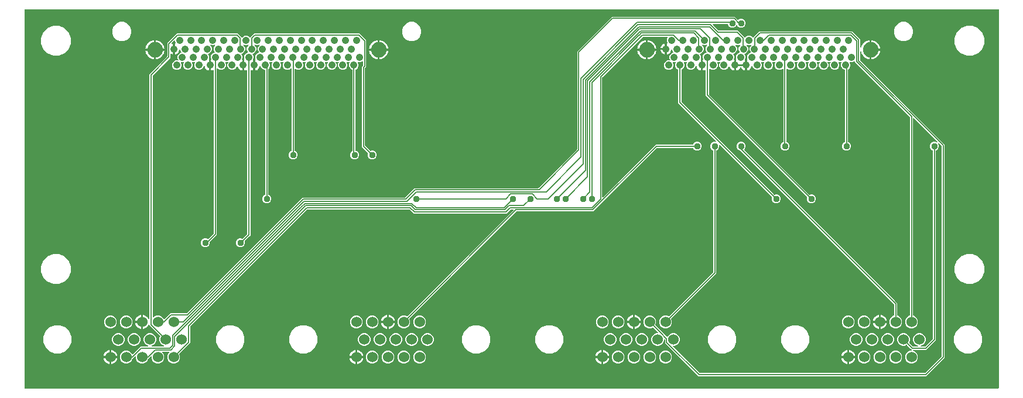
<source format=gbr>
G04 EAGLE Gerber X2 export*
%TF.Part,Single*%
%TF.FileFunction,Copper,L2,Bot,Mixed*%
%TF.FilePolarity,Positive*%
%TF.GenerationSoftware,Autodesk,EAGLE,8.6.0*%
%TF.CreationDate,2018-02-23T00:46:13Z*%
G75*
%MOIN*%
%FSLAX34Y34*%
%LPD*%
%AMOC8*
5,1,8,0,0,1.08239X$1,22.5*%
G01*
%ADD10C,0.060000*%
%ADD11C,0.088583*%
%ADD12C,0.041591*%
%ADD13C,0.037654*%
%ADD14C,0.006000*%

G36*
X58141Y1701D02*
X58141Y1701D01*
X58142Y1701D01*
X58146Y1702D01*
X58150Y1702D01*
X58150Y1703D01*
X58151Y1703D01*
X58155Y1705D01*
X58158Y1707D01*
X58159Y1708D01*
X58160Y1708D01*
X58162Y1711D01*
X58164Y1714D01*
X58165Y1715D01*
X58166Y1716D01*
X58167Y1719D01*
X58168Y1723D01*
X58168Y1724D01*
X58169Y1725D01*
X58169Y1730D01*
X58169Y23266D01*
X58169Y23267D01*
X58169Y23268D01*
X58168Y23272D01*
X58168Y23276D01*
X58167Y23276D01*
X58167Y23277D01*
X58165Y23281D01*
X58163Y23284D01*
X58162Y23285D01*
X58162Y23286D01*
X58159Y23288D01*
X58156Y23290D01*
X58155Y23291D01*
X58154Y23292D01*
X58151Y23293D01*
X58148Y23294D01*
X58146Y23294D01*
X58145Y23295D01*
X58140Y23295D01*
X2730Y23295D01*
X2729Y23295D01*
X2728Y23295D01*
X2724Y23294D01*
X2721Y23294D01*
X2720Y23293D01*
X2719Y23293D01*
X2715Y23291D01*
X2712Y23289D01*
X2711Y23288D01*
X2708Y23285D01*
X2706Y23282D01*
X2705Y23281D01*
X2705Y23280D01*
X2703Y23277D01*
X2702Y23273D01*
X2702Y23272D01*
X2701Y23271D01*
X2701Y23266D01*
X2701Y1730D01*
X2701Y1729D01*
X2701Y1728D01*
X2702Y1724D01*
X2702Y1721D01*
X2703Y1720D01*
X2703Y1719D01*
X2705Y1715D01*
X2707Y1712D01*
X2708Y1711D01*
X2711Y1708D01*
X2714Y1706D01*
X2715Y1705D01*
X2716Y1705D01*
X2719Y1703D01*
X2723Y1702D01*
X2724Y1702D01*
X2725Y1701D01*
X2730Y1701D01*
X58140Y1701D01*
X58141Y1701D01*
G37*
%LPC*%
G36*
X41061Y2409D02*
X41061Y2409D01*
X40999Y2471D01*
X39169Y4301D01*
X39169Y4492D01*
X39169Y4496D01*
X39168Y4500D01*
X39168Y4501D01*
X39167Y4502D01*
X39166Y4505D01*
X39164Y4507D01*
X39163Y4510D01*
X39162Y4511D01*
X39161Y4513D01*
X39158Y4514D01*
X39156Y4516D01*
X39154Y4517D01*
X39153Y4518D01*
X39150Y4519D01*
X39147Y4520D01*
X39145Y4520D01*
X39144Y4521D01*
X39141Y4521D01*
X39138Y4521D01*
X39136Y4521D01*
X39134Y4520D01*
X39131Y4519D01*
X39129Y4519D01*
X39127Y4518D01*
X39125Y4517D01*
X39123Y4515D01*
X39121Y4514D01*
X39119Y4512D01*
X39118Y4511D01*
X39116Y4508D01*
X39115Y4506D01*
X39114Y4504D01*
X39113Y4503D01*
X39112Y4500D01*
X39111Y4497D01*
X39111Y4494D01*
X39111Y4493D01*
X39111Y4492D01*
X39111Y4428D01*
X39056Y4296D01*
X38954Y4194D01*
X38822Y4139D01*
X38678Y4139D01*
X38546Y4194D01*
X38444Y4296D01*
X38389Y4428D01*
X38389Y4572D01*
X38444Y4704D01*
X38546Y4806D01*
X38678Y4861D01*
X38740Y4861D01*
X38743Y4861D01*
X38746Y4861D01*
X38748Y4862D01*
X38750Y4862D01*
X38752Y4864D01*
X38755Y4865D01*
X38756Y4866D01*
X38758Y4867D01*
X38760Y4869D01*
X38762Y4871D01*
X38763Y4872D01*
X38765Y4874D01*
X38766Y4877D01*
X38767Y4879D01*
X38768Y4881D01*
X38769Y4883D01*
X38769Y4885D01*
X38769Y4888D01*
X38769Y4890D01*
X38769Y4892D01*
X38769Y4895D01*
X38768Y4898D01*
X38768Y4900D01*
X38767Y4901D01*
X38766Y4904D01*
X38764Y4907D01*
X38763Y4909D01*
X38762Y4909D01*
X38762Y4910D01*
X38761Y4911D01*
X38499Y5172D01*
X38499Y5173D01*
X38495Y5175D01*
X38491Y5178D01*
X38487Y5179D01*
X38482Y5181D01*
X38477Y5181D01*
X38473Y5180D01*
X38472Y5180D01*
X38467Y5179D01*
X38372Y5139D01*
X38228Y5139D01*
X38096Y5194D01*
X37994Y5296D01*
X37939Y5428D01*
X37939Y5572D01*
X37994Y5704D01*
X38096Y5806D01*
X38228Y5861D01*
X38372Y5861D01*
X38504Y5806D01*
X38606Y5704D01*
X38661Y5572D01*
X38661Y5428D01*
X38621Y5333D01*
X38621Y5332D01*
X38620Y5328D01*
X38619Y5323D01*
X38619Y5319D01*
X38620Y5314D01*
X38622Y5309D01*
X38624Y5305D01*
X38628Y5301D01*
X38939Y4989D01*
X38942Y4987D01*
X38945Y4985D01*
X39278Y4651D01*
X39280Y4650D01*
X39281Y4649D01*
X39284Y4647D01*
X39286Y4646D01*
X39288Y4645D01*
X39290Y4644D01*
X39293Y4644D01*
X39295Y4643D01*
X39297Y4643D01*
X39299Y4643D01*
X39302Y4643D01*
X39305Y4643D01*
X39307Y4644D01*
X39309Y4644D01*
X39311Y4646D01*
X39314Y4647D01*
X39315Y4648D01*
X39317Y4649D01*
X39319Y4651D01*
X39321Y4653D01*
X39322Y4655D01*
X39324Y4656D01*
X39326Y4661D01*
X39344Y4704D01*
X39446Y4806D01*
X39578Y4861D01*
X39722Y4861D01*
X39854Y4806D01*
X39956Y4704D01*
X40011Y4572D01*
X40011Y4428D01*
X39956Y4296D01*
X39854Y4194D01*
X39722Y4139D01*
X39658Y4139D01*
X39655Y4139D01*
X39652Y4139D01*
X39651Y4138D01*
X39649Y4138D01*
X39646Y4136D01*
X39643Y4135D01*
X39642Y4134D01*
X39640Y4133D01*
X39638Y4131D01*
X39636Y4129D01*
X39635Y4128D01*
X39634Y4126D01*
X39633Y4123D01*
X39631Y4121D01*
X39631Y4119D01*
X39630Y4117D01*
X39630Y4115D01*
X39629Y4112D01*
X39629Y4110D01*
X39629Y4108D01*
X39630Y4105D01*
X39630Y4102D01*
X39631Y4100D01*
X39631Y4099D01*
X39633Y4096D01*
X39634Y4093D01*
X39636Y4091D01*
X39637Y4090D01*
X39637Y4089D01*
X41127Y2599D01*
X41131Y2597D01*
X41134Y2595D01*
X41135Y2594D01*
X41139Y2593D01*
X41143Y2591D01*
X41144Y2591D01*
X41145Y2591D01*
X41148Y2591D01*
X53950Y2591D01*
X53954Y2591D01*
X53958Y2592D01*
X53959Y2592D01*
X53960Y2592D01*
X53963Y2594D01*
X53967Y2596D01*
X53968Y2597D01*
X53969Y2597D01*
X53971Y2599D01*
X54901Y3529D01*
X54903Y3532D01*
X54905Y3535D01*
X54906Y3536D01*
X54906Y3537D01*
X54907Y3541D01*
X54909Y3544D01*
X54909Y3545D01*
X54909Y3546D01*
X54909Y3547D01*
X54909Y3550D01*
X54909Y15505D01*
X54909Y15509D01*
X54908Y15513D01*
X54908Y15514D01*
X54908Y15515D01*
X54906Y15518D01*
X54904Y15522D01*
X54903Y15523D01*
X54903Y15524D01*
X54901Y15526D01*
X54762Y15664D01*
X54759Y15666D01*
X54756Y15669D01*
X54755Y15669D01*
X54755Y15670D01*
X54751Y15671D01*
X54747Y15672D01*
X54746Y15672D01*
X54742Y15672D01*
X54738Y15672D01*
X54737Y15672D01*
X54736Y15672D01*
X54732Y15671D01*
X54729Y15670D01*
X54728Y15669D01*
X54727Y15669D01*
X54724Y15666D01*
X54721Y15664D01*
X54720Y15663D01*
X54720Y15662D01*
X54718Y15659D01*
X54715Y15656D01*
X54715Y15655D01*
X54715Y15654D01*
X54714Y15651D01*
X54713Y15647D01*
X54713Y15646D01*
X54713Y15645D01*
X54713Y15641D01*
X54713Y15637D01*
X54714Y15636D01*
X54714Y15635D01*
X54715Y15632D01*
X54749Y15550D01*
X54749Y15450D01*
X54711Y15359D01*
X54641Y15289D01*
X54609Y15276D01*
X54609Y15275D01*
X54605Y15273D01*
X54601Y15270D01*
X54598Y15267D01*
X54595Y15263D01*
X54593Y15258D01*
X54591Y15254D01*
X54591Y15249D01*
X54591Y4462D01*
X54038Y3909D01*
X53302Y3909D01*
X53298Y3909D01*
X53294Y3908D01*
X53293Y3908D01*
X53292Y3908D01*
X53289Y3906D01*
X53285Y3904D01*
X53284Y3903D01*
X53281Y3900D01*
X53278Y3898D01*
X53278Y3897D01*
X53277Y3896D01*
X53276Y3893D01*
X53274Y3889D01*
X53274Y3888D01*
X53273Y3887D01*
X53273Y3884D01*
X53272Y3880D01*
X53273Y3879D01*
X53273Y3878D01*
X53273Y3874D01*
X53274Y3870D01*
X53275Y3870D01*
X53275Y3869D01*
X53277Y3865D01*
X53279Y3862D01*
X53279Y3861D01*
X53280Y3861D01*
X53283Y3858D01*
X53286Y3855D01*
X53287Y3855D01*
X53288Y3854D01*
X53291Y3853D01*
X53404Y3806D01*
X53506Y3704D01*
X53561Y3572D01*
X53561Y3428D01*
X53506Y3296D01*
X53404Y3194D01*
X53272Y3139D01*
X53128Y3139D01*
X52996Y3194D01*
X52894Y3296D01*
X52839Y3428D01*
X52839Y3572D01*
X52894Y3704D01*
X52996Y3806D01*
X53128Y3861D01*
X53190Y3861D01*
X53193Y3861D01*
X53196Y3861D01*
X53198Y3862D01*
X53200Y3862D01*
X53202Y3864D01*
X53205Y3865D01*
X53206Y3866D01*
X53208Y3867D01*
X53210Y3869D01*
X53212Y3871D01*
X53213Y3872D01*
X53215Y3874D01*
X53216Y3877D01*
X53217Y3879D01*
X53218Y3881D01*
X53219Y3883D01*
X53219Y3885D01*
X53219Y3888D01*
X53219Y3890D01*
X53219Y3892D01*
X53219Y3895D01*
X53218Y3898D01*
X53218Y3900D01*
X53217Y3901D01*
X53216Y3904D01*
X53214Y3907D01*
X53213Y3909D01*
X53212Y3909D01*
X53212Y3910D01*
X53211Y3911D01*
X53151Y3971D01*
X52949Y4172D01*
X52949Y4173D01*
X52945Y4175D01*
X52941Y4178D01*
X52937Y4179D01*
X52932Y4181D01*
X52927Y4181D01*
X52923Y4180D01*
X52922Y4180D01*
X52917Y4179D01*
X52822Y4139D01*
X52678Y4139D01*
X52546Y4194D01*
X52444Y4296D01*
X52389Y4428D01*
X52389Y4572D01*
X52444Y4704D01*
X52546Y4806D01*
X52678Y4861D01*
X52822Y4861D01*
X52954Y4806D01*
X53056Y4704D01*
X53111Y4572D01*
X53111Y4428D01*
X53071Y4333D01*
X53071Y4332D01*
X53070Y4328D01*
X53069Y4323D01*
X53069Y4319D01*
X53070Y4314D01*
X53072Y4309D01*
X53074Y4305D01*
X53078Y4301D01*
X53279Y4099D01*
X53282Y4097D01*
X53285Y4095D01*
X53286Y4094D01*
X53287Y4094D01*
X53291Y4093D01*
X53294Y4091D01*
X53295Y4091D01*
X53296Y4091D01*
X53297Y4091D01*
X53300Y4091D01*
X53548Y4091D01*
X53552Y4091D01*
X53556Y4092D01*
X53557Y4092D01*
X53558Y4092D01*
X53561Y4094D01*
X53565Y4096D01*
X53566Y4097D01*
X53569Y4100D01*
X53572Y4102D01*
X53572Y4103D01*
X53573Y4104D01*
X53574Y4107D01*
X53576Y4111D01*
X53576Y4112D01*
X53577Y4113D01*
X53577Y4116D01*
X53578Y4120D01*
X53577Y4121D01*
X53577Y4122D01*
X53577Y4126D01*
X53576Y4130D01*
X53575Y4130D01*
X53575Y4131D01*
X53573Y4135D01*
X53571Y4138D01*
X53571Y4139D01*
X53570Y4139D01*
X53567Y4142D01*
X53564Y4145D01*
X53563Y4145D01*
X53562Y4146D01*
X53559Y4147D01*
X53446Y4194D01*
X53344Y4296D01*
X53289Y4428D01*
X53289Y4572D01*
X53344Y4704D01*
X53446Y4806D01*
X53578Y4861D01*
X53722Y4861D01*
X53854Y4806D01*
X53956Y4704D01*
X54011Y4572D01*
X54011Y4428D01*
X53956Y4296D01*
X53854Y4194D01*
X53741Y4147D01*
X53737Y4145D01*
X53734Y4143D01*
X53733Y4142D01*
X53732Y4142D01*
X53730Y4139D01*
X53727Y4136D01*
X53727Y4135D01*
X53726Y4135D01*
X53725Y4131D01*
X53723Y4127D01*
X53723Y4126D01*
X53723Y4122D01*
X53723Y4118D01*
X53723Y4117D01*
X53723Y4116D01*
X53724Y4112D01*
X53725Y4109D01*
X53725Y4108D01*
X53726Y4107D01*
X53728Y4104D01*
X53730Y4101D01*
X53731Y4100D01*
X53731Y4099D01*
X53734Y4097D01*
X53737Y4095D01*
X53738Y4094D01*
X53739Y4094D01*
X53743Y4093D01*
X53746Y4091D01*
X53748Y4091D01*
X53749Y4091D01*
X53752Y4091D01*
X53950Y4091D01*
X53954Y4091D01*
X53958Y4092D01*
X53959Y4092D01*
X53960Y4092D01*
X53963Y4094D01*
X53967Y4096D01*
X53968Y4097D01*
X53969Y4097D01*
X53971Y4099D01*
X54401Y4529D01*
X54403Y4532D01*
X54405Y4535D01*
X54406Y4536D01*
X54406Y4537D01*
X54407Y4541D01*
X54409Y4544D01*
X54409Y4545D01*
X54409Y4546D01*
X54409Y4547D01*
X54409Y4550D01*
X54409Y15249D01*
X54408Y15253D01*
X54408Y15258D01*
X54405Y15262D01*
X54403Y15266D01*
X54403Y15267D01*
X54400Y15270D01*
X54396Y15273D01*
X54391Y15276D01*
X54359Y15289D01*
X54289Y15359D01*
X54251Y15450D01*
X54251Y15550D01*
X54289Y15641D01*
X54359Y15711D01*
X54450Y15749D01*
X54550Y15749D01*
X54632Y15715D01*
X54636Y15714D01*
X54640Y15713D01*
X54641Y15713D01*
X54645Y15713D01*
X54649Y15713D01*
X54650Y15713D01*
X54651Y15714D01*
X54655Y15715D01*
X54658Y15717D01*
X54659Y15717D01*
X54660Y15718D01*
X54663Y15720D01*
X54665Y15723D01*
X54666Y15723D01*
X54667Y15724D01*
X54668Y15728D01*
X54670Y15731D01*
X54671Y15732D01*
X54671Y15733D01*
X54672Y15736D01*
X54673Y15740D01*
X54672Y15741D01*
X54673Y15742D01*
X54672Y15746D01*
X54672Y15750D01*
X54671Y15751D01*
X54669Y15755D01*
X54667Y15758D01*
X54667Y15759D01*
X54666Y15760D01*
X54664Y15762D01*
X53341Y17086D01*
X53338Y17088D01*
X53336Y17090D01*
X53334Y17090D01*
X53333Y17091D01*
X53330Y17092D01*
X53327Y17093D01*
X53326Y17094D01*
X53324Y17094D01*
X53321Y17094D01*
X53318Y17094D01*
X53316Y17094D01*
X53314Y17094D01*
X53311Y17093D01*
X53309Y17092D01*
X53307Y17091D01*
X53305Y17090D01*
X53303Y17089D01*
X53301Y17087D01*
X53299Y17086D01*
X53298Y17084D01*
X53296Y17082D01*
X53295Y17080D01*
X53294Y17078D01*
X53293Y17076D01*
X53292Y17073D01*
X53291Y17071D01*
X53291Y17068D01*
X53291Y17067D01*
X53291Y17066D01*
X53291Y17065D01*
X53291Y5872D01*
X53292Y5868D01*
X53292Y5863D01*
X53295Y5859D01*
X53297Y5855D01*
X53297Y5854D01*
X53300Y5851D01*
X53304Y5848D01*
X53309Y5845D01*
X53404Y5806D01*
X53506Y5704D01*
X53561Y5572D01*
X53561Y5428D01*
X53506Y5296D01*
X53404Y5194D01*
X53272Y5139D01*
X53128Y5139D01*
X52996Y5194D01*
X52894Y5296D01*
X52839Y5428D01*
X52839Y5572D01*
X52894Y5704D01*
X52996Y5806D01*
X53091Y5845D01*
X53095Y5848D01*
X53099Y5850D01*
X53099Y5851D01*
X53102Y5854D01*
X53105Y5858D01*
X53107Y5862D01*
X53109Y5867D01*
X53109Y5872D01*
X53109Y17135D01*
X53109Y17139D01*
X53108Y17143D01*
X53108Y17144D01*
X53108Y17145D01*
X53106Y17148D01*
X53104Y17152D01*
X53103Y17153D01*
X53103Y17154D01*
X53101Y17156D01*
X50043Y20214D01*
X49981Y20276D01*
X49981Y20324D01*
X49980Y20326D01*
X49980Y20329D01*
X49980Y20331D01*
X49979Y20333D01*
X49978Y20336D01*
X49977Y20338D01*
X49976Y20340D01*
X49975Y20341D01*
X49973Y20343D01*
X49971Y20346D01*
X49969Y20347D01*
X49968Y20348D01*
X49965Y20349D01*
X49963Y20351D01*
X49961Y20351D01*
X49959Y20352D01*
X49956Y20352D01*
X49953Y20353D01*
X49951Y20353D01*
X49949Y20353D01*
X49947Y20352D01*
X49944Y20352D01*
X49942Y20351D01*
X49940Y20350D01*
X49938Y20349D01*
X49935Y20348D01*
X49933Y20346D01*
X49932Y20345D01*
X49931Y20344D01*
X49926Y20339D01*
X49827Y20298D01*
X49717Y20298D01*
X49715Y20298D01*
X49713Y20298D01*
X49710Y20297D01*
X49708Y20297D01*
X49706Y20296D01*
X49704Y20295D01*
X49702Y20293D01*
X49699Y20292D01*
X49698Y20291D01*
X49696Y20290D01*
X49695Y20287D01*
X49693Y20285D01*
X49692Y20283D01*
X49691Y20282D01*
X49690Y20279D01*
X49689Y20276D01*
X49689Y20274D01*
X49688Y20273D01*
X49688Y20270D01*
X49688Y20267D01*
X49688Y20265D01*
X49688Y20263D01*
X49690Y20258D01*
X49727Y20168D01*
X49727Y20061D01*
X49686Y19962D01*
X49611Y19886D01*
X49609Y19886D01*
X49609Y19885D01*
X49605Y19883D01*
X49601Y19880D01*
X49598Y19877D01*
X49595Y19873D01*
X49593Y19868D01*
X49591Y19864D01*
X49591Y19859D01*
X49591Y15751D01*
X49592Y15747D01*
X49592Y15742D01*
X49595Y15738D01*
X49597Y15734D01*
X49597Y15733D01*
X49600Y15730D01*
X49604Y15727D01*
X49609Y15724D01*
X49641Y15711D01*
X49711Y15641D01*
X49749Y15550D01*
X49749Y15450D01*
X49711Y15359D01*
X49641Y15289D01*
X49550Y15251D01*
X49450Y15251D01*
X49359Y15289D01*
X49289Y15359D01*
X49251Y15450D01*
X49251Y15550D01*
X49289Y15641D01*
X49359Y15711D01*
X49391Y15724D01*
X49391Y15725D01*
X49395Y15727D01*
X49399Y15730D01*
X49402Y15733D01*
X49405Y15737D01*
X49407Y15741D01*
X49409Y15746D01*
X49409Y15751D01*
X49409Y19824D01*
X49408Y19829D01*
X49408Y19834D01*
X49405Y19838D01*
X49403Y19842D01*
X49400Y19845D01*
X49396Y19849D01*
X49391Y19851D01*
X49306Y19886D01*
X49231Y19962D01*
X49190Y20061D01*
X49190Y20168D01*
X49227Y20258D01*
X49228Y20260D01*
X49229Y20262D01*
X49229Y20264D01*
X49229Y20267D01*
X49229Y20269D01*
X49229Y20271D01*
X49229Y20274D01*
X49229Y20277D01*
X49228Y20278D01*
X49227Y20280D01*
X49226Y20283D01*
X49225Y20285D01*
X49223Y20287D01*
X49222Y20288D01*
X49220Y20290D01*
X49218Y20292D01*
X49216Y20293D01*
X49215Y20294D01*
X49212Y20295D01*
X49210Y20297D01*
X49208Y20297D01*
X49206Y20298D01*
X49200Y20298D01*
X49087Y20298D01*
X49085Y20298D01*
X49083Y20298D01*
X49080Y20297D01*
X49078Y20297D01*
X49076Y20296D01*
X49074Y20295D01*
X49072Y20293D01*
X49069Y20292D01*
X49068Y20291D01*
X49066Y20290D01*
X49065Y20287D01*
X49063Y20285D01*
X49062Y20283D01*
X49061Y20282D01*
X49060Y20279D01*
X49059Y20276D01*
X49059Y20274D01*
X49058Y20273D01*
X49058Y20270D01*
X49058Y20267D01*
X49058Y20265D01*
X49058Y20263D01*
X49060Y20258D01*
X49097Y20168D01*
X49097Y20061D01*
X49057Y19962D01*
X48981Y19886D01*
X48882Y19845D01*
X48775Y19845D01*
X48677Y19886D01*
X48601Y19962D01*
X48560Y20061D01*
X48560Y20168D01*
X48597Y20258D01*
X48598Y20260D01*
X48599Y20262D01*
X48599Y20264D01*
X48600Y20267D01*
X48599Y20269D01*
X48600Y20271D01*
X48599Y20274D01*
X48599Y20277D01*
X48598Y20278D01*
X48597Y20280D01*
X48596Y20283D01*
X48595Y20285D01*
X48593Y20287D01*
X48592Y20288D01*
X48590Y20290D01*
X48588Y20292D01*
X48586Y20293D01*
X48585Y20294D01*
X48582Y20295D01*
X48580Y20297D01*
X48578Y20297D01*
X48576Y20298D01*
X48570Y20298D01*
X48457Y20298D01*
X48455Y20298D01*
X48453Y20298D01*
X48451Y20297D01*
X48448Y20297D01*
X48446Y20296D01*
X48444Y20295D01*
X48442Y20293D01*
X48439Y20292D01*
X48438Y20291D01*
X48436Y20290D01*
X48435Y20287D01*
X48433Y20285D01*
X48432Y20283D01*
X48431Y20282D01*
X48430Y20279D01*
X48429Y20276D01*
X48429Y20274D01*
X48428Y20273D01*
X48428Y20270D01*
X48428Y20267D01*
X48428Y20265D01*
X48429Y20263D01*
X48430Y20258D01*
X48468Y20168D01*
X48468Y20061D01*
X48427Y19962D01*
X48351Y19886D01*
X48252Y19845D01*
X48145Y19845D01*
X48047Y19886D01*
X47971Y19962D01*
X47930Y20061D01*
X47930Y20168D01*
X47967Y20258D01*
X47968Y20260D01*
X47969Y20262D01*
X47969Y20264D01*
X47970Y20267D01*
X47969Y20269D01*
X47970Y20271D01*
X47969Y20274D01*
X47969Y20277D01*
X47968Y20278D01*
X47967Y20280D01*
X47966Y20283D01*
X47965Y20285D01*
X47963Y20287D01*
X47962Y20288D01*
X47960Y20290D01*
X47958Y20292D01*
X47956Y20293D01*
X47955Y20294D01*
X47952Y20295D01*
X47950Y20297D01*
X47948Y20297D01*
X47946Y20298D01*
X47940Y20298D01*
X47827Y20298D01*
X47825Y20298D01*
X47823Y20298D01*
X47821Y20297D01*
X47818Y20297D01*
X47816Y20296D01*
X47814Y20295D01*
X47812Y20293D01*
X47809Y20292D01*
X47808Y20291D01*
X47806Y20290D01*
X47805Y20287D01*
X47803Y20285D01*
X47802Y20283D01*
X47801Y20282D01*
X47800Y20279D01*
X47799Y20276D01*
X47799Y20274D01*
X47798Y20273D01*
X47798Y20270D01*
X47798Y20267D01*
X47799Y20265D01*
X47799Y20263D01*
X47800Y20258D01*
X47838Y20168D01*
X47838Y20061D01*
X47797Y19962D01*
X47721Y19886D01*
X47622Y19845D01*
X47515Y19845D01*
X47417Y19886D01*
X47341Y19962D01*
X47300Y20061D01*
X47300Y20168D01*
X47338Y20258D01*
X47338Y20260D01*
X47339Y20262D01*
X47339Y20264D01*
X47340Y20267D01*
X47340Y20269D01*
X47340Y20271D01*
X47339Y20274D01*
X47339Y20277D01*
X47338Y20278D01*
X47337Y20280D01*
X47336Y20283D01*
X47335Y20285D01*
X47333Y20287D01*
X47332Y20288D01*
X47330Y20290D01*
X47328Y20292D01*
X47326Y20293D01*
X47325Y20294D01*
X47322Y20295D01*
X47320Y20297D01*
X47318Y20297D01*
X47316Y20298D01*
X47311Y20298D01*
X47197Y20298D01*
X47195Y20298D01*
X47193Y20298D01*
X47191Y20297D01*
X47188Y20297D01*
X47186Y20296D01*
X47184Y20295D01*
X47182Y20293D01*
X47179Y20292D01*
X47178Y20291D01*
X47177Y20290D01*
X47175Y20287D01*
X47173Y20285D01*
X47172Y20283D01*
X47171Y20282D01*
X47170Y20279D01*
X47169Y20276D01*
X47169Y20274D01*
X47168Y20273D01*
X47168Y20270D01*
X47168Y20267D01*
X47169Y20265D01*
X47169Y20263D01*
X47170Y20258D01*
X47208Y20168D01*
X47208Y20061D01*
X47167Y19962D01*
X47091Y19886D01*
X46992Y19845D01*
X46886Y19845D01*
X46787Y19886D01*
X46711Y19962D01*
X46670Y20061D01*
X46670Y20168D01*
X46708Y20258D01*
X46708Y20260D01*
X46709Y20262D01*
X46709Y20264D01*
X46710Y20267D01*
X46710Y20269D01*
X46710Y20271D01*
X46709Y20274D01*
X46709Y20277D01*
X46708Y20278D01*
X46708Y20280D01*
X46706Y20283D01*
X46705Y20285D01*
X46703Y20287D01*
X46702Y20288D01*
X46700Y20290D01*
X46698Y20292D01*
X46697Y20293D01*
X46695Y20294D01*
X46692Y20295D01*
X46690Y20297D01*
X46688Y20297D01*
X46686Y20298D01*
X46681Y20298D01*
X46567Y20298D01*
X46565Y20298D01*
X46563Y20298D01*
X46561Y20297D01*
X46558Y20297D01*
X46556Y20296D01*
X46554Y20295D01*
X46552Y20293D01*
X46550Y20292D01*
X46548Y20291D01*
X46547Y20290D01*
X46545Y20287D01*
X46543Y20285D01*
X46542Y20283D01*
X46541Y20282D01*
X46540Y20279D01*
X46539Y20276D01*
X46539Y20274D01*
X46538Y20273D01*
X46539Y20270D01*
X46538Y20267D01*
X46539Y20265D01*
X46539Y20263D01*
X46540Y20258D01*
X46578Y20168D01*
X46578Y20061D01*
X46537Y19962D01*
X46461Y19886D01*
X46363Y19845D01*
X46256Y19845D01*
X46157Y19886D01*
X46135Y19908D01*
X46132Y19910D01*
X46130Y19912D01*
X46129Y19913D01*
X46127Y19914D01*
X46124Y19915D01*
X46122Y19916D01*
X46120Y19916D01*
X46118Y19917D01*
X46115Y19917D01*
X46112Y19917D01*
X46110Y19917D01*
X46108Y19916D01*
X46106Y19915D01*
X46103Y19915D01*
X46101Y19914D01*
X46099Y19913D01*
X46097Y19911D01*
X46095Y19910D01*
X46093Y19908D01*
X46092Y19907D01*
X46090Y19904D01*
X46089Y19902D01*
X46088Y19900D01*
X46087Y19899D01*
X46086Y19896D01*
X46085Y19893D01*
X46085Y19890D01*
X46085Y19889D01*
X46085Y19888D01*
X46085Y15754D01*
X46086Y15749D01*
X46086Y15744D01*
X46089Y15740D01*
X46091Y15736D01*
X46095Y15733D01*
X46098Y15730D01*
X46098Y15729D01*
X46103Y15727D01*
X46141Y15711D01*
X46211Y15641D01*
X46249Y15550D01*
X46249Y15450D01*
X46211Y15359D01*
X46141Y15289D01*
X46050Y15251D01*
X45950Y15251D01*
X45859Y15289D01*
X45789Y15359D01*
X45751Y15450D01*
X45751Y15550D01*
X45789Y15641D01*
X45859Y15711D01*
X45885Y15722D01*
X45889Y15725D01*
X45893Y15727D01*
X45894Y15727D01*
X45896Y15731D01*
X45899Y15734D01*
X45900Y15735D01*
X45901Y15739D01*
X45903Y15743D01*
X45903Y15744D01*
X45903Y15749D01*
X45903Y19888D01*
X45903Y19891D01*
X45903Y19894D01*
X45902Y19895D01*
X45902Y19897D01*
X45900Y19900D01*
X45899Y19903D01*
X45898Y19904D01*
X45897Y19906D01*
X45895Y19908D01*
X45893Y19910D01*
X45892Y19911D01*
X45890Y19912D01*
X45888Y19913D01*
X45885Y19915D01*
X45883Y19915D01*
X45882Y19916D01*
X45879Y19916D01*
X45876Y19917D01*
X45874Y19917D01*
X45872Y19917D01*
X45869Y19916D01*
X45866Y19916D01*
X45865Y19915D01*
X45863Y19915D01*
X45860Y19913D01*
X45858Y19912D01*
X45855Y19910D01*
X45854Y19909D01*
X45853Y19908D01*
X45831Y19886D01*
X45733Y19845D01*
X45626Y19845D01*
X45527Y19886D01*
X45451Y19962D01*
X45410Y20061D01*
X45410Y20168D01*
X45448Y20258D01*
X45448Y20260D01*
X45449Y20262D01*
X45449Y20264D01*
X45450Y20267D01*
X45450Y20269D01*
X45450Y20271D01*
X45449Y20274D01*
X45449Y20277D01*
X45448Y20278D01*
X45448Y20280D01*
X45446Y20283D01*
X45445Y20285D01*
X45444Y20287D01*
X45443Y20288D01*
X45440Y20290D01*
X45438Y20292D01*
X45437Y20293D01*
X45435Y20294D01*
X45432Y20295D01*
X45430Y20297D01*
X45428Y20297D01*
X45426Y20298D01*
X45421Y20298D01*
X45308Y20298D01*
X45306Y20298D01*
X45304Y20298D01*
X45301Y20297D01*
X45298Y20297D01*
X45296Y20296D01*
X45294Y20295D01*
X45292Y20293D01*
X45290Y20292D01*
X45288Y20291D01*
X45287Y20290D01*
X45285Y20287D01*
X45283Y20285D01*
X45282Y20283D01*
X45281Y20282D01*
X45280Y20279D01*
X45279Y20276D01*
X45279Y20274D01*
X45279Y20273D01*
X45279Y20270D01*
X45278Y20267D01*
X45279Y20265D01*
X45279Y20263D01*
X45281Y20258D01*
X45318Y20168D01*
X45318Y20061D01*
X45277Y19962D01*
X45201Y19886D01*
X45103Y19845D01*
X44996Y19845D01*
X44897Y19886D01*
X44821Y19962D01*
X44781Y20061D01*
X44781Y20168D01*
X44818Y20258D01*
X44818Y20260D01*
X44819Y20262D01*
X44819Y20264D01*
X44820Y20267D01*
X44820Y20269D01*
X44820Y20271D01*
X44819Y20274D01*
X44819Y20277D01*
X44818Y20278D01*
X44818Y20280D01*
X44816Y20283D01*
X44815Y20285D01*
X44814Y20287D01*
X44813Y20288D01*
X44810Y20290D01*
X44809Y20292D01*
X44807Y20293D01*
X44805Y20294D01*
X44803Y20295D01*
X44800Y20297D01*
X44798Y20297D01*
X44796Y20298D01*
X44791Y20298D01*
X44678Y20298D01*
X44676Y20298D01*
X44674Y20298D01*
X44671Y20297D01*
X44668Y20297D01*
X44666Y20296D01*
X44665Y20295D01*
X44662Y20293D01*
X44660Y20292D01*
X44658Y20291D01*
X44657Y20290D01*
X44655Y20287D01*
X44653Y20285D01*
X44652Y20283D01*
X44651Y20282D01*
X44651Y20279D01*
X44649Y20276D01*
X44649Y20274D01*
X44649Y20273D01*
X44649Y20270D01*
X44648Y20267D01*
X44649Y20265D01*
X44649Y20263D01*
X44651Y20258D01*
X44688Y20168D01*
X44688Y20061D01*
X44647Y19962D01*
X44571Y19886D01*
X44473Y19845D01*
X44366Y19845D01*
X44267Y19886D01*
X44191Y19962D01*
X44149Y20065D01*
X44148Y20066D01*
X44148Y20067D01*
X44146Y20070D01*
X44144Y20073D01*
X44143Y20074D01*
X44142Y20074D01*
X44139Y20077D01*
X44136Y20079D01*
X44135Y20080D01*
X44131Y20081D01*
X44127Y20082D01*
X44126Y20082D01*
X44126Y20083D01*
X44122Y20082D01*
X44118Y20083D01*
X44117Y20082D01*
X44116Y20082D01*
X44112Y20081D01*
X44109Y20080D01*
X44108Y20079D01*
X44107Y20079D01*
X44104Y20076D01*
X44101Y20074D01*
X44100Y20073D01*
X44098Y20069D01*
X44096Y20066D01*
X44095Y20065D01*
X44095Y20064D01*
X44093Y20059D01*
X44086Y20024D01*
X44063Y19968D01*
X44029Y19917D01*
X43986Y19874D01*
X43936Y19841D01*
X43879Y19817D01*
X43849Y19811D01*
X43849Y20084D01*
X43848Y20085D01*
X43849Y20086D01*
X43848Y20090D01*
X43847Y20094D01*
X43847Y20095D01*
X43846Y20096D01*
X43844Y20099D01*
X43843Y20102D01*
X43842Y20103D01*
X43841Y20104D01*
X43838Y20106D01*
X43836Y20109D01*
X43835Y20109D01*
X43834Y20110D01*
X43830Y20111D01*
X43827Y20112D01*
X43826Y20113D01*
X43825Y20113D01*
X43819Y20113D01*
X43789Y20113D01*
X43789Y20115D01*
X43819Y20115D01*
X43820Y20115D01*
X43821Y20115D01*
X43825Y20116D01*
X43829Y20116D01*
X43830Y20117D01*
X43831Y20117D01*
X43834Y20119D01*
X43837Y20121D01*
X43838Y20122D01*
X43839Y20122D01*
X43841Y20125D01*
X43844Y20128D01*
X43844Y20129D01*
X43845Y20130D01*
X43846Y20133D01*
X43848Y20137D01*
X43848Y20138D01*
X43848Y20139D01*
X43849Y20144D01*
X43849Y20429D01*
X43851Y20430D01*
X43854Y20434D01*
X43856Y20438D01*
X43858Y20443D01*
X43859Y20447D01*
X43859Y20452D01*
X43859Y20457D01*
X43857Y20462D01*
X43836Y20513D01*
X43836Y20620D01*
X43877Y20719D01*
X43952Y20795D01*
X44035Y20829D01*
X44037Y20830D01*
X44039Y20831D01*
X44041Y20833D01*
X44043Y20834D01*
X44044Y20836D01*
X44046Y20837D01*
X44047Y20839D01*
X44049Y20841D01*
X44050Y20843D01*
X44051Y20845D01*
X44051Y20848D01*
X44052Y20850D01*
X44053Y20852D01*
X44053Y20854D01*
X44053Y20857D01*
X44053Y20860D01*
X44052Y20862D01*
X44052Y20864D01*
X44051Y20866D01*
X44050Y20869D01*
X44049Y20871D01*
X44048Y20873D01*
X44044Y20877D01*
X44034Y20887D01*
X43993Y20986D01*
X43993Y21093D01*
X44034Y21192D01*
X44075Y21233D01*
X44078Y21236D01*
X44080Y21239D01*
X44080Y21240D01*
X44081Y21241D01*
X44082Y21244D01*
X44083Y21248D01*
X44084Y21249D01*
X44084Y21250D01*
X44084Y21254D01*
X44084Y21258D01*
X44083Y21259D01*
X44083Y21260D01*
X44082Y21263D01*
X44081Y21267D01*
X44080Y21268D01*
X44078Y21271D01*
X44075Y21275D01*
X44074Y21276D01*
X44071Y21278D01*
X44067Y21280D01*
X44066Y21281D01*
X44062Y21282D01*
X44058Y21283D01*
X44057Y21283D01*
X44056Y21283D01*
X44053Y21282D01*
X44049Y21282D01*
X44048Y21282D01*
X44047Y21282D01*
X44046Y21282D01*
X44044Y21281D01*
X44000Y21263D01*
X43893Y21263D01*
X43850Y21281D01*
X43846Y21282D01*
X43843Y21283D01*
X43842Y21283D01*
X43841Y21283D01*
X43837Y21283D01*
X43833Y21282D01*
X43832Y21282D01*
X43831Y21282D01*
X43828Y21280D01*
X43824Y21279D01*
X43823Y21278D01*
X43820Y21275D01*
X43817Y21273D01*
X43816Y21272D01*
X43816Y21271D01*
X43814Y21268D01*
X43812Y21265D01*
X43812Y21264D01*
X43811Y21263D01*
X43811Y21259D01*
X43810Y21255D01*
X43810Y21254D01*
X43810Y21253D01*
X43810Y21250D01*
X43811Y21246D01*
X43811Y21245D01*
X43811Y21244D01*
X43813Y21241D01*
X43815Y21237D01*
X43816Y21236D01*
X43817Y21235D01*
X43818Y21233D01*
X43860Y21192D01*
X43901Y21093D01*
X43901Y20986D01*
X43860Y20887D01*
X43784Y20812D01*
X43701Y20777D01*
X43700Y20776D01*
X43698Y20775D01*
X43696Y20774D01*
X43693Y20772D01*
X43692Y20771D01*
X43690Y20769D01*
X43689Y20767D01*
X43687Y20765D01*
X43686Y20763D01*
X43685Y20761D01*
X43685Y20758D01*
X43684Y20756D01*
X43684Y20754D01*
X43683Y20752D01*
X43684Y20749D01*
X43683Y20746D01*
X43684Y20744D01*
X43684Y20742D01*
X43685Y20740D01*
X43686Y20737D01*
X43687Y20736D01*
X43688Y20734D01*
X43692Y20730D01*
X43702Y20719D01*
X43743Y20620D01*
X43743Y20513D01*
X43722Y20462D01*
X43721Y20457D01*
X43720Y20453D01*
X43720Y20452D01*
X43720Y20448D01*
X43721Y20443D01*
X43723Y20439D01*
X43724Y20434D01*
X43725Y20434D01*
X43728Y20431D01*
X43730Y20428D01*
X43730Y20173D01*
X43219Y20173D01*
X43219Y20429D01*
X43221Y20430D01*
X43224Y20434D01*
X43226Y20438D01*
X43228Y20442D01*
X43229Y20447D01*
X43229Y20452D01*
X43229Y20457D01*
X43227Y20462D01*
X43206Y20513D01*
X43206Y20620D01*
X43247Y20719D01*
X43322Y20795D01*
X43405Y20829D01*
X43407Y20830D01*
X43409Y20831D01*
X43411Y20833D01*
X43413Y20834D01*
X43414Y20836D01*
X43416Y20837D01*
X43417Y20839D01*
X43419Y20841D01*
X43420Y20843D01*
X43421Y20845D01*
X43422Y20848D01*
X43423Y20850D01*
X43423Y20852D01*
X43423Y20854D01*
X43423Y20857D01*
X43423Y20860D01*
X43422Y20862D01*
X43422Y20864D01*
X43421Y20866D01*
X43420Y20869D01*
X43419Y20871D01*
X43418Y20873D01*
X43415Y20877D01*
X43404Y20887D01*
X43363Y20986D01*
X43363Y21093D01*
X43404Y21192D01*
X43446Y21233D01*
X43448Y21236D01*
X43450Y21239D01*
X43451Y21240D01*
X43451Y21241D01*
X43452Y21244D01*
X43454Y21248D01*
X43454Y21249D01*
X43454Y21250D01*
X43454Y21254D01*
X43454Y21258D01*
X43454Y21259D01*
X43454Y21260D01*
X43452Y21263D01*
X43451Y21267D01*
X43450Y21268D01*
X43448Y21271D01*
X43445Y21275D01*
X43444Y21276D01*
X43441Y21278D01*
X43438Y21280D01*
X43437Y21280D01*
X43436Y21281D01*
X43432Y21282D01*
X43428Y21283D01*
X43427Y21283D01*
X43423Y21282D01*
X43419Y21282D01*
X43418Y21282D01*
X43417Y21282D01*
X43416Y21282D01*
X43414Y21281D01*
X43370Y21263D01*
X43263Y21263D01*
X43220Y21281D01*
X43216Y21282D01*
X43213Y21283D01*
X43212Y21283D01*
X43211Y21283D01*
X43207Y21283D01*
X43203Y21282D01*
X43202Y21282D01*
X43201Y21282D01*
X43198Y21280D01*
X43194Y21279D01*
X43194Y21278D01*
X43193Y21278D01*
X43190Y21275D01*
X43187Y21273D01*
X43186Y21272D01*
X43186Y21271D01*
X43184Y21268D01*
X43182Y21265D01*
X43182Y21264D01*
X43181Y21263D01*
X43181Y21259D01*
X43180Y21255D01*
X43180Y21254D01*
X43180Y21253D01*
X43180Y21250D01*
X43181Y21246D01*
X43181Y21245D01*
X43181Y21244D01*
X43183Y21241D01*
X43185Y21237D01*
X43186Y21236D01*
X43187Y21235D01*
X43188Y21233D01*
X43230Y21192D01*
X43271Y21093D01*
X43271Y20986D01*
X43230Y20887D01*
X43154Y20812D01*
X43071Y20777D01*
X43070Y20776D01*
X43068Y20775D01*
X43066Y20774D01*
X43063Y20772D01*
X43062Y20771D01*
X43060Y20769D01*
X43059Y20767D01*
X43057Y20765D01*
X43056Y20763D01*
X43055Y20761D01*
X43055Y20758D01*
X43054Y20756D01*
X43054Y20754D01*
X43053Y20752D01*
X43054Y20749D01*
X43054Y20746D01*
X43054Y20744D01*
X43054Y20742D01*
X43056Y20740D01*
X43056Y20737D01*
X43058Y20736D01*
X43058Y20734D01*
X43062Y20730D01*
X43072Y20719D01*
X43113Y20620D01*
X43113Y20513D01*
X43092Y20462D01*
X43091Y20457D01*
X43090Y20453D01*
X43090Y20452D01*
X43090Y20448D01*
X43091Y20443D01*
X43093Y20439D01*
X43095Y20434D01*
X43098Y20431D01*
X43100Y20428D01*
X43100Y20144D01*
X43100Y20143D01*
X43100Y20142D01*
X43101Y20138D01*
X43102Y20135D01*
X43102Y20134D01*
X43103Y20133D01*
X43105Y20130D01*
X43106Y20126D01*
X43107Y20126D01*
X43108Y20125D01*
X43111Y20122D01*
X43113Y20120D01*
X43114Y20119D01*
X43115Y20119D01*
X43119Y20117D01*
X43122Y20116D01*
X43123Y20116D01*
X43124Y20115D01*
X43129Y20115D01*
X43160Y20115D01*
X43160Y20113D01*
X43129Y20113D01*
X43128Y20113D01*
X43127Y20113D01*
X43124Y20112D01*
X43120Y20112D01*
X43119Y20111D01*
X43118Y20111D01*
X43115Y20109D01*
X43112Y20107D01*
X43111Y20107D01*
X43110Y20106D01*
X43108Y20103D01*
X43105Y20100D01*
X43105Y20099D01*
X43104Y20099D01*
X43103Y20095D01*
X43101Y20092D01*
X43101Y20091D01*
X43101Y20090D01*
X43100Y20084D01*
X43100Y19811D01*
X43069Y19817D01*
X43013Y19841D01*
X42963Y19874D01*
X42920Y19917D01*
X42886Y19968D01*
X42863Y20024D01*
X42856Y20059D01*
X42855Y20060D01*
X42855Y20061D01*
X42854Y20065D01*
X42852Y20068D01*
X42852Y20069D01*
X42851Y20070D01*
X42849Y20073D01*
X42846Y20076D01*
X42845Y20076D01*
X42845Y20077D01*
X42841Y20079D01*
X42838Y20081D01*
X42837Y20081D01*
X42836Y20081D01*
X42832Y20082D01*
X42829Y20083D01*
X42828Y20083D01*
X42827Y20083D01*
X42823Y20082D01*
X42819Y20082D01*
X42818Y20081D01*
X42817Y20081D01*
X42814Y20079D01*
X42810Y20078D01*
X42810Y20077D01*
X42809Y20077D01*
X42806Y20074D01*
X42804Y20071D01*
X42803Y20070D01*
X42802Y20070D01*
X42800Y20065D01*
X42757Y19962D01*
X42682Y19886D01*
X42583Y19845D01*
X42476Y19845D01*
X42377Y19886D01*
X42302Y19962D01*
X42261Y20061D01*
X42261Y20168D01*
X42298Y20258D01*
X42299Y20260D01*
X42299Y20262D01*
X42300Y20264D01*
X42300Y20267D01*
X42300Y20269D01*
X42300Y20271D01*
X42300Y20274D01*
X42299Y20277D01*
X42299Y20278D01*
X42298Y20280D01*
X42297Y20283D01*
X42295Y20285D01*
X42294Y20287D01*
X42293Y20288D01*
X42291Y20290D01*
X42289Y20292D01*
X42287Y20293D01*
X42286Y20294D01*
X42283Y20295D01*
X42280Y20297D01*
X42278Y20297D01*
X42277Y20298D01*
X42271Y20298D01*
X42158Y20298D01*
X42156Y20298D01*
X42154Y20298D01*
X42151Y20297D01*
X42149Y20297D01*
X42147Y20296D01*
X42145Y20295D01*
X42143Y20293D01*
X42140Y20292D01*
X42139Y20291D01*
X42137Y20290D01*
X42136Y20287D01*
X42134Y20285D01*
X42133Y20283D01*
X42132Y20282D01*
X42131Y20279D01*
X42130Y20276D01*
X42130Y20274D01*
X42129Y20273D01*
X42129Y20270D01*
X42129Y20267D01*
X42129Y20265D01*
X42129Y20263D01*
X42131Y20258D01*
X42168Y20168D01*
X42168Y20061D01*
X42127Y19962D01*
X42052Y19886D01*
X41953Y19845D01*
X41846Y19845D01*
X41747Y19886D01*
X41725Y19908D01*
X41723Y19910D01*
X41721Y19912D01*
X41719Y19913D01*
X41718Y19914D01*
X41715Y19915D01*
X41712Y19916D01*
X41710Y19916D01*
X41708Y19917D01*
X41705Y19917D01*
X41703Y19917D01*
X41701Y19917D01*
X41699Y19916D01*
X41696Y19915D01*
X41693Y19915D01*
X41692Y19914D01*
X41690Y19913D01*
X41688Y19911D01*
X41685Y19910D01*
X41684Y19908D01*
X41683Y19907D01*
X41681Y19904D01*
X41679Y19902D01*
X41679Y19900D01*
X41678Y19899D01*
X41677Y19896D01*
X41676Y19893D01*
X41676Y19890D01*
X41675Y19889D01*
X41675Y19888D01*
X41675Y18465D01*
X41676Y18461D01*
X41676Y18457D01*
X41677Y18456D01*
X41679Y18452D01*
X41681Y18449D01*
X41681Y18448D01*
X41681Y18447D01*
X41682Y18447D01*
X41684Y18444D01*
X47386Y12742D01*
X47390Y12739D01*
X47394Y12736D01*
X47399Y12735D01*
X47403Y12734D01*
X47408Y12734D01*
X47413Y12734D01*
X47418Y12736D01*
X47450Y12749D01*
X47550Y12749D01*
X47641Y12711D01*
X47711Y12641D01*
X47749Y12550D01*
X47749Y12450D01*
X47711Y12359D01*
X47641Y12289D01*
X47550Y12251D01*
X47450Y12251D01*
X47359Y12289D01*
X47289Y12359D01*
X47251Y12450D01*
X47251Y12550D01*
X47264Y12582D01*
X47265Y12586D01*
X47267Y12591D01*
X47266Y12591D01*
X47267Y12591D01*
X47266Y12596D01*
X47266Y12601D01*
X47265Y12601D01*
X47264Y12605D01*
X47262Y12609D01*
X47261Y12609D01*
X47261Y12610D01*
X47258Y12614D01*
X41556Y18316D01*
X41494Y18378D01*
X41494Y19838D01*
X41493Y19843D01*
X41492Y19847D01*
X41492Y19848D01*
X41490Y19852D01*
X41488Y19856D01*
X41484Y19859D01*
X41481Y19862D01*
X41476Y19864D01*
X41472Y19866D01*
X41467Y19867D01*
X41463Y19867D01*
X41462Y19867D01*
X41458Y19866D01*
X41453Y19865D01*
X41448Y19862D01*
X41416Y19841D01*
X41360Y19817D01*
X41329Y19811D01*
X41329Y20084D01*
X41329Y20085D01*
X41329Y20086D01*
X41328Y20090D01*
X41327Y20094D01*
X41327Y20095D01*
X41327Y20096D01*
X41325Y20099D01*
X41323Y20102D01*
X41322Y20103D01*
X41322Y20104D01*
X41319Y20106D01*
X41316Y20109D01*
X41315Y20109D01*
X41314Y20110D01*
X41311Y20111D01*
X41307Y20112D01*
X41306Y20113D01*
X41305Y20113D01*
X41300Y20113D01*
X41240Y20113D01*
X41239Y20113D01*
X41238Y20113D01*
X41234Y20112D01*
X41230Y20112D01*
X41229Y20111D01*
X41228Y20111D01*
X41225Y20109D01*
X41222Y20107D01*
X41221Y20107D01*
X41220Y20106D01*
X41218Y20103D01*
X41215Y20100D01*
X41215Y20099D01*
X41214Y20099D01*
X41213Y20095D01*
X41211Y20092D01*
X41211Y20091D01*
X41211Y20090D01*
X41210Y20084D01*
X41210Y19811D01*
X41180Y19817D01*
X41123Y19841D01*
X41073Y19874D01*
X41030Y19917D01*
X40996Y19968D01*
X40973Y20024D01*
X40966Y20059D01*
X40965Y20060D01*
X40965Y20061D01*
X40964Y20065D01*
X40962Y20068D01*
X40962Y20069D01*
X40961Y20070D01*
X40959Y20073D01*
X40956Y20076D01*
X40955Y20077D01*
X40951Y20079D01*
X40948Y20081D01*
X40947Y20081D01*
X40946Y20081D01*
X40943Y20082D01*
X40939Y20083D01*
X40938Y20083D01*
X40937Y20083D01*
X40933Y20082D01*
X40929Y20082D01*
X40929Y20081D01*
X40928Y20081D01*
X40924Y20079D01*
X40921Y20078D01*
X40920Y20077D01*
X40919Y20077D01*
X40917Y20074D01*
X40914Y20071D01*
X40913Y20070D01*
X40910Y20065D01*
X40868Y19962D01*
X40792Y19886D01*
X40693Y19845D01*
X40586Y19845D01*
X40488Y19886D01*
X40412Y19962D01*
X40371Y20061D01*
X40371Y20168D01*
X40408Y20258D01*
X40409Y20260D01*
X40410Y20262D01*
X40410Y20264D01*
X40411Y20267D01*
X40410Y20269D01*
X40411Y20271D01*
X40410Y20274D01*
X40410Y20277D01*
X40409Y20278D01*
X40408Y20280D01*
X40407Y20283D01*
X40406Y20285D01*
X40404Y20287D01*
X40403Y20288D01*
X40401Y20290D01*
X40399Y20292D01*
X40397Y20293D01*
X40396Y20294D01*
X40393Y20295D01*
X40391Y20297D01*
X40389Y20297D01*
X40387Y20298D01*
X40381Y20298D01*
X40268Y20298D01*
X40266Y20298D01*
X40264Y20298D01*
X40262Y20297D01*
X40259Y20297D01*
X40257Y20296D01*
X40255Y20295D01*
X40253Y20293D01*
X40250Y20292D01*
X40249Y20291D01*
X40247Y20290D01*
X40246Y20287D01*
X40244Y20285D01*
X40243Y20283D01*
X40242Y20282D01*
X40241Y20279D01*
X40240Y20276D01*
X40240Y20274D01*
X40239Y20273D01*
X40239Y20270D01*
X40239Y20267D01*
X40240Y20265D01*
X40240Y20263D01*
X40241Y20258D01*
X40279Y20168D01*
X40279Y20061D01*
X40238Y19962D01*
X40162Y19886D01*
X40119Y19868D01*
X40118Y19868D01*
X40115Y19866D01*
X40111Y19863D01*
X40110Y19863D01*
X40107Y19860D01*
X40104Y19856D01*
X40103Y19851D01*
X40101Y19847D01*
X40101Y19841D01*
X40101Y18040D01*
X40101Y18036D01*
X40102Y18032D01*
X40102Y18031D01*
X40102Y18030D01*
X40104Y18027D01*
X40106Y18023D01*
X40106Y18022D01*
X40107Y18022D01*
X40107Y18021D01*
X40109Y18019D01*
X45386Y12742D01*
X45390Y12739D01*
X45394Y12736D01*
X45399Y12735D01*
X45403Y12734D01*
X45408Y12734D01*
X45413Y12734D01*
X45418Y12736D01*
X45450Y12749D01*
X45550Y12749D01*
X45641Y12711D01*
X45711Y12641D01*
X45749Y12550D01*
X45749Y12450D01*
X45711Y12359D01*
X45641Y12289D01*
X45550Y12251D01*
X45450Y12251D01*
X45359Y12289D01*
X45289Y12359D01*
X45251Y12450D01*
X45251Y12550D01*
X45264Y12582D01*
X45265Y12586D01*
X45267Y12591D01*
X45266Y12591D01*
X45267Y12591D01*
X45266Y12596D01*
X45266Y12601D01*
X45265Y12601D01*
X45264Y12605D01*
X45262Y12609D01*
X45261Y12609D01*
X45261Y12610D01*
X45258Y12614D01*
X42299Y15573D01*
X42297Y15574D01*
X42294Y15576D01*
X42293Y15577D01*
X42291Y15578D01*
X42288Y15579D01*
X42286Y15580D01*
X42284Y15580D01*
X42282Y15581D01*
X42279Y15581D01*
X42276Y15581D01*
X42274Y15581D01*
X42272Y15581D01*
X42270Y15580D01*
X42267Y15579D01*
X42265Y15578D01*
X42264Y15577D01*
X42261Y15575D01*
X42259Y15574D01*
X42258Y15572D01*
X42256Y15571D01*
X42255Y15569D01*
X42253Y15566D01*
X42252Y15565D01*
X42251Y15563D01*
X42251Y15560D01*
X42250Y15557D01*
X42249Y15554D01*
X42249Y15553D01*
X42249Y15552D01*
X42249Y15450D01*
X42211Y15359D01*
X42141Y15289D01*
X42109Y15276D01*
X42109Y15275D01*
X42105Y15273D01*
X42101Y15270D01*
X42098Y15267D01*
X42095Y15263D01*
X42093Y15258D01*
X42091Y15254D01*
X42091Y15249D01*
X42091Y8262D01*
X42029Y8201D01*
X39528Y5699D01*
X39527Y5699D01*
X39526Y5697D01*
X39524Y5695D01*
X39523Y5693D01*
X39522Y5691D01*
X39521Y5688D01*
X39520Y5686D01*
X39520Y5685D01*
X39519Y5682D01*
X39519Y5678D01*
X39519Y5677D01*
X39519Y5676D01*
X39520Y5673D01*
X39520Y5672D01*
X39521Y5667D01*
X39561Y5572D01*
X39561Y5428D01*
X39506Y5296D01*
X39404Y5194D01*
X39272Y5139D01*
X39128Y5139D01*
X38996Y5194D01*
X38894Y5296D01*
X38839Y5428D01*
X38839Y5572D01*
X38894Y5704D01*
X38996Y5806D01*
X39128Y5861D01*
X39272Y5861D01*
X39367Y5821D01*
X39368Y5821D01*
X39372Y5820D01*
X39377Y5819D01*
X39381Y5819D01*
X39386Y5820D01*
X39391Y5822D01*
X39395Y5824D01*
X39399Y5828D01*
X41901Y8329D01*
X41903Y8332D01*
X41905Y8335D01*
X41906Y8336D01*
X41906Y8337D01*
X41907Y8341D01*
X41909Y8344D01*
X41909Y8345D01*
X41909Y8346D01*
X41909Y8347D01*
X41909Y8350D01*
X41909Y15249D01*
X41908Y15253D01*
X41908Y15258D01*
X41905Y15262D01*
X41903Y15266D01*
X41903Y15267D01*
X41900Y15270D01*
X41896Y15273D01*
X41891Y15276D01*
X41859Y15289D01*
X41789Y15359D01*
X41751Y15450D01*
X41751Y15550D01*
X41789Y15641D01*
X41859Y15711D01*
X41950Y15749D01*
X42052Y15749D01*
X42055Y15749D01*
X42058Y15750D01*
X42060Y15750D01*
X42061Y15751D01*
X42064Y15752D01*
X42067Y15753D01*
X42068Y15754D01*
X42070Y15755D01*
X42072Y15757D01*
X42074Y15759D01*
X42075Y15761D01*
X42076Y15762D01*
X42078Y15765D01*
X42079Y15767D01*
X42080Y15769D01*
X42080Y15771D01*
X42081Y15774D01*
X42081Y15777D01*
X42081Y15778D01*
X42081Y15780D01*
X42081Y15783D01*
X42080Y15786D01*
X42079Y15788D01*
X42079Y15790D01*
X42077Y15792D01*
X42076Y15795D01*
X42074Y15797D01*
X42074Y15798D01*
X42073Y15798D01*
X42073Y15799D01*
X39919Y17953D01*
X39919Y19841D01*
X39919Y19842D01*
X39918Y19846D01*
X39918Y19851D01*
X39917Y19851D01*
X39915Y19855D01*
X39913Y19859D01*
X39909Y19863D01*
X39906Y19866D01*
X39901Y19868D01*
X39858Y19886D01*
X39782Y19962D01*
X39741Y20061D01*
X39741Y20168D01*
X39778Y20258D01*
X39779Y20260D01*
X39780Y20262D01*
X39780Y20264D01*
X39781Y20267D01*
X39780Y20269D01*
X39781Y20271D01*
X39780Y20274D01*
X39780Y20277D01*
X39779Y20278D01*
X39778Y20280D01*
X39777Y20283D01*
X39776Y20285D01*
X39774Y20287D01*
X39773Y20288D01*
X39771Y20290D01*
X39769Y20292D01*
X39767Y20293D01*
X39766Y20294D01*
X39763Y20295D01*
X39761Y20297D01*
X39759Y20297D01*
X39757Y20298D01*
X39751Y20298D01*
X39638Y20298D01*
X39636Y20298D01*
X39634Y20298D01*
X39632Y20297D01*
X39629Y20297D01*
X39627Y20296D01*
X39625Y20295D01*
X39623Y20293D01*
X39620Y20292D01*
X39619Y20291D01*
X39617Y20290D01*
X39616Y20287D01*
X39614Y20285D01*
X39613Y20283D01*
X39612Y20282D01*
X39611Y20279D01*
X39610Y20276D01*
X39610Y20274D01*
X39609Y20273D01*
X39609Y20270D01*
X39609Y20267D01*
X39610Y20265D01*
X39610Y20263D01*
X39611Y20258D01*
X39649Y20168D01*
X39649Y20061D01*
X39608Y19962D01*
X39532Y19886D01*
X39433Y19845D01*
X39326Y19845D01*
X39228Y19886D01*
X39152Y19962D01*
X39111Y20061D01*
X39111Y20168D01*
X39152Y20266D01*
X39228Y20342D01*
X39326Y20383D01*
X39437Y20383D01*
X39438Y20383D01*
X39440Y20383D01*
X39443Y20384D01*
X39446Y20384D01*
X39448Y20385D01*
X39450Y20386D01*
X39452Y20388D01*
X39454Y20389D01*
X39456Y20390D01*
X39457Y20392D01*
X39459Y20394D01*
X39461Y20396D01*
X39462Y20398D01*
X39463Y20399D01*
X39464Y20402D01*
X39465Y20405D01*
X39465Y20407D01*
X39466Y20409D01*
X39465Y20411D01*
X39466Y20414D01*
X39465Y20416D01*
X39465Y20418D01*
X39464Y20423D01*
X39426Y20513D01*
X39426Y20620D01*
X39467Y20719D01*
X39543Y20795D01*
X39626Y20829D01*
X39627Y20830D01*
X39629Y20831D01*
X39631Y20833D01*
X39634Y20834D01*
X39635Y20836D01*
X39636Y20837D01*
X39638Y20839D01*
X39640Y20841D01*
X39640Y20843D01*
X39641Y20845D01*
X39642Y20848D01*
X39643Y20850D01*
X39643Y20852D01*
X39644Y20854D01*
X39643Y20857D01*
X39643Y20860D01*
X39643Y20862D01*
X39642Y20864D01*
X39641Y20866D01*
X39640Y20869D01*
X39639Y20871D01*
X39638Y20873D01*
X39635Y20877D01*
X39625Y20887D01*
X39582Y20990D01*
X39581Y20991D01*
X39581Y20992D01*
X39579Y20995D01*
X39577Y20998D01*
X39576Y20999D01*
X39576Y21000D01*
X39572Y21002D01*
X39570Y21004D01*
X39569Y21004D01*
X39568Y21005D01*
X39564Y21006D01*
X39561Y21007D01*
X39560Y21008D01*
X39559Y21008D01*
X39555Y21008D01*
X39551Y21008D01*
X39550Y21007D01*
X39549Y21007D01*
X39545Y21006D01*
X39542Y21005D01*
X39541Y21004D01*
X39540Y21004D01*
X39537Y21002D01*
X39534Y20999D01*
X39534Y20998D01*
X39533Y20998D01*
X39531Y20995D01*
X39529Y20991D01*
X39528Y20991D01*
X39528Y20990D01*
X39526Y20984D01*
X39519Y20949D01*
X39496Y20893D01*
X39484Y20875D01*
X39465Y20846D01*
X39462Y20843D01*
X39419Y20800D01*
X39369Y20766D01*
X39312Y20743D01*
X39282Y20736D01*
X39282Y21009D01*
X39282Y21010D01*
X39282Y21011D01*
X39281Y21015D01*
X39280Y21019D01*
X39280Y21020D01*
X39279Y21021D01*
X39277Y21024D01*
X39276Y21027D01*
X39275Y21028D01*
X39274Y21029D01*
X39271Y21031D01*
X39269Y21034D01*
X39268Y21034D01*
X39267Y21035D01*
X39263Y21036D01*
X39260Y21038D01*
X39259Y21038D01*
X39258Y21038D01*
X39252Y21039D01*
X39222Y21039D01*
X39222Y21040D01*
X39252Y21040D01*
X39253Y21040D01*
X39255Y21040D01*
X39258Y21041D01*
X39262Y21042D01*
X39263Y21042D01*
X39264Y21042D01*
X39267Y21044D01*
X39270Y21046D01*
X39271Y21047D01*
X39272Y21048D01*
X39274Y21050D01*
X39277Y21053D01*
X39277Y21054D01*
X39278Y21055D01*
X39279Y21059D01*
X39281Y21062D01*
X39281Y21063D01*
X39281Y21064D01*
X39282Y21069D01*
X39282Y21343D01*
X39285Y21343D01*
X39289Y21345D01*
X39294Y21346D01*
X39298Y21349D01*
X39302Y21352D01*
X39304Y21356D01*
X39307Y21360D01*
X39309Y21364D01*
X39310Y21369D01*
X39310Y21373D01*
X39309Y21378D01*
X39308Y21384D01*
X39269Y21478D01*
X39269Y21585D01*
X39310Y21684D01*
X39315Y21689D01*
X39316Y21691D01*
X39318Y21693D01*
X39319Y21695D01*
X39320Y21697D01*
X39321Y21699D01*
X39322Y21702D01*
X39322Y21704D01*
X39323Y21706D01*
X39323Y21709D01*
X39323Y21712D01*
X39323Y21713D01*
X39323Y21715D01*
X39322Y21718D01*
X39321Y21721D01*
X39320Y21722D01*
X39319Y21724D01*
X39317Y21726D01*
X39316Y21729D01*
X39314Y21730D01*
X39313Y21732D01*
X39311Y21733D01*
X39308Y21735D01*
X39307Y21736D01*
X39305Y21737D01*
X39302Y21737D01*
X39299Y21738D01*
X39296Y21738D01*
X39296Y21739D01*
X39295Y21739D01*
X39294Y21739D01*
X37927Y21739D01*
X37923Y21738D01*
X37919Y21738D01*
X37918Y21737D01*
X37914Y21735D01*
X37911Y21734D01*
X37910Y21733D01*
X37909Y21733D01*
X37909Y21732D01*
X37906Y21730D01*
X35599Y19423D01*
X35597Y19420D01*
X35595Y19417D01*
X35594Y19416D01*
X35594Y19415D01*
X35593Y19411D01*
X35591Y19408D01*
X35591Y19407D01*
X35591Y19406D01*
X35591Y19405D01*
X35591Y19402D01*
X35591Y12620D01*
X35591Y12617D01*
X35591Y12614D01*
X35592Y12612D01*
X35592Y12611D01*
X35594Y12608D01*
X35595Y12605D01*
X35596Y12604D01*
X35597Y12602D01*
X35599Y12600D01*
X35601Y12598D01*
X35602Y12597D01*
X35604Y12596D01*
X35607Y12594D01*
X35609Y12593D01*
X35611Y12592D01*
X35613Y12592D01*
X35615Y12591D01*
X35618Y12591D01*
X35620Y12591D01*
X35622Y12591D01*
X35625Y12592D01*
X35628Y12592D01*
X35630Y12593D01*
X35631Y12593D01*
X35634Y12595D01*
X35637Y12596D01*
X35639Y12598D01*
X35640Y12599D01*
X35641Y12599D01*
X38632Y15591D01*
X40749Y15591D01*
X40753Y15592D01*
X40758Y15592D01*
X40762Y15595D01*
X40766Y15597D01*
X40767Y15597D01*
X40770Y15600D01*
X40773Y15604D01*
X40776Y15609D01*
X40789Y15641D01*
X40859Y15711D01*
X40950Y15749D01*
X41050Y15749D01*
X41141Y15711D01*
X41211Y15641D01*
X41249Y15550D01*
X41249Y15450D01*
X41211Y15359D01*
X41141Y15289D01*
X41050Y15251D01*
X40950Y15251D01*
X40859Y15289D01*
X40789Y15359D01*
X40776Y15391D01*
X40775Y15391D01*
X40773Y15395D01*
X40770Y15399D01*
X40767Y15402D01*
X40763Y15405D01*
X40758Y15407D01*
X40754Y15409D01*
X40749Y15409D01*
X38719Y15409D01*
X38715Y15409D01*
X38712Y15408D01*
X38711Y15408D01*
X38710Y15408D01*
X38706Y15406D01*
X38703Y15404D01*
X38702Y15403D01*
X38701Y15403D01*
X38699Y15401D01*
X35087Y11789D01*
X30730Y11789D01*
X30726Y11789D01*
X30722Y11788D01*
X30721Y11788D01*
X30720Y11788D01*
X30717Y11786D01*
X30713Y11784D01*
X30712Y11783D01*
X30711Y11783D01*
X30709Y11781D01*
X24628Y5699D01*
X24627Y5699D01*
X24626Y5697D01*
X24624Y5695D01*
X24623Y5693D01*
X24622Y5691D01*
X24621Y5688D01*
X24620Y5686D01*
X24620Y5685D01*
X24619Y5682D01*
X24619Y5678D01*
X24619Y5677D01*
X24619Y5676D01*
X24620Y5673D01*
X24620Y5672D01*
X24621Y5667D01*
X24661Y5572D01*
X24661Y5428D01*
X24606Y5296D01*
X24504Y5194D01*
X24372Y5139D01*
X24228Y5139D01*
X24096Y5194D01*
X23994Y5296D01*
X23939Y5428D01*
X23939Y5572D01*
X23994Y5704D01*
X24096Y5806D01*
X24228Y5861D01*
X24372Y5861D01*
X24467Y5821D01*
X24468Y5821D01*
X24472Y5820D01*
X24477Y5819D01*
X24481Y5819D01*
X24486Y5820D01*
X24491Y5822D01*
X24495Y5824D01*
X24499Y5828D01*
X30531Y11859D01*
X30533Y11862D01*
X30535Y11864D01*
X30535Y11866D01*
X30537Y11867D01*
X30537Y11870D01*
X30539Y11873D01*
X30539Y11874D01*
X30539Y11876D01*
X30539Y11879D01*
X30539Y11882D01*
X30539Y11884D01*
X30539Y11886D01*
X30538Y11889D01*
X30537Y11891D01*
X30536Y11893D01*
X30536Y11895D01*
X30534Y11897D01*
X30532Y11899D01*
X30531Y11901D01*
X30529Y11902D01*
X30527Y11904D01*
X30525Y11905D01*
X30523Y11906D01*
X30521Y11907D01*
X30518Y11908D01*
X30516Y11909D01*
X30513Y11909D01*
X30512Y11909D01*
X30511Y11909D01*
X30510Y11909D01*
X30389Y11909D01*
X30385Y11909D01*
X30381Y11908D01*
X30380Y11908D01*
X30376Y11906D01*
X30373Y11904D01*
X30372Y11903D01*
X30371Y11903D01*
X30371Y11902D01*
X30368Y11901D01*
X30137Y11669D01*
X24863Y11669D01*
X24632Y11901D01*
X24628Y11903D01*
X24625Y11905D01*
X24624Y11906D01*
X24620Y11907D01*
X24616Y11909D01*
X24615Y11909D01*
X24614Y11909D01*
X24611Y11909D01*
X18818Y11909D01*
X18814Y11909D01*
X18810Y11908D01*
X18809Y11908D01*
X18808Y11908D01*
X18805Y11906D01*
X18801Y11904D01*
X18800Y11903D01*
X18799Y11902D01*
X18797Y11901D01*
X12139Y5243D01*
X12137Y5240D01*
X12135Y5236D01*
X12134Y5236D01*
X12134Y5235D01*
X12133Y5231D01*
X12131Y5228D01*
X12131Y5226D01*
X12131Y5225D01*
X12131Y5222D01*
X12131Y4301D01*
X11845Y4015D01*
X11843Y4014D01*
X11842Y4013D01*
X11841Y4013D01*
X11839Y4011D01*
X11528Y3699D01*
X11527Y3699D01*
X11525Y3695D01*
X11522Y3691D01*
X11521Y3687D01*
X11519Y3682D01*
X11519Y3677D01*
X11520Y3673D01*
X11520Y3672D01*
X11521Y3667D01*
X11561Y3572D01*
X11561Y3428D01*
X11506Y3296D01*
X11404Y3194D01*
X11272Y3139D01*
X11128Y3139D01*
X10996Y3194D01*
X10894Y3296D01*
X10839Y3428D01*
X10839Y3572D01*
X10894Y3704D01*
X10939Y3749D01*
X10941Y3752D01*
X10943Y3754D01*
X10944Y3756D01*
X10945Y3757D01*
X10946Y3760D01*
X10947Y3763D01*
X10947Y3764D01*
X10947Y3766D01*
X10947Y3769D01*
X10948Y3772D01*
X10947Y3774D01*
X10947Y3776D01*
X10946Y3779D01*
X10945Y3781D01*
X10944Y3783D01*
X10944Y3785D01*
X10942Y3787D01*
X10940Y3789D01*
X10939Y3791D01*
X10938Y3792D01*
X10935Y3794D01*
X10933Y3795D01*
X10931Y3796D01*
X10929Y3797D01*
X10927Y3798D01*
X10924Y3799D01*
X10921Y3799D01*
X10920Y3799D01*
X10918Y3799D01*
X10582Y3799D01*
X10579Y3799D01*
X10576Y3799D01*
X10574Y3798D01*
X10572Y3798D01*
X10570Y3796D01*
X10567Y3795D01*
X10565Y3794D01*
X10564Y3793D01*
X10562Y3791D01*
X10559Y3789D01*
X10558Y3788D01*
X10557Y3786D01*
X10556Y3783D01*
X10554Y3781D01*
X10554Y3779D01*
X10553Y3777D01*
X10553Y3775D01*
X10552Y3772D01*
X10553Y3770D01*
X10552Y3768D01*
X10553Y3765D01*
X10553Y3762D01*
X10554Y3760D01*
X10555Y3759D01*
X10556Y3756D01*
X10557Y3753D01*
X10559Y3751D01*
X10560Y3751D01*
X10560Y3750D01*
X10561Y3749D01*
X10606Y3704D01*
X10661Y3572D01*
X10661Y3428D01*
X10606Y3296D01*
X10504Y3194D01*
X10372Y3139D01*
X10228Y3139D01*
X10096Y3194D01*
X9994Y3296D01*
X9939Y3428D01*
X9939Y3492D01*
X9939Y3495D01*
X9939Y3498D01*
X9938Y3499D01*
X9938Y3501D01*
X9936Y3504D01*
X9935Y3507D01*
X9934Y3508D01*
X9933Y3510D01*
X9931Y3512D01*
X9929Y3514D01*
X9928Y3515D01*
X9926Y3516D01*
X9923Y3517D01*
X9921Y3519D01*
X9919Y3519D01*
X9917Y3520D01*
X9915Y3520D01*
X9912Y3521D01*
X9910Y3521D01*
X9908Y3521D01*
X9905Y3520D01*
X9902Y3520D01*
X9900Y3519D01*
X9899Y3519D01*
X9896Y3517D01*
X9893Y3516D01*
X9891Y3514D01*
X9890Y3513D01*
X9889Y3513D01*
X9786Y3409D01*
X9772Y3409D01*
X9768Y3408D01*
X9763Y3408D01*
X9759Y3405D01*
X9755Y3403D01*
X9754Y3403D01*
X9751Y3400D01*
X9748Y3396D01*
X9745Y3391D01*
X9706Y3296D01*
X9604Y3194D01*
X9472Y3139D01*
X9328Y3139D01*
X9196Y3194D01*
X9094Y3296D01*
X9039Y3428D01*
X9039Y3492D01*
X9039Y3495D01*
X9039Y3498D01*
X9038Y3499D01*
X9038Y3501D01*
X9036Y3504D01*
X9035Y3507D01*
X9034Y3508D01*
X9033Y3510D01*
X9031Y3512D01*
X9029Y3514D01*
X9028Y3515D01*
X9026Y3516D01*
X9023Y3517D01*
X9021Y3519D01*
X9019Y3519D01*
X9017Y3520D01*
X9015Y3520D01*
X9012Y3521D01*
X9010Y3521D01*
X9008Y3521D01*
X9005Y3520D01*
X9002Y3520D01*
X9000Y3519D01*
X8999Y3519D01*
X8996Y3517D01*
X8993Y3516D01*
X8991Y3514D01*
X8990Y3513D01*
X8989Y3513D01*
X8886Y3409D01*
X8872Y3409D01*
X8868Y3408D01*
X8863Y3408D01*
X8859Y3405D01*
X8855Y3403D01*
X8854Y3403D01*
X8851Y3400D01*
X8848Y3396D01*
X8845Y3391D01*
X8806Y3296D01*
X8704Y3194D01*
X8572Y3139D01*
X8428Y3139D01*
X8296Y3194D01*
X8194Y3296D01*
X8139Y3428D01*
X8139Y3572D01*
X8194Y3704D01*
X8296Y3806D01*
X8428Y3861D01*
X8572Y3861D01*
X8704Y3806D01*
X8806Y3704D01*
X8824Y3661D01*
X8825Y3659D01*
X8826Y3657D01*
X8827Y3655D01*
X8829Y3653D01*
X8830Y3652D01*
X8832Y3650D01*
X8834Y3649D01*
X8836Y3647D01*
X8838Y3646D01*
X8840Y3645D01*
X8843Y3644D01*
X8845Y3643D01*
X8847Y3643D01*
X8849Y3643D01*
X8852Y3643D01*
X8855Y3643D01*
X8857Y3644D01*
X8859Y3644D01*
X8861Y3645D01*
X8864Y3646D01*
X8866Y3647D01*
X8867Y3648D01*
X8872Y3651D01*
X9321Y4101D01*
X9724Y4101D01*
X9728Y4101D01*
X9732Y4102D01*
X9733Y4102D01*
X9734Y4102D01*
X9737Y4104D01*
X9740Y4106D01*
X9741Y4106D01*
X9742Y4107D01*
X9745Y4110D01*
X9747Y4112D01*
X9748Y4113D01*
X9749Y4114D01*
X9750Y4117D01*
X9752Y4121D01*
X9752Y4122D01*
X9752Y4123D01*
X9753Y4126D01*
X9753Y4130D01*
X9753Y4131D01*
X9753Y4132D01*
X9752Y4136D01*
X9752Y4140D01*
X9751Y4140D01*
X9751Y4141D01*
X9749Y4145D01*
X9747Y4148D01*
X9746Y4149D01*
X9743Y4152D01*
X9740Y4155D01*
X9739Y4155D01*
X9738Y4156D01*
X9735Y4157D01*
X9646Y4194D01*
X9544Y4296D01*
X9489Y4428D01*
X9489Y4572D01*
X9544Y4704D01*
X9646Y4806D01*
X9778Y4861D01*
X9922Y4861D01*
X10054Y4806D01*
X10156Y4704D01*
X10211Y4572D01*
X10211Y4428D01*
X10156Y4296D01*
X10054Y4194D01*
X9965Y4157D01*
X9961Y4155D01*
X9958Y4153D01*
X9957Y4152D01*
X9954Y4149D01*
X9951Y4146D01*
X9951Y4145D01*
X9950Y4145D01*
X9949Y4141D01*
X9948Y4137D01*
X9947Y4136D01*
X9947Y4132D01*
X9947Y4128D01*
X9947Y4127D01*
X9947Y4126D01*
X9948Y4122D01*
X9949Y4119D01*
X9949Y4118D01*
X9950Y4117D01*
X9952Y4114D01*
X9954Y4111D01*
X9955Y4110D01*
X9955Y4109D01*
X9958Y4107D01*
X9961Y4105D01*
X9962Y4104D01*
X9963Y4104D01*
X9967Y4103D01*
X9970Y4101D01*
X9972Y4101D01*
X9973Y4101D01*
X9976Y4101D01*
X10624Y4101D01*
X10628Y4101D01*
X10632Y4102D01*
X10633Y4102D01*
X10634Y4102D01*
X10637Y4104D01*
X10640Y4106D01*
X10641Y4106D01*
X10642Y4107D01*
X10645Y4110D01*
X10647Y4112D01*
X10648Y4113D01*
X10649Y4114D01*
X10650Y4117D01*
X10652Y4121D01*
X10652Y4122D01*
X10652Y4123D01*
X10653Y4126D01*
X10653Y4130D01*
X10653Y4131D01*
X10653Y4132D01*
X10652Y4136D01*
X10652Y4140D01*
X10651Y4140D01*
X10651Y4141D01*
X10649Y4145D01*
X10647Y4148D01*
X10646Y4149D01*
X10643Y4152D01*
X10640Y4155D01*
X10639Y4155D01*
X10638Y4156D01*
X10635Y4157D01*
X10546Y4194D01*
X10444Y4296D01*
X10389Y4428D01*
X10389Y4572D01*
X10429Y4667D01*
X10429Y4668D01*
X10430Y4672D01*
X10431Y4677D01*
X10431Y4681D01*
X10430Y4686D01*
X10428Y4691D01*
X10426Y4695D01*
X10422Y4699D01*
X10111Y5011D01*
X10108Y5013D01*
X10105Y5015D01*
X9819Y5301D01*
X9819Y5318D01*
X9819Y5321D01*
X9819Y5324D01*
X9818Y5326D01*
X9818Y5328D01*
X9816Y5330D01*
X9815Y5333D01*
X9814Y5334D01*
X9813Y5336D01*
X9811Y5338D01*
X9809Y5340D01*
X9808Y5341D01*
X9806Y5343D01*
X9804Y5344D01*
X9801Y5345D01*
X9799Y5346D01*
X9797Y5347D01*
X9795Y5347D01*
X9792Y5347D01*
X9790Y5347D01*
X9788Y5347D01*
X9785Y5347D01*
X9783Y5347D01*
X9781Y5346D01*
X9779Y5345D01*
X9776Y5344D01*
X9774Y5343D01*
X9772Y5341D01*
X9771Y5340D01*
X9769Y5338D01*
X9767Y5336D01*
X9765Y5333D01*
X9764Y5332D01*
X9743Y5290D01*
X9706Y5239D01*
X9661Y5194D01*
X9610Y5157D01*
X9554Y5129D01*
X9494Y5109D01*
X9459Y5104D01*
X9459Y5470D01*
X9459Y5471D01*
X9459Y5472D01*
X9458Y5476D01*
X9458Y5479D01*
X9457Y5480D01*
X9457Y5481D01*
X9455Y5485D01*
X9453Y5488D01*
X9452Y5489D01*
X9449Y5492D01*
X9446Y5494D01*
X9445Y5495D01*
X9444Y5495D01*
X9441Y5497D01*
X9437Y5498D01*
X9436Y5498D01*
X9435Y5499D01*
X9430Y5499D01*
X9399Y5499D01*
X9399Y5501D01*
X9430Y5501D01*
X9431Y5501D01*
X9432Y5501D01*
X9436Y5502D01*
X9439Y5502D01*
X9440Y5503D01*
X9441Y5503D01*
X9445Y5505D01*
X9448Y5507D01*
X9449Y5508D01*
X9452Y5511D01*
X9454Y5514D01*
X9455Y5515D01*
X9455Y5516D01*
X9457Y5519D01*
X9458Y5523D01*
X9458Y5524D01*
X9459Y5525D01*
X9459Y5530D01*
X9459Y5896D01*
X9494Y5891D01*
X9554Y5871D01*
X9610Y5843D01*
X9661Y5806D01*
X9706Y5761D01*
X9743Y5710D01*
X9764Y5668D01*
X9766Y5666D01*
X9767Y5664D01*
X9768Y5662D01*
X9770Y5661D01*
X9772Y5659D01*
X9774Y5657D01*
X9776Y5656D01*
X9777Y5655D01*
X9780Y5655D01*
X9783Y5653D01*
X9785Y5653D01*
X9787Y5653D01*
X9789Y5653D01*
X9792Y5653D01*
X9794Y5653D01*
X9796Y5653D01*
X9799Y5654D01*
X9801Y5655D01*
X9803Y5656D01*
X9805Y5657D01*
X9807Y5658D01*
X9809Y5660D01*
X9811Y5662D01*
X9812Y5663D01*
X9814Y5665D01*
X9815Y5667D01*
X9816Y5669D01*
X9817Y5671D01*
X9818Y5674D01*
X9819Y5676D01*
X9819Y5680D01*
X9819Y5681D01*
X9819Y5682D01*
X9819Y19603D01*
X10825Y20609D01*
X10827Y20612D01*
X10830Y20615D01*
X10830Y20616D01*
X10831Y20617D01*
X10832Y20621D01*
X10833Y20624D01*
X10833Y20626D01*
X10833Y20627D01*
X10834Y20630D01*
X10834Y21378D01*
X11376Y21920D01*
X14848Y21920D01*
X15066Y21702D01*
X15067Y21701D01*
X15068Y21701D01*
X15071Y21699D01*
X15074Y21697D01*
X15075Y21696D01*
X15076Y21696D01*
X15079Y21695D01*
X15083Y21694D01*
X15084Y21694D01*
X15085Y21694D01*
X15089Y21694D01*
X15093Y21694D01*
X15094Y21694D01*
X15095Y21695D01*
X15098Y21696D01*
X15102Y21697D01*
X15102Y21698D01*
X15103Y21699D01*
X15108Y21702D01*
X15165Y21759D01*
X15263Y21800D01*
X15370Y21800D01*
X15469Y21759D01*
X15526Y21702D01*
X15527Y21701D01*
X15528Y21701D01*
X15531Y21699D01*
X15534Y21697D01*
X15535Y21696D01*
X15536Y21696D01*
X15540Y21695D01*
X15543Y21694D01*
X15544Y21694D01*
X15545Y21694D01*
X15549Y21694D01*
X15553Y21694D01*
X15554Y21694D01*
X15555Y21695D01*
X15558Y21696D01*
X15562Y21697D01*
X15563Y21698D01*
X15564Y21699D01*
X15568Y21702D01*
X15786Y21920D01*
X21777Y21920D01*
X22162Y21535D01*
X22162Y20021D01*
X22101Y19959D01*
X22099Y19958D01*
X22097Y19955D01*
X22095Y19951D01*
X22094Y19951D01*
X22094Y19950D01*
X22093Y19946D01*
X22091Y19942D01*
X22091Y19941D01*
X22091Y19940D01*
X22091Y19937D01*
X22091Y15550D01*
X22091Y15546D01*
X22092Y15542D01*
X22092Y15541D01*
X22092Y15540D01*
X22094Y15537D01*
X22096Y15533D01*
X22097Y15532D01*
X22097Y15531D01*
X22099Y15529D01*
X22386Y15242D01*
X22390Y15239D01*
X22394Y15236D01*
X22399Y15235D01*
X22403Y15234D01*
X22408Y15234D01*
X22413Y15234D01*
X22418Y15236D01*
X22450Y15249D01*
X22550Y15249D01*
X22641Y15211D01*
X22711Y15141D01*
X22749Y15050D01*
X22749Y14950D01*
X22711Y14859D01*
X22641Y14789D01*
X22550Y14751D01*
X22450Y14751D01*
X22359Y14789D01*
X22289Y14859D01*
X22251Y14950D01*
X22251Y15050D01*
X22264Y15082D01*
X22265Y15086D01*
X22267Y15091D01*
X22266Y15091D01*
X22267Y15091D01*
X22266Y15096D01*
X22266Y15101D01*
X22265Y15101D01*
X22264Y15105D01*
X22262Y15109D01*
X22261Y15109D01*
X22261Y15110D01*
X22258Y15114D01*
X21971Y15401D01*
X21909Y15462D01*
X21909Y20024D01*
X21971Y20086D01*
X21972Y20087D01*
X21974Y20090D01*
X21975Y20091D01*
X21977Y20094D01*
X21978Y20095D01*
X21979Y20099D01*
X21980Y20103D01*
X21980Y20104D01*
X21981Y20104D01*
X21981Y20105D01*
X21981Y20108D01*
X21981Y20324D01*
X21980Y20326D01*
X21980Y20329D01*
X21980Y20331D01*
X21979Y20333D01*
X21978Y20336D01*
X21977Y20338D01*
X21976Y20340D01*
X21975Y20341D01*
X21973Y20343D01*
X21971Y20346D01*
X21969Y20347D01*
X21968Y20348D01*
X21965Y20349D01*
X21963Y20351D01*
X21961Y20351D01*
X21959Y20352D01*
X21956Y20352D01*
X21953Y20353D01*
X21951Y20353D01*
X21949Y20353D01*
X21947Y20352D01*
X21944Y20352D01*
X21942Y20351D01*
X21940Y20350D01*
X21938Y20349D01*
X21935Y20348D01*
X21933Y20346D01*
X21932Y20345D01*
X21931Y20344D01*
X21926Y20339D01*
X21827Y20298D01*
X21717Y20298D01*
X21715Y20298D01*
X21713Y20298D01*
X21710Y20297D01*
X21708Y20297D01*
X21706Y20296D01*
X21704Y20295D01*
X21702Y20293D01*
X21699Y20292D01*
X21698Y20291D01*
X21696Y20290D01*
X21695Y20287D01*
X21693Y20285D01*
X21692Y20283D01*
X21691Y20282D01*
X21690Y20279D01*
X21689Y20276D01*
X21689Y20274D01*
X21688Y20273D01*
X21688Y20270D01*
X21688Y20267D01*
X21688Y20265D01*
X21688Y20263D01*
X21690Y20258D01*
X21727Y20168D01*
X21727Y20061D01*
X21686Y19962D01*
X21611Y19886D01*
X21567Y19868D01*
X21563Y19866D01*
X21559Y19863D01*
X21556Y19860D01*
X21553Y19856D01*
X21552Y19851D01*
X21550Y19847D01*
X21549Y19841D01*
X21549Y15269D01*
X21549Y15268D01*
X21550Y15264D01*
X21551Y15259D01*
X21553Y15255D01*
X21555Y15251D01*
X21556Y15251D01*
X21559Y15247D01*
X21563Y15244D01*
X21567Y15242D01*
X21641Y15211D01*
X21711Y15141D01*
X21749Y15050D01*
X21749Y14950D01*
X21711Y14859D01*
X21641Y14789D01*
X21550Y14751D01*
X21450Y14751D01*
X21359Y14789D01*
X21289Y14859D01*
X21251Y14950D01*
X21251Y15050D01*
X21289Y15141D01*
X21359Y15212D01*
X21362Y15215D01*
X21364Y15218D01*
X21364Y15219D01*
X21365Y15219D01*
X21366Y15223D01*
X21367Y15227D01*
X21368Y15228D01*
X21368Y15229D01*
X21368Y15232D01*
X21368Y19841D01*
X21368Y19842D01*
X21367Y19846D01*
X21366Y19851D01*
X21364Y19855D01*
X21362Y19859D01*
X21358Y19863D01*
X21355Y19866D01*
X21350Y19868D01*
X21306Y19886D01*
X21231Y19962D01*
X21190Y20061D01*
X21190Y20168D01*
X21227Y20258D01*
X21228Y20260D01*
X21229Y20262D01*
X21229Y20264D01*
X21229Y20267D01*
X21229Y20269D01*
X21229Y20271D01*
X21229Y20274D01*
X21229Y20277D01*
X21228Y20278D01*
X21227Y20280D01*
X21226Y20283D01*
X21225Y20285D01*
X21223Y20287D01*
X21222Y20288D01*
X21220Y20290D01*
X21218Y20292D01*
X21216Y20293D01*
X21215Y20294D01*
X21212Y20295D01*
X21210Y20297D01*
X21208Y20297D01*
X21206Y20298D01*
X21200Y20298D01*
X21087Y20298D01*
X21085Y20298D01*
X21083Y20298D01*
X21080Y20297D01*
X21078Y20297D01*
X21076Y20296D01*
X21074Y20295D01*
X21072Y20293D01*
X21069Y20292D01*
X21068Y20291D01*
X21066Y20290D01*
X21065Y20287D01*
X21063Y20285D01*
X21062Y20283D01*
X21061Y20282D01*
X21060Y20279D01*
X21059Y20276D01*
X21059Y20274D01*
X21058Y20273D01*
X21058Y20270D01*
X21058Y20267D01*
X21058Y20265D01*
X21058Y20263D01*
X21060Y20258D01*
X21097Y20168D01*
X21097Y20061D01*
X21057Y19962D01*
X20981Y19886D01*
X20882Y19845D01*
X20775Y19845D01*
X20677Y19886D01*
X20601Y19962D01*
X20560Y20061D01*
X20560Y20168D01*
X20597Y20258D01*
X20598Y20260D01*
X20599Y20262D01*
X20599Y20264D01*
X20600Y20267D01*
X20599Y20269D01*
X20600Y20271D01*
X20599Y20274D01*
X20599Y20277D01*
X20598Y20278D01*
X20597Y20280D01*
X20596Y20283D01*
X20595Y20285D01*
X20593Y20287D01*
X20592Y20288D01*
X20590Y20290D01*
X20588Y20292D01*
X20586Y20293D01*
X20585Y20294D01*
X20582Y20295D01*
X20580Y20297D01*
X20578Y20297D01*
X20576Y20298D01*
X20570Y20298D01*
X20457Y20298D01*
X20455Y20298D01*
X20453Y20298D01*
X20451Y20297D01*
X20448Y20297D01*
X20446Y20296D01*
X20444Y20295D01*
X20442Y20293D01*
X20439Y20292D01*
X20438Y20291D01*
X20436Y20290D01*
X20435Y20287D01*
X20433Y20285D01*
X20432Y20283D01*
X20431Y20282D01*
X20430Y20279D01*
X20429Y20276D01*
X20429Y20274D01*
X20428Y20273D01*
X20428Y20270D01*
X20428Y20267D01*
X20428Y20265D01*
X20429Y20263D01*
X20430Y20258D01*
X20468Y20168D01*
X20468Y20061D01*
X20427Y19962D01*
X20351Y19886D01*
X20252Y19845D01*
X20145Y19845D01*
X20047Y19886D01*
X19971Y19962D01*
X19930Y20061D01*
X19930Y20168D01*
X19967Y20258D01*
X19968Y20260D01*
X19969Y20262D01*
X19969Y20264D01*
X19970Y20267D01*
X19969Y20269D01*
X19970Y20271D01*
X19969Y20274D01*
X19969Y20277D01*
X19968Y20278D01*
X19967Y20280D01*
X19966Y20283D01*
X19965Y20285D01*
X19963Y20287D01*
X19962Y20288D01*
X19960Y20290D01*
X19958Y20292D01*
X19956Y20293D01*
X19955Y20294D01*
X19952Y20295D01*
X19950Y20297D01*
X19948Y20297D01*
X19946Y20298D01*
X19940Y20298D01*
X19827Y20298D01*
X19825Y20298D01*
X19823Y20298D01*
X19821Y20297D01*
X19818Y20297D01*
X19816Y20296D01*
X19814Y20295D01*
X19812Y20293D01*
X19809Y20292D01*
X19808Y20291D01*
X19806Y20290D01*
X19805Y20287D01*
X19803Y20285D01*
X19802Y20283D01*
X19801Y20282D01*
X19800Y20279D01*
X19799Y20276D01*
X19799Y20274D01*
X19798Y20273D01*
X19798Y20270D01*
X19798Y20267D01*
X19799Y20265D01*
X19799Y20263D01*
X19800Y20258D01*
X19838Y20168D01*
X19838Y20061D01*
X19797Y19962D01*
X19721Y19886D01*
X19622Y19845D01*
X19515Y19845D01*
X19417Y19886D01*
X19341Y19962D01*
X19300Y20061D01*
X19300Y20168D01*
X19338Y20258D01*
X19338Y20260D01*
X19339Y20262D01*
X19339Y20264D01*
X19340Y20267D01*
X19340Y20269D01*
X19340Y20271D01*
X19339Y20274D01*
X19339Y20277D01*
X19338Y20278D01*
X19337Y20280D01*
X19336Y20283D01*
X19335Y20285D01*
X19333Y20287D01*
X19332Y20288D01*
X19330Y20290D01*
X19328Y20292D01*
X19326Y20293D01*
X19325Y20294D01*
X19322Y20295D01*
X19320Y20297D01*
X19318Y20297D01*
X19316Y20298D01*
X19311Y20298D01*
X19197Y20298D01*
X19195Y20298D01*
X19193Y20298D01*
X19191Y20297D01*
X19188Y20297D01*
X19186Y20296D01*
X19184Y20295D01*
X19182Y20293D01*
X19179Y20292D01*
X19178Y20291D01*
X19177Y20290D01*
X19175Y20287D01*
X19173Y20285D01*
X19172Y20283D01*
X19171Y20282D01*
X19170Y20279D01*
X19169Y20276D01*
X19169Y20274D01*
X19168Y20273D01*
X19168Y20270D01*
X19168Y20267D01*
X19169Y20265D01*
X19169Y20263D01*
X19170Y20258D01*
X19208Y20168D01*
X19208Y20061D01*
X19167Y19962D01*
X19091Y19886D01*
X18992Y19845D01*
X18886Y19845D01*
X18787Y19886D01*
X18711Y19962D01*
X18670Y20061D01*
X18670Y20168D01*
X18708Y20258D01*
X18708Y20260D01*
X18709Y20262D01*
X18709Y20264D01*
X18710Y20267D01*
X18710Y20269D01*
X18710Y20271D01*
X18709Y20274D01*
X18709Y20277D01*
X18708Y20278D01*
X18708Y20280D01*
X18706Y20283D01*
X18705Y20285D01*
X18703Y20287D01*
X18702Y20288D01*
X18700Y20290D01*
X18698Y20292D01*
X18697Y20293D01*
X18695Y20294D01*
X18692Y20295D01*
X18690Y20297D01*
X18688Y20297D01*
X18686Y20298D01*
X18681Y20298D01*
X18567Y20298D01*
X18565Y20298D01*
X18563Y20298D01*
X18561Y20297D01*
X18558Y20297D01*
X18556Y20296D01*
X18554Y20295D01*
X18552Y20293D01*
X18550Y20292D01*
X18548Y20291D01*
X18547Y20290D01*
X18545Y20287D01*
X18543Y20285D01*
X18542Y20283D01*
X18541Y20282D01*
X18540Y20279D01*
X18539Y20276D01*
X18539Y20274D01*
X18538Y20273D01*
X18539Y20270D01*
X18538Y20267D01*
X18539Y20265D01*
X18539Y20263D01*
X18540Y20258D01*
X18578Y20168D01*
X18578Y20061D01*
X18537Y19962D01*
X18461Y19886D01*
X18363Y19845D01*
X18256Y19845D01*
X18157Y19886D01*
X18141Y19903D01*
X18138Y19904D01*
X18136Y19906D01*
X18134Y19907D01*
X18133Y19908D01*
X18130Y19909D01*
X18127Y19910D01*
X18126Y19910D01*
X18124Y19911D01*
X18121Y19911D01*
X18118Y19911D01*
X18116Y19911D01*
X18114Y19911D01*
X18111Y19909D01*
X18109Y19909D01*
X18107Y19908D01*
X18105Y19907D01*
X18103Y19905D01*
X18101Y19904D01*
X18099Y19902D01*
X18098Y19901D01*
X18096Y19899D01*
X18095Y19896D01*
X18094Y19894D01*
X18093Y19893D01*
X18092Y19890D01*
X18091Y19887D01*
X18091Y19884D01*
X18091Y19883D01*
X18091Y19882D01*
X18091Y15251D01*
X18092Y15247D01*
X18092Y15242D01*
X18095Y15238D01*
X18097Y15234D01*
X18097Y15233D01*
X18100Y15230D01*
X18104Y15227D01*
X18109Y15224D01*
X18141Y15211D01*
X18211Y15141D01*
X18249Y15050D01*
X18249Y14950D01*
X18211Y14859D01*
X18141Y14789D01*
X18050Y14751D01*
X17950Y14751D01*
X17859Y14789D01*
X17789Y14859D01*
X17751Y14950D01*
X17751Y15050D01*
X17789Y15141D01*
X17859Y15211D01*
X17891Y15224D01*
X17891Y15225D01*
X17895Y15227D01*
X17899Y15230D01*
X17902Y15233D01*
X17905Y15237D01*
X17907Y15242D01*
X17909Y15246D01*
X17909Y15251D01*
X17909Y19894D01*
X17909Y19897D01*
X17909Y19899D01*
X17908Y19901D01*
X17908Y19903D01*
X17906Y19906D01*
X17905Y19908D01*
X17904Y19910D01*
X17903Y19912D01*
X17901Y19914D01*
X17899Y19916D01*
X17898Y19917D01*
X17896Y19918D01*
X17893Y19919D01*
X17891Y19921D01*
X17889Y19921D01*
X17887Y19922D01*
X17885Y19922D01*
X17882Y19923D01*
X17880Y19923D01*
X17878Y19923D01*
X17875Y19922D01*
X17872Y19922D01*
X17870Y19921D01*
X17869Y19921D01*
X17866Y19919D01*
X17863Y19918D01*
X17861Y19916D01*
X17861Y19915D01*
X17860Y19915D01*
X17859Y19914D01*
X17831Y19886D01*
X17733Y19845D01*
X17626Y19845D01*
X17527Y19886D01*
X17451Y19962D01*
X17410Y20061D01*
X17410Y20168D01*
X17448Y20258D01*
X17448Y20260D01*
X17449Y20262D01*
X17449Y20264D01*
X17450Y20267D01*
X17450Y20269D01*
X17450Y20271D01*
X17449Y20274D01*
X17449Y20277D01*
X17448Y20278D01*
X17448Y20280D01*
X17446Y20283D01*
X17445Y20285D01*
X17444Y20287D01*
X17443Y20288D01*
X17440Y20290D01*
X17438Y20292D01*
X17437Y20293D01*
X17435Y20294D01*
X17432Y20295D01*
X17430Y20297D01*
X17428Y20297D01*
X17426Y20298D01*
X17421Y20298D01*
X17308Y20298D01*
X17306Y20298D01*
X17304Y20298D01*
X17301Y20297D01*
X17298Y20297D01*
X17296Y20296D01*
X17294Y20295D01*
X17292Y20293D01*
X17290Y20292D01*
X17288Y20291D01*
X17287Y20290D01*
X17285Y20287D01*
X17283Y20285D01*
X17282Y20283D01*
X17281Y20282D01*
X17280Y20279D01*
X17279Y20276D01*
X17279Y20274D01*
X17279Y20273D01*
X17279Y20270D01*
X17278Y20267D01*
X17279Y20265D01*
X17279Y20263D01*
X17281Y20258D01*
X17318Y20168D01*
X17318Y20061D01*
X17277Y19962D01*
X17201Y19886D01*
X17103Y19845D01*
X16996Y19845D01*
X16897Y19886D01*
X16821Y19962D01*
X16781Y20061D01*
X16781Y20168D01*
X16818Y20258D01*
X16818Y20260D01*
X16819Y20262D01*
X16819Y20264D01*
X16820Y20267D01*
X16820Y20269D01*
X16820Y20271D01*
X16819Y20274D01*
X16819Y20277D01*
X16818Y20278D01*
X16818Y20280D01*
X16816Y20283D01*
X16815Y20285D01*
X16814Y20287D01*
X16813Y20288D01*
X16810Y20290D01*
X16809Y20292D01*
X16807Y20293D01*
X16805Y20294D01*
X16803Y20295D01*
X16800Y20297D01*
X16798Y20297D01*
X16796Y20298D01*
X16791Y20298D01*
X16678Y20298D01*
X16676Y20298D01*
X16674Y20298D01*
X16671Y20297D01*
X16668Y20297D01*
X16666Y20296D01*
X16665Y20295D01*
X16662Y20293D01*
X16660Y20292D01*
X16658Y20291D01*
X16657Y20290D01*
X16655Y20287D01*
X16653Y20285D01*
X16652Y20283D01*
X16651Y20282D01*
X16651Y20279D01*
X16649Y20276D01*
X16649Y20274D01*
X16649Y20273D01*
X16649Y20270D01*
X16648Y20267D01*
X16649Y20265D01*
X16649Y20263D01*
X16651Y20258D01*
X16688Y20168D01*
X16688Y20061D01*
X16647Y19962D01*
X16599Y19914D01*
X16598Y19912D01*
X16596Y19910D01*
X16596Y19909D01*
X16595Y19908D01*
X16594Y19907D01*
X16594Y19906D01*
X16593Y19903D01*
X16592Y19902D01*
X16592Y19901D01*
X16591Y19899D01*
X16591Y19898D01*
X16591Y19897D01*
X16591Y19896D01*
X16591Y19894D01*
X16591Y12751D01*
X16592Y12747D01*
X16592Y12742D01*
X16595Y12738D01*
X16597Y12734D01*
X16597Y12733D01*
X16600Y12730D01*
X16604Y12727D01*
X16609Y12724D01*
X16641Y12711D01*
X16711Y12641D01*
X16749Y12550D01*
X16749Y12450D01*
X16711Y12359D01*
X16641Y12289D01*
X16550Y12251D01*
X16450Y12251D01*
X16359Y12289D01*
X16289Y12359D01*
X16251Y12450D01*
X16251Y12550D01*
X16289Y12641D01*
X16359Y12711D01*
X16391Y12724D01*
X16391Y12725D01*
X16395Y12727D01*
X16399Y12730D01*
X16402Y12733D01*
X16405Y12737D01*
X16407Y12741D01*
X16409Y12746D01*
X16409Y12751D01*
X16409Y19816D01*
X16409Y19817D01*
X16409Y19818D01*
X16408Y19822D01*
X16408Y19826D01*
X16407Y19827D01*
X16407Y19828D01*
X16405Y19831D01*
X16403Y19834D01*
X16402Y19835D01*
X16402Y19836D01*
X16399Y19838D01*
X16396Y19841D01*
X16395Y19841D01*
X16394Y19842D01*
X16391Y19843D01*
X16387Y19845D01*
X16386Y19845D01*
X16385Y19845D01*
X16380Y19845D01*
X16366Y19845D01*
X16267Y19886D01*
X16191Y19962D01*
X16149Y20065D01*
X16148Y20066D01*
X16148Y20067D01*
X16146Y20070D01*
X16144Y20073D01*
X16143Y20074D01*
X16142Y20074D01*
X16139Y20077D01*
X16136Y20079D01*
X16135Y20080D01*
X16131Y20081D01*
X16127Y20082D01*
X16126Y20082D01*
X16126Y20083D01*
X16122Y20082D01*
X16118Y20083D01*
X16117Y20082D01*
X16116Y20082D01*
X16112Y20081D01*
X16109Y20080D01*
X16108Y20079D01*
X16107Y20079D01*
X16104Y20076D01*
X16101Y20074D01*
X16100Y20073D01*
X16098Y20069D01*
X16096Y20066D01*
X16095Y20065D01*
X16095Y20064D01*
X16093Y20059D01*
X16086Y20024D01*
X16063Y19968D01*
X16029Y19917D01*
X15986Y19874D01*
X15936Y19841D01*
X15879Y19817D01*
X15849Y19811D01*
X15849Y20084D01*
X15848Y20085D01*
X15849Y20086D01*
X15848Y20090D01*
X15847Y20094D01*
X15847Y20095D01*
X15846Y20096D01*
X15844Y20099D01*
X15843Y20102D01*
X15842Y20103D01*
X15841Y20104D01*
X15838Y20106D01*
X15836Y20109D01*
X15835Y20109D01*
X15834Y20110D01*
X15830Y20111D01*
X15827Y20112D01*
X15826Y20113D01*
X15825Y20113D01*
X15819Y20113D01*
X15759Y20113D01*
X15758Y20113D01*
X15757Y20113D01*
X15754Y20112D01*
X15750Y20112D01*
X15749Y20111D01*
X15748Y20111D01*
X15745Y20109D01*
X15742Y20107D01*
X15741Y20107D01*
X15740Y20106D01*
X15738Y20103D01*
X15735Y20100D01*
X15735Y20099D01*
X15734Y20099D01*
X15733Y20095D01*
X15731Y20092D01*
X15731Y20091D01*
X15731Y20090D01*
X15730Y20084D01*
X15730Y19811D01*
X15699Y19817D01*
X15643Y19841D01*
X15611Y19862D01*
X15606Y19864D01*
X15602Y19866D01*
X15597Y19867D01*
X15592Y19867D01*
X15588Y19866D01*
X15583Y19865D01*
X15579Y19862D01*
X15575Y19860D01*
X15572Y19856D01*
X15569Y19852D01*
X15567Y19848D01*
X15566Y19843D01*
X15565Y19838D01*
X15565Y10437D01*
X15503Y10375D01*
X15242Y10114D01*
X15239Y10110D01*
X15236Y10106D01*
X15235Y10101D01*
X15234Y10097D01*
X15234Y10092D01*
X15234Y10087D01*
X15236Y10082D01*
X15249Y10050D01*
X15249Y9950D01*
X15211Y9859D01*
X15141Y9789D01*
X15050Y9751D01*
X14950Y9751D01*
X14859Y9789D01*
X14789Y9859D01*
X14751Y9950D01*
X14751Y10050D01*
X14789Y10141D01*
X14859Y10211D01*
X14950Y10249D01*
X15050Y10249D01*
X15082Y10236D01*
X15086Y10235D01*
X15091Y10233D01*
X15091Y10234D01*
X15091Y10233D01*
X15096Y10234D01*
X15101Y10234D01*
X15101Y10235D01*
X15105Y10236D01*
X15109Y10238D01*
X15109Y10239D01*
X15110Y10239D01*
X15114Y10242D01*
X15375Y10503D01*
X15377Y10507D01*
X15380Y10510D01*
X15380Y10511D01*
X15381Y10511D01*
X15382Y10515D01*
X15383Y10519D01*
X15383Y10520D01*
X15383Y10521D01*
X15384Y10524D01*
X15384Y19838D01*
X15383Y19843D01*
X15382Y19847D01*
X15382Y19848D01*
X15380Y19852D01*
X15378Y19856D01*
X15374Y19859D01*
X15371Y19862D01*
X15370Y19862D01*
X15366Y19864D01*
X15362Y19866D01*
X15357Y19867D01*
X15352Y19867D01*
X15347Y19866D01*
X15343Y19865D01*
X15338Y19862D01*
X15306Y19841D01*
X15249Y19817D01*
X15219Y19811D01*
X15219Y20084D01*
X15219Y20085D01*
X15219Y20086D01*
X15218Y20090D01*
X15217Y20094D01*
X15217Y20095D01*
X15216Y20096D01*
X15214Y20099D01*
X15213Y20102D01*
X15212Y20103D01*
X15211Y20104D01*
X15208Y20106D01*
X15206Y20109D01*
X15205Y20109D01*
X15204Y20110D01*
X15200Y20111D01*
X15197Y20112D01*
X15196Y20113D01*
X15195Y20113D01*
X15189Y20113D01*
X15129Y20113D01*
X15128Y20113D01*
X15127Y20113D01*
X15124Y20112D01*
X15120Y20112D01*
X15119Y20111D01*
X15118Y20111D01*
X15115Y20109D01*
X15112Y20107D01*
X15111Y20107D01*
X15110Y20106D01*
X15108Y20103D01*
X15105Y20100D01*
X15105Y20099D01*
X15104Y20099D01*
X15103Y20095D01*
X15101Y20092D01*
X15101Y20091D01*
X15101Y20090D01*
X15100Y20084D01*
X15100Y19811D01*
X15069Y19817D01*
X15013Y19841D01*
X14963Y19874D01*
X14920Y19917D01*
X14886Y19968D01*
X14863Y20024D01*
X14856Y20059D01*
X14855Y20060D01*
X14855Y20061D01*
X14854Y20065D01*
X14852Y20068D01*
X14852Y20069D01*
X14851Y20070D01*
X14849Y20073D01*
X14846Y20076D01*
X14845Y20076D01*
X14845Y20077D01*
X14841Y20079D01*
X14838Y20081D01*
X14837Y20081D01*
X14836Y20081D01*
X14832Y20082D01*
X14829Y20083D01*
X14828Y20083D01*
X14827Y20083D01*
X14823Y20082D01*
X14819Y20082D01*
X14818Y20081D01*
X14817Y20081D01*
X14814Y20079D01*
X14810Y20078D01*
X14810Y20077D01*
X14809Y20077D01*
X14806Y20074D01*
X14804Y20071D01*
X14803Y20070D01*
X14802Y20070D01*
X14800Y20065D01*
X14757Y19962D01*
X14682Y19886D01*
X14583Y19845D01*
X14476Y19845D01*
X14377Y19886D01*
X14302Y19962D01*
X14261Y20061D01*
X14261Y20168D01*
X14298Y20258D01*
X14299Y20260D01*
X14299Y20262D01*
X14300Y20264D01*
X14300Y20267D01*
X14300Y20269D01*
X14300Y20271D01*
X14300Y20274D01*
X14299Y20277D01*
X14299Y20278D01*
X14298Y20280D01*
X14297Y20283D01*
X14295Y20285D01*
X14294Y20287D01*
X14293Y20288D01*
X14291Y20290D01*
X14289Y20292D01*
X14287Y20293D01*
X14286Y20294D01*
X14283Y20295D01*
X14280Y20297D01*
X14278Y20297D01*
X14277Y20298D01*
X14271Y20298D01*
X14158Y20298D01*
X14156Y20298D01*
X14154Y20298D01*
X14151Y20297D01*
X14149Y20297D01*
X14147Y20296D01*
X14145Y20295D01*
X14143Y20293D01*
X14140Y20292D01*
X14139Y20291D01*
X14137Y20290D01*
X14136Y20287D01*
X14134Y20285D01*
X14133Y20283D01*
X14132Y20282D01*
X14131Y20279D01*
X14130Y20276D01*
X14130Y20274D01*
X14129Y20273D01*
X14129Y20270D01*
X14129Y20267D01*
X14129Y20265D01*
X14129Y20263D01*
X14131Y20258D01*
X14168Y20168D01*
X14168Y20061D01*
X14127Y19962D01*
X14052Y19886D01*
X13953Y19845D01*
X13846Y19845D01*
X13747Y19886D01*
X13708Y19925D01*
X13706Y19927D01*
X13704Y19929D01*
X13702Y19930D01*
X13701Y19931D01*
X13698Y19932D01*
X13695Y19933D01*
X13693Y19933D01*
X13691Y19934D01*
X13688Y19934D01*
X13686Y19934D01*
X13684Y19934D01*
X13682Y19933D01*
X13679Y19932D01*
X13676Y19932D01*
X13675Y19931D01*
X13673Y19930D01*
X13671Y19928D01*
X13668Y19927D01*
X13667Y19925D01*
X13666Y19924D01*
X13664Y19921D01*
X13662Y19919D01*
X13662Y19917D01*
X13661Y19916D01*
X13660Y19913D01*
X13659Y19910D01*
X13659Y19907D01*
X13658Y19906D01*
X13658Y19905D01*
X13658Y10453D01*
X13258Y10052D01*
X13255Y10049D01*
X13253Y10046D01*
X13253Y10045D01*
X13252Y10045D01*
X13251Y10041D01*
X13250Y10037D01*
X13249Y10036D01*
X13249Y10035D01*
X13249Y10032D01*
X13249Y9950D01*
X13211Y9859D01*
X13141Y9789D01*
X13050Y9751D01*
X12950Y9751D01*
X12859Y9789D01*
X12789Y9859D01*
X12751Y9950D01*
X12751Y10050D01*
X12789Y10141D01*
X12859Y10211D01*
X12950Y10249D01*
X13050Y10249D01*
X13136Y10213D01*
X13141Y10212D01*
X13145Y10211D01*
X13146Y10211D01*
X13150Y10211D01*
X13155Y10212D01*
X13159Y10214D01*
X13164Y10216D01*
X13168Y10219D01*
X13468Y10520D01*
X13471Y10523D01*
X13473Y10526D01*
X13473Y10527D01*
X13474Y10528D01*
X13475Y10531D01*
X13476Y10535D01*
X13476Y10536D01*
X13477Y10537D01*
X13477Y10538D01*
X13477Y10540D01*
X13477Y19827D01*
X13476Y19831D01*
X13475Y19836D01*
X13473Y19840D01*
X13471Y19844D01*
X13471Y19845D01*
X13467Y19848D01*
X13464Y19851D01*
X13459Y19853D01*
X13455Y19855D01*
X13450Y19855D01*
X13446Y19856D01*
X13445Y19856D01*
X13441Y19855D01*
X13436Y19854D01*
X13431Y19851D01*
X13416Y19841D01*
X13360Y19817D01*
X13329Y19811D01*
X13329Y20084D01*
X13329Y20085D01*
X13329Y20086D01*
X13328Y20090D01*
X13327Y20094D01*
X13327Y20095D01*
X13327Y20096D01*
X13325Y20099D01*
X13323Y20102D01*
X13322Y20103D01*
X13322Y20104D01*
X13319Y20106D01*
X13316Y20109D01*
X13315Y20109D01*
X13314Y20110D01*
X13311Y20111D01*
X13307Y20112D01*
X13306Y20113D01*
X13305Y20113D01*
X13300Y20113D01*
X13240Y20113D01*
X13239Y20113D01*
X13238Y20113D01*
X13234Y20112D01*
X13230Y20112D01*
X13229Y20111D01*
X13228Y20111D01*
X13225Y20109D01*
X13222Y20107D01*
X13221Y20107D01*
X13220Y20106D01*
X13218Y20103D01*
X13215Y20100D01*
X13215Y20099D01*
X13214Y20099D01*
X13213Y20095D01*
X13211Y20092D01*
X13211Y20091D01*
X13211Y20090D01*
X13210Y20084D01*
X13210Y19811D01*
X13180Y19817D01*
X13123Y19841D01*
X13073Y19874D01*
X13030Y19917D01*
X12996Y19968D01*
X12973Y20024D01*
X12966Y20059D01*
X12965Y20060D01*
X12965Y20061D01*
X12964Y20065D01*
X12962Y20068D01*
X12962Y20069D01*
X12961Y20070D01*
X12959Y20073D01*
X12956Y20076D01*
X12955Y20077D01*
X12951Y20079D01*
X12948Y20081D01*
X12947Y20081D01*
X12946Y20081D01*
X12943Y20082D01*
X12939Y20083D01*
X12938Y20083D01*
X12937Y20083D01*
X12933Y20082D01*
X12929Y20082D01*
X12929Y20081D01*
X12928Y20081D01*
X12924Y20079D01*
X12921Y20078D01*
X12920Y20077D01*
X12919Y20077D01*
X12917Y20074D01*
X12914Y20071D01*
X12913Y20070D01*
X12910Y20065D01*
X12868Y19962D01*
X12792Y19886D01*
X12693Y19845D01*
X12586Y19845D01*
X12488Y19886D01*
X12412Y19962D01*
X12371Y20061D01*
X12371Y20168D01*
X12408Y20258D01*
X12409Y20260D01*
X12410Y20262D01*
X12410Y20264D01*
X12411Y20267D01*
X12410Y20269D01*
X12411Y20271D01*
X12410Y20274D01*
X12410Y20277D01*
X12409Y20278D01*
X12408Y20280D01*
X12407Y20283D01*
X12406Y20285D01*
X12404Y20287D01*
X12403Y20288D01*
X12401Y20290D01*
X12399Y20292D01*
X12397Y20293D01*
X12396Y20294D01*
X12393Y20295D01*
X12391Y20297D01*
X12389Y20297D01*
X12387Y20298D01*
X12381Y20298D01*
X12268Y20298D01*
X12266Y20298D01*
X12264Y20298D01*
X12262Y20297D01*
X12259Y20297D01*
X12257Y20296D01*
X12255Y20295D01*
X12253Y20293D01*
X12250Y20292D01*
X12249Y20291D01*
X12247Y20290D01*
X12246Y20287D01*
X12244Y20285D01*
X12243Y20283D01*
X12242Y20282D01*
X12241Y20279D01*
X12240Y20276D01*
X12240Y20274D01*
X12239Y20273D01*
X12239Y20270D01*
X12239Y20267D01*
X12240Y20265D01*
X12240Y20263D01*
X12241Y20258D01*
X12279Y20168D01*
X12279Y20061D01*
X12238Y19962D01*
X12162Y19886D01*
X12063Y19845D01*
X11956Y19845D01*
X11858Y19886D01*
X11782Y19962D01*
X11741Y20061D01*
X11741Y20168D01*
X11778Y20258D01*
X11779Y20260D01*
X11780Y20262D01*
X11780Y20264D01*
X11781Y20267D01*
X11780Y20269D01*
X11781Y20271D01*
X11780Y20274D01*
X11780Y20277D01*
X11779Y20278D01*
X11778Y20280D01*
X11777Y20283D01*
X11776Y20285D01*
X11774Y20287D01*
X11773Y20288D01*
X11771Y20290D01*
X11769Y20292D01*
X11767Y20293D01*
X11766Y20294D01*
X11763Y20295D01*
X11761Y20297D01*
X11759Y20297D01*
X11757Y20298D01*
X11751Y20298D01*
X11638Y20298D01*
X11636Y20298D01*
X11634Y20298D01*
X11632Y20297D01*
X11629Y20297D01*
X11627Y20296D01*
X11625Y20295D01*
X11623Y20293D01*
X11620Y20292D01*
X11619Y20291D01*
X11617Y20290D01*
X11616Y20287D01*
X11614Y20285D01*
X11613Y20283D01*
X11612Y20282D01*
X11611Y20279D01*
X11610Y20276D01*
X11610Y20274D01*
X11609Y20273D01*
X11609Y20270D01*
X11609Y20267D01*
X11610Y20265D01*
X11610Y20263D01*
X11611Y20258D01*
X11649Y20168D01*
X11649Y20061D01*
X11608Y19962D01*
X11532Y19886D01*
X11433Y19845D01*
X11326Y19845D01*
X11228Y19886D01*
X11152Y19962D01*
X11111Y20061D01*
X11111Y20168D01*
X11152Y20266D01*
X11228Y20342D01*
X11326Y20383D01*
X11437Y20383D01*
X11438Y20383D01*
X11440Y20383D01*
X11443Y20384D01*
X11446Y20384D01*
X11448Y20385D01*
X11450Y20386D01*
X11452Y20388D01*
X11454Y20389D01*
X11456Y20390D01*
X11457Y20392D01*
X11459Y20394D01*
X11461Y20396D01*
X11462Y20398D01*
X11463Y20399D01*
X11464Y20402D01*
X11465Y20405D01*
X11465Y20407D01*
X11466Y20409D01*
X11465Y20411D01*
X11466Y20414D01*
X11465Y20416D01*
X11465Y20418D01*
X11464Y20423D01*
X11426Y20513D01*
X11426Y20620D01*
X11467Y20719D01*
X11543Y20795D01*
X11626Y20829D01*
X11627Y20830D01*
X11629Y20831D01*
X11631Y20833D01*
X11634Y20834D01*
X11635Y20836D01*
X11636Y20837D01*
X11638Y20839D01*
X11640Y20841D01*
X11640Y20843D01*
X11641Y20845D01*
X11642Y20848D01*
X11643Y20850D01*
X11643Y20852D01*
X11644Y20854D01*
X11643Y20857D01*
X11643Y20860D01*
X11643Y20862D01*
X11642Y20864D01*
X11641Y20866D01*
X11640Y20869D01*
X11639Y20871D01*
X11638Y20873D01*
X11635Y20877D01*
X11625Y20887D01*
X11582Y20990D01*
X11581Y20991D01*
X11581Y20992D01*
X11579Y20995D01*
X11577Y20998D01*
X11576Y20999D01*
X11576Y21000D01*
X11572Y21002D01*
X11570Y21004D01*
X11569Y21004D01*
X11568Y21005D01*
X11564Y21006D01*
X11561Y21007D01*
X11560Y21008D01*
X11559Y21008D01*
X11555Y21008D01*
X11551Y21008D01*
X11550Y21007D01*
X11549Y21007D01*
X11545Y21006D01*
X11542Y21005D01*
X11541Y21004D01*
X11540Y21004D01*
X11537Y21002D01*
X11534Y20999D01*
X11534Y20998D01*
X11533Y20998D01*
X11531Y20995D01*
X11529Y20991D01*
X11528Y20991D01*
X11528Y20990D01*
X11526Y20984D01*
X11519Y20949D01*
X11496Y20893D01*
X11484Y20875D01*
X11465Y20846D01*
X11462Y20843D01*
X11419Y20800D01*
X11369Y20766D01*
X11312Y20743D01*
X11282Y20736D01*
X11282Y21009D01*
X11282Y21010D01*
X11282Y21011D01*
X11281Y21015D01*
X11280Y21019D01*
X11280Y21020D01*
X11279Y21021D01*
X11277Y21024D01*
X11276Y21027D01*
X11275Y21028D01*
X11274Y21029D01*
X11271Y21031D01*
X11269Y21034D01*
X11268Y21034D01*
X11267Y21035D01*
X11263Y21036D01*
X11260Y21038D01*
X11259Y21038D01*
X11258Y21038D01*
X11252Y21039D01*
X11192Y21039D01*
X11191Y21038D01*
X11190Y21039D01*
X11187Y21038D01*
X11183Y21037D01*
X11182Y21037D01*
X11181Y21036D01*
X11178Y21034D01*
X11175Y21033D01*
X11174Y21032D01*
X11173Y21031D01*
X11171Y21028D01*
X11168Y21026D01*
X11168Y21025D01*
X11167Y21024D01*
X11166Y21020D01*
X11164Y21017D01*
X11164Y21016D01*
X11164Y21015D01*
X11163Y21009D01*
X11163Y20736D01*
X11132Y20743D01*
X11076Y20766D01*
X11061Y20776D01*
X11056Y20778D01*
X11052Y20780D01*
X11047Y20781D01*
X11043Y20781D01*
X11042Y20781D01*
X11038Y20780D01*
X11033Y20779D01*
X11029Y20776D01*
X11025Y20774D01*
X11022Y20770D01*
X11019Y20766D01*
X11017Y20762D01*
X11016Y20757D01*
X11015Y20752D01*
X11015Y20543D01*
X10009Y19537D01*
X10007Y19533D01*
X10005Y19530D01*
X10004Y19530D01*
X10004Y19529D01*
X10003Y19525D01*
X10001Y19521D01*
X10001Y19520D01*
X10001Y19519D01*
X10001Y19516D01*
X10001Y5782D01*
X10001Y5779D01*
X10001Y5776D01*
X10002Y5774D01*
X10002Y5772D01*
X10004Y5770D01*
X10005Y5767D01*
X10006Y5765D01*
X10007Y5764D01*
X10009Y5762D01*
X10011Y5759D01*
X10012Y5758D01*
X10014Y5757D01*
X10017Y5756D01*
X10019Y5754D01*
X10021Y5754D01*
X10023Y5753D01*
X10025Y5753D01*
X10028Y5752D01*
X10030Y5753D01*
X10032Y5752D01*
X10035Y5753D01*
X10038Y5753D01*
X10040Y5754D01*
X10041Y5755D01*
X10044Y5756D01*
X10047Y5757D01*
X10049Y5759D01*
X10049Y5760D01*
X10050Y5760D01*
X10051Y5761D01*
X10096Y5806D01*
X10228Y5861D01*
X10372Y5861D01*
X10504Y5806D01*
X10606Y5704D01*
X10624Y5661D01*
X10625Y5659D01*
X10626Y5657D01*
X10627Y5655D01*
X10629Y5653D01*
X10630Y5652D01*
X10632Y5650D01*
X10634Y5649D01*
X10636Y5647D01*
X10638Y5646D01*
X10640Y5645D01*
X10643Y5644D01*
X10645Y5643D01*
X10647Y5643D01*
X10649Y5643D01*
X10652Y5643D01*
X10655Y5643D01*
X10657Y5644D01*
X10659Y5644D01*
X10661Y5645D01*
X10664Y5646D01*
X10666Y5647D01*
X10667Y5648D01*
X10672Y5651D01*
X10939Y5919D01*
X11001Y5981D01*
X11930Y5981D01*
X11934Y5981D01*
X11937Y5982D01*
X11938Y5982D01*
X11939Y5982D01*
X11943Y5984D01*
X11946Y5986D01*
X11947Y5987D01*
X11948Y5987D01*
X11950Y5989D01*
X18532Y12571D01*
X24367Y12571D01*
X24371Y12571D01*
X24375Y12572D01*
X24376Y12572D01*
X24380Y12574D01*
X24384Y12576D01*
X24384Y12577D01*
X24385Y12577D01*
X24388Y12579D01*
X24917Y13109D01*
X31950Y13109D01*
X31954Y13110D01*
X31958Y13110D01*
X31959Y13110D01*
X31960Y13111D01*
X31963Y13112D01*
X31967Y13114D01*
X31968Y13115D01*
X31969Y13116D01*
X31971Y13118D01*
X34161Y15307D01*
X34163Y15311D01*
X34165Y15314D01*
X34166Y15314D01*
X34166Y15315D01*
X34167Y15319D01*
X34169Y15323D01*
X34169Y15324D01*
X34169Y15325D01*
X34169Y15328D01*
X34169Y20894D01*
X36145Y22869D01*
X43153Y22869D01*
X43215Y22807D01*
X43314Y22708D01*
X43315Y22707D01*
X43316Y22706D01*
X43319Y22704D01*
X43322Y22702D01*
X43323Y22702D01*
X43324Y22701D01*
X43328Y22700D01*
X43331Y22699D01*
X43332Y22699D01*
X43333Y22699D01*
X43337Y22700D01*
X43341Y22700D01*
X43342Y22700D01*
X43343Y22700D01*
X43346Y22702D01*
X43350Y22703D01*
X43350Y22704D01*
X43351Y22704D01*
X43356Y22708D01*
X43359Y22711D01*
X43450Y22749D01*
X43550Y22749D01*
X43641Y22711D01*
X43711Y22641D01*
X43749Y22550D01*
X43749Y22450D01*
X43711Y22359D01*
X43641Y22289D01*
X43550Y22251D01*
X43450Y22251D01*
X43359Y22289D01*
X43289Y22359D01*
X43277Y22388D01*
X43275Y22390D01*
X43274Y22393D01*
X43273Y22394D01*
X43272Y22396D01*
X43270Y22398D01*
X43268Y22400D01*
X43266Y22401D01*
X43265Y22402D01*
X43262Y22403D01*
X43259Y22404D01*
X43257Y22404D01*
X43256Y22405D01*
X43253Y22405D01*
X43250Y22406D01*
X43248Y22405D01*
X43246Y22405D01*
X43243Y22405D01*
X43240Y22404D01*
X43239Y22403D01*
X43237Y22403D01*
X43235Y22401D01*
X43232Y22399D01*
X43231Y22398D01*
X43229Y22397D01*
X43227Y22395D01*
X43225Y22392D01*
X43224Y22390D01*
X43224Y22389D01*
X43223Y22388D01*
X43211Y22359D01*
X43141Y22289D01*
X43050Y22251D01*
X42950Y22251D01*
X42859Y22289D01*
X42789Y22359D01*
X42755Y22441D01*
X42753Y22445D01*
X42750Y22449D01*
X42746Y22452D01*
X42743Y22455D01*
X42742Y22455D01*
X42738Y22457D01*
X42734Y22458D01*
X42733Y22458D01*
X42728Y22459D01*
X41920Y22459D01*
X41917Y22458D01*
X41914Y22458D01*
X41912Y22457D01*
X41910Y22457D01*
X41908Y22456D01*
X41905Y22455D01*
X41904Y22454D01*
X41902Y22453D01*
X41900Y22450D01*
X41898Y22449D01*
X41897Y22447D01*
X41896Y22446D01*
X41894Y22443D01*
X41893Y22440D01*
X41892Y22439D01*
X41892Y22437D01*
X41891Y22434D01*
X41891Y22431D01*
X41891Y22429D01*
X41891Y22427D01*
X41891Y22425D01*
X41892Y22422D01*
X41893Y22420D01*
X41893Y22418D01*
X41895Y22416D01*
X41896Y22413D01*
X41898Y22411D01*
X41898Y22410D01*
X41899Y22410D01*
X41899Y22409D01*
X42209Y22099D01*
X42212Y22097D01*
X42215Y22095D01*
X42216Y22094D01*
X42220Y22093D01*
X42224Y22091D01*
X42225Y22091D01*
X42226Y22091D01*
X42229Y22091D01*
X43307Y22091D01*
X43369Y22029D01*
X43696Y21702D01*
X43697Y21701D01*
X43698Y21701D01*
X43701Y21699D01*
X43704Y21697D01*
X43705Y21696D01*
X43706Y21696D01*
X43709Y21695D01*
X43713Y21694D01*
X43714Y21694D01*
X43715Y21694D01*
X43719Y21694D01*
X43723Y21694D01*
X43724Y21694D01*
X43725Y21695D01*
X43728Y21696D01*
X43731Y21697D01*
X43732Y21698D01*
X43733Y21699D01*
X43737Y21702D01*
X43795Y21759D01*
X43893Y21800D01*
X44000Y21800D01*
X44099Y21759D01*
X44156Y21702D01*
X44157Y21701D01*
X44158Y21701D01*
X44161Y21699D01*
X44164Y21697D01*
X44165Y21696D01*
X44166Y21696D01*
X44170Y21695D01*
X44173Y21694D01*
X44174Y21694D01*
X44175Y21694D01*
X44179Y21694D01*
X44183Y21694D01*
X44184Y21694D01*
X44185Y21695D01*
X44188Y21696D01*
X44192Y21697D01*
X44193Y21698D01*
X44193Y21699D01*
X44198Y21702D01*
X44250Y21754D01*
X44536Y22040D01*
X49827Y22040D01*
X50282Y21585D01*
X50282Y21141D01*
X50283Y21136D01*
X50284Y21132D01*
X50284Y21131D01*
X50286Y21127D01*
X50288Y21123D01*
X50289Y21123D01*
X50292Y21120D01*
X50295Y21117D01*
X50296Y21117D01*
X50300Y21115D01*
X50304Y21113D01*
X50305Y21113D01*
X50309Y21112D01*
X50314Y21112D01*
X50319Y21113D01*
X50323Y21114D01*
X50327Y21117D01*
X50331Y21119D01*
X50331Y21120D01*
X50334Y21123D01*
X50337Y21127D01*
X50339Y21132D01*
X50364Y21209D01*
X50403Y21285D01*
X50453Y21354D01*
X50514Y21415D01*
X50583Y21465D01*
X50659Y21504D01*
X50741Y21530D01*
X50809Y21541D01*
X50809Y21030D01*
X50809Y21029D01*
X50809Y21028D01*
X50810Y21024D01*
X50810Y21021D01*
X50811Y21020D01*
X50811Y21019D01*
X50813Y21015D01*
X50815Y21012D01*
X50816Y21011D01*
X50819Y21008D01*
X50822Y21006D01*
X50823Y21005D01*
X50824Y21005D01*
X50827Y21003D01*
X50831Y21002D01*
X50832Y21002D01*
X50833Y21001D01*
X50838Y21001D01*
X50869Y21001D01*
X50869Y20999D01*
X50838Y20999D01*
X50837Y20999D01*
X50836Y20999D01*
X50832Y20998D01*
X50829Y20998D01*
X50828Y20997D01*
X50827Y20997D01*
X50824Y20995D01*
X50820Y20993D01*
X50820Y20992D01*
X50819Y20992D01*
X50816Y20989D01*
X50814Y20986D01*
X50813Y20985D01*
X50813Y20984D01*
X50811Y20981D01*
X50810Y20977D01*
X50810Y20976D01*
X50809Y20975D01*
X50809Y20970D01*
X50809Y20459D01*
X50741Y20470D01*
X50659Y20496D01*
X50583Y20535D01*
X50514Y20585D01*
X50453Y20646D01*
X50403Y20715D01*
X50364Y20791D01*
X50339Y20868D01*
X50337Y20872D01*
X50335Y20876D01*
X50335Y20877D01*
X50331Y20880D01*
X50328Y20883D01*
X50324Y20885D01*
X50319Y20887D01*
X50314Y20888D01*
X50310Y20888D01*
X50309Y20888D01*
X50305Y20887D01*
X50301Y20886D01*
X50300Y20886D01*
X50296Y20883D01*
X50292Y20881D01*
X50289Y20877D01*
X50286Y20874D01*
X50286Y20873D01*
X50285Y20869D01*
X50283Y20865D01*
X50283Y20864D01*
X50282Y20859D01*
X50282Y20413D01*
X50283Y20409D01*
X50283Y20405D01*
X50284Y20404D01*
X50286Y20400D01*
X50287Y20396D01*
X50288Y20396D01*
X50288Y20395D01*
X50289Y20395D01*
X50291Y20392D01*
X55091Y15592D01*
X55091Y3462D01*
X54038Y2409D01*
X41061Y2409D01*
G37*
%LPD*%
%LPC*%
G36*
X52228Y5139D02*
X52228Y5139D01*
X52096Y5194D01*
X51994Y5296D01*
X51939Y5428D01*
X51939Y5572D01*
X51994Y5704D01*
X52096Y5806D01*
X52191Y5845D01*
X52195Y5848D01*
X52199Y5850D01*
X52199Y5851D01*
X52202Y5854D01*
X52205Y5858D01*
X52207Y5862D01*
X52209Y5867D01*
X52209Y5872D01*
X52209Y6488D01*
X52209Y6492D01*
X52208Y6496D01*
X52208Y6497D01*
X52208Y6498D01*
X52206Y6501D01*
X52204Y6505D01*
X52203Y6506D01*
X52203Y6507D01*
X52201Y6509D01*
X43471Y15239D01*
X43467Y15242D01*
X43464Y15245D01*
X43461Y15247D01*
X43460Y15247D01*
X43459Y15248D01*
X43456Y15249D01*
X43452Y15250D01*
X43359Y15289D01*
X43289Y15359D01*
X43251Y15450D01*
X43251Y15550D01*
X43289Y15641D01*
X43359Y15711D01*
X43450Y15749D01*
X43550Y15749D01*
X43641Y15711D01*
X43711Y15641D01*
X43749Y15550D01*
X43749Y15450D01*
X43711Y15359D01*
X43680Y15328D01*
X43679Y15327D01*
X43678Y15326D01*
X43676Y15323D01*
X43674Y15320D01*
X43674Y15319D01*
X43673Y15318D01*
X43673Y15314D01*
X43672Y15311D01*
X43672Y15310D01*
X43671Y15309D01*
X43672Y15305D01*
X43672Y15301D01*
X43672Y15300D01*
X43672Y15299D01*
X43674Y15296D01*
X43675Y15292D01*
X43676Y15291D01*
X43676Y15290D01*
X43680Y15286D01*
X52329Y6637D01*
X52391Y6575D01*
X52391Y5872D01*
X52392Y5868D01*
X52392Y5863D01*
X52395Y5859D01*
X52397Y5855D01*
X52397Y5854D01*
X52400Y5851D01*
X52404Y5848D01*
X52409Y5845D01*
X52504Y5806D01*
X52606Y5704D01*
X52661Y5572D01*
X52661Y5428D01*
X52606Y5296D01*
X52504Y5194D01*
X52372Y5139D01*
X52228Y5139D01*
G37*
%LPD*%
%LPC*%
G36*
X56331Y20649D02*
X56331Y20649D01*
X56018Y20779D01*
X55779Y21018D01*
X55649Y21331D01*
X55649Y21669D01*
X55779Y21982D01*
X56018Y22221D01*
X56331Y22351D01*
X56669Y22351D01*
X56982Y22221D01*
X57221Y21982D01*
X57351Y21669D01*
X57351Y21331D01*
X57221Y21018D01*
X56982Y20779D01*
X56669Y20649D01*
X56331Y20649D01*
G37*
%LPD*%
%LPC*%
G36*
X4331Y20649D02*
X4331Y20649D01*
X4018Y20779D01*
X3779Y21018D01*
X3649Y21331D01*
X3649Y21669D01*
X3779Y21982D01*
X4018Y22221D01*
X4331Y22351D01*
X4669Y22351D01*
X4982Y22221D01*
X5221Y21982D01*
X5351Y21669D01*
X5351Y21331D01*
X5221Y21018D01*
X4982Y20779D01*
X4669Y20649D01*
X4331Y20649D01*
G37*
%LPD*%
%LPC*%
G36*
X56331Y7649D02*
X56331Y7649D01*
X56018Y7779D01*
X55779Y8018D01*
X55649Y8331D01*
X55649Y8669D01*
X55779Y8982D01*
X56018Y9221D01*
X56331Y9351D01*
X56669Y9351D01*
X56982Y9221D01*
X57221Y8982D01*
X57351Y8669D01*
X57351Y8331D01*
X57221Y8018D01*
X56982Y7779D01*
X56669Y7649D01*
X56331Y7649D01*
G37*
%LPD*%
%LPC*%
G36*
X4331Y7649D02*
X4331Y7649D01*
X4018Y7779D01*
X3779Y8018D01*
X3649Y8331D01*
X3649Y8669D01*
X3779Y8982D01*
X4018Y9221D01*
X4331Y9351D01*
X4669Y9351D01*
X4982Y9221D01*
X5221Y8982D01*
X5351Y8669D01*
X5351Y8331D01*
X5221Y8018D01*
X4982Y7779D01*
X4669Y7649D01*
X4331Y7649D01*
G37*
%LPD*%
%LPC*%
G36*
X46421Y3699D02*
X46421Y3699D01*
X46126Y3821D01*
X45901Y4046D01*
X45779Y4341D01*
X45779Y4659D01*
X45901Y4954D01*
X46126Y5179D01*
X46421Y5301D01*
X46739Y5301D01*
X47034Y5179D01*
X47259Y4954D01*
X47381Y4659D01*
X47381Y4341D01*
X47259Y4046D01*
X47034Y3821D01*
X46739Y3699D01*
X46421Y3699D01*
G37*
%LPD*%
%LPC*%
G36*
X56261Y3699D02*
X56261Y3699D01*
X55966Y3821D01*
X55741Y4046D01*
X55619Y4341D01*
X55619Y4659D01*
X55741Y4954D01*
X55966Y5179D01*
X56261Y5301D01*
X56579Y5301D01*
X56874Y5179D01*
X57099Y4954D01*
X57221Y4659D01*
X57221Y4341D01*
X57099Y4046D01*
X56874Y3821D01*
X56579Y3699D01*
X56261Y3699D01*
G37*
%LPD*%
%LPC*%
G36*
X14261Y3699D02*
X14261Y3699D01*
X13966Y3821D01*
X13741Y4046D01*
X13619Y4341D01*
X13619Y4659D01*
X13741Y4954D01*
X13966Y5179D01*
X14261Y5301D01*
X14579Y5301D01*
X14874Y5179D01*
X15099Y4954D01*
X15221Y4659D01*
X15221Y4341D01*
X15099Y4046D01*
X14874Y3821D01*
X14579Y3699D01*
X14261Y3699D01*
G37*
%LPD*%
%LPC*%
G36*
X4421Y3699D02*
X4421Y3699D01*
X4126Y3821D01*
X3901Y4046D01*
X3779Y4341D01*
X3779Y4659D01*
X3901Y4954D01*
X4126Y5179D01*
X4421Y5301D01*
X4739Y5301D01*
X5034Y5179D01*
X5259Y4954D01*
X5381Y4659D01*
X5381Y4341D01*
X5259Y4046D01*
X5034Y3821D01*
X4739Y3699D01*
X4421Y3699D01*
G37*
%LPD*%
%LPC*%
G36*
X28261Y3699D02*
X28261Y3699D01*
X27966Y3821D01*
X27741Y4046D01*
X27619Y4341D01*
X27619Y4659D01*
X27741Y4954D01*
X27966Y5179D01*
X28261Y5301D01*
X28579Y5301D01*
X28874Y5179D01*
X29099Y4954D01*
X29221Y4659D01*
X29221Y4341D01*
X29099Y4046D01*
X28874Y3821D01*
X28579Y3699D01*
X28261Y3699D01*
G37*
%LPD*%
%LPC*%
G36*
X32421Y3699D02*
X32421Y3699D01*
X32126Y3821D01*
X31901Y4046D01*
X31779Y4341D01*
X31779Y4659D01*
X31901Y4954D01*
X32126Y5179D01*
X32421Y5301D01*
X32739Y5301D01*
X33034Y5179D01*
X33259Y4954D01*
X33381Y4659D01*
X33381Y4341D01*
X33259Y4046D01*
X33034Y3821D01*
X32739Y3699D01*
X32421Y3699D01*
G37*
%LPD*%
%LPC*%
G36*
X42261Y3699D02*
X42261Y3699D01*
X41966Y3821D01*
X41741Y4046D01*
X41619Y4341D01*
X41619Y4659D01*
X41741Y4954D01*
X41966Y5179D01*
X42261Y5301D01*
X42579Y5301D01*
X42874Y5179D01*
X43099Y4954D01*
X43221Y4659D01*
X43221Y4341D01*
X43099Y4046D01*
X42874Y3821D01*
X42579Y3699D01*
X42261Y3699D01*
G37*
%LPD*%
%LPC*%
G36*
X18421Y3699D02*
X18421Y3699D01*
X18126Y3821D01*
X17901Y4046D01*
X17779Y4341D01*
X17779Y4659D01*
X17901Y4954D01*
X18126Y5179D01*
X18421Y5301D01*
X18739Y5301D01*
X19034Y5179D01*
X19259Y4954D01*
X19381Y4659D01*
X19381Y4341D01*
X19259Y4046D01*
X19034Y3821D01*
X18739Y3699D01*
X18421Y3699D01*
G37*
%LPD*%
%LPC*%
G36*
X52640Y21490D02*
X52640Y21490D01*
X52439Y21573D01*
X52286Y21727D01*
X52203Y21927D01*
X52203Y22144D01*
X52286Y22344D01*
X52439Y22498D01*
X52640Y22581D01*
X52856Y22581D01*
X53057Y22498D01*
X53210Y22344D01*
X53293Y22144D01*
X53293Y21927D01*
X53210Y21727D01*
X53057Y21573D01*
X52856Y21490D01*
X52640Y21490D01*
G37*
%LPD*%
%LPC*%
G36*
X8144Y21490D02*
X8144Y21490D01*
X7943Y21573D01*
X7790Y21727D01*
X7707Y21927D01*
X7707Y22144D01*
X7790Y22344D01*
X7943Y22498D01*
X8144Y22581D01*
X8360Y22581D01*
X8561Y22498D01*
X8714Y22344D01*
X8797Y22144D01*
X8797Y21927D01*
X8714Y21727D01*
X8561Y21573D01*
X8360Y21490D01*
X8144Y21490D01*
G37*
%LPD*%
%LPC*%
G36*
X24640Y21490D02*
X24640Y21490D01*
X24439Y21573D01*
X24286Y21727D01*
X24203Y21927D01*
X24203Y22144D01*
X24286Y22344D01*
X24439Y22498D01*
X24640Y22581D01*
X24856Y22581D01*
X25057Y22498D01*
X25210Y22344D01*
X25293Y22144D01*
X25293Y21927D01*
X25210Y21727D01*
X25057Y21573D01*
X24856Y21490D01*
X24640Y21490D01*
G37*
%LPD*%
%LPC*%
G36*
X37328Y3139D02*
X37328Y3139D01*
X37196Y3194D01*
X37094Y3296D01*
X37039Y3428D01*
X37039Y3572D01*
X37094Y3704D01*
X37196Y3806D01*
X37328Y3861D01*
X37472Y3861D01*
X37604Y3806D01*
X37706Y3704D01*
X37761Y3572D01*
X37761Y3428D01*
X37706Y3296D01*
X37604Y3194D01*
X37472Y3139D01*
X37328Y3139D01*
G37*
%LPD*%
%LPC*%
G36*
X21978Y4139D02*
X21978Y4139D01*
X21846Y4194D01*
X21744Y4296D01*
X21689Y4428D01*
X21689Y4572D01*
X21744Y4704D01*
X21846Y4806D01*
X21978Y4861D01*
X22122Y4861D01*
X22254Y4806D01*
X22356Y4704D01*
X22411Y4572D01*
X22411Y4428D01*
X22356Y4296D01*
X22254Y4194D01*
X22122Y4139D01*
X21978Y4139D01*
G37*
%LPD*%
%LPC*%
G36*
X23778Y4139D02*
X23778Y4139D01*
X23646Y4194D01*
X23544Y4296D01*
X23489Y4428D01*
X23489Y4572D01*
X23544Y4704D01*
X23646Y4806D01*
X23778Y4861D01*
X23922Y4861D01*
X24054Y4806D01*
X24156Y4704D01*
X24211Y4572D01*
X24211Y4428D01*
X24156Y4296D01*
X24054Y4194D01*
X23922Y4139D01*
X23778Y4139D01*
G37*
%LPD*%
%LPC*%
G36*
X24678Y4139D02*
X24678Y4139D01*
X24546Y4194D01*
X24444Y4296D01*
X24389Y4428D01*
X24389Y4572D01*
X24444Y4704D01*
X24546Y4806D01*
X24678Y4861D01*
X24822Y4861D01*
X24954Y4806D01*
X25056Y4704D01*
X25111Y4572D01*
X25111Y4428D01*
X25056Y4296D01*
X24954Y4194D01*
X24822Y4139D01*
X24678Y4139D01*
G37*
%LPD*%
%LPC*%
G36*
X25578Y4139D02*
X25578Y4139D01*
X25446Y4194D01*
X25344Y4296D01*
X25289Y4428D01*
X25289Y4572D01*
X25344Y4704D01*
X25446Y4806D01*
X25578Y4861D01*
X25722Y4861D01*
X25854Y4806D01*
X25956Y4704D01*
X26011Y4572D01*
X26011Y4428D01*
X25956Y4296D01*
X25854Y4194D01*
X25722Y4139D01*
X25578Y4139D01*
G37*
%LPD*%
%LPC*%
G36*
X37778Y4139D02*
X37778Y4139D01*
X37646Y4194D01*
X37544Y4296D01*
X37489Y4428D01*
X37489Y4572D01*
X37544Y4704D01*
X37646Y4806D01*
X37778Y4861D01*
X37922Y4861D01*
X38054Y4806D01*
X38156Y4704D01*
X38211Y4572D01*
X38211Y4428D01*
X38156Y4296D01*
X38054Y4194D01*
X37922Y4139D01*
X37778Y4139D01*
G37*
%LPD*%
%LPC*%
G36*
X50428Y5139D02*
X50428Y5139D01*
X50296Y5194D01*
X50194Y5296D01*
X50139Y5428D01*
X50139Y5572D01*
X50194Y5704D01*
X50296Y5806D01*
X50428Y5861D01*
X50572Y5861D01*
X50704Y5806D01*
X50806Y5704D01*
X50861Y5572D01*
X50861Y5428D01*
X50806Y5296D01*
X50704Y5194D01*
X50572Y5139D01*
X50428Y5139D01*
G37*
%LPD*%
%LPC*%
G36*
X22878Y4139D02*
X22878Y4139D01*
X22746Y4194D01*
X22644Y4296D01*
X22589Y4428D01*
X22589Y4572D01*
X22644Y4704D01*
X22746Y4806D01*
X22878Y4861D01*
X23022Y4861D01*
X23154Y4806D01*
X23256Y4704D01*
X23311Y4572D01*
X23311Y4428D01*
X23256Y4296D01*
X23154Y4194D01*
X23022Y4139D01*
X22878Y4139D01*
G37*
%LPD*%
%LPC*%
G36*
X36428Y5139D02*
X36428Y5139D01*
X36296Y5194D01*
X36194Y5296D01*
X36139Y5428D01*
X36139Y5572D01*
X36194Y5704D01*
X36296Y5806D01*
X36428Y5861D01*
X36572Y5861D01*
X36704Y5806D01*
X36806Y5704D01*
X36861Y5572D01*
X36861Y5428D01*
X36806Y5296D01*
X36704Y5194D01*
X36572Y5139D01*
X36428Y5139D01*
G37*
%LPD*%
%LPC*%
G36*
X35528Y5139D02*
X35528Y5139D01*
X35396Y5194D01*
X35294Y5296D01*
X35239Y5428D01*
X35239Y5572D01*
X35294Y5704D01*
X35396Y5806D01*
X35528Y5861D01*
X35672Y5861D01*
X35804Y5806D01*
X35906Y5704D01*
X35961Y5572D01*
X35961Y5428D01*
X35906Y5296D01*
X35804Y5194D01*
X35672Y5139D01*
X35528Y5139D01*
G37*
%LPD*%
%LPC*%
G36*
X36878Y4139D02*
X36878Y4139D01*
X36746Y4194D01*
X36644Y4296D01*
X36589Y4428D01*
X36589Y4572D01*
X36644Y4704D01*
X36746Y4806D01*
X36878Y4861D01*
X37022Y4861D01*
X37154Y4806D01*
X37256Y4704D01*
X37311Y4572D01*
X37311Y4428D01*
X37256Y4296D01*
X37154Y4194D01*
X37022Y4139D01*
X36878Y4139D01*
G37*
%LPD*%
%LPC*%
G36*
X25128Y5139D02*
X25128Y5139D01*
X24996Y5194D01*
X24894Y5296D01*
X24839Y5428D01*
X24839Y5572D01*
X24894Y5704D01*
X24996Y5806D01*
X25128Y5861D01*
X25272Y5861D01*
X25404Y5806D01*
X25506Y5704D01*
X25561Y5572D01*
X25561Y5428D01*
X25506Y5296D01*
X25404Y5194D01*
X25272Y5139D01*
X25128Y5139D01*
G37*
%LPD*%
%LPC*%
G36*
X22428Y5139D02*
X22428Y5139D01*
X22296Y5194D01*
X22194Y5296D01*
X22139Y5428D01*
X22139Y5572D01*
X22194Y5704D01*
X22296Y5806D01*
X22428Y5861D01*
X22572Y5861D01*
X22704Y5806D01*
X22806Y5704D01*
X22861Y5572D01*
X22861Y5428D01*
X22806Y5296D01*
X22704Y5194D01*
X22572Y5139D01*
X22428Y5139D01*
G37*
%LPD*%
%LPC*%
G36*
X35978Y4139D02*
X35978Y4139D01*
X35846Y4194D01*
X35744Y4296D01*
X35689Y4428D01*
X35689Y4572D01*
X35744Y4704D01*
X35846Y4806D01*
X35978Y4861D01*
X36122Y4861D01*
X36254Y4806D01*
X36356Y4704D01*
X36411Y4572D01*
X36411Y4428D01*
X36356Y4296D01*
X36254Y4194D01*
X36122Y4139D01*
X35978Y4139D01*
G37*
%LPD*%
%LPC*%
G36*
X21528Y5139D02*
X21528Y5139D01*
X21396Y5194D01*
X21294Y5296D01*
X21239Y5428D01*
X21239Y5572D01*
X21294Y5704D01*
X21396Y5806D01*
X21528Y5861D01*
X21672Y5861D01*
X21804Y5806D01*
X21906Y5704D01*
X21961Y5572D01*
X21961Y5428D01*
X21906Y5296D01*
X21804Y5194D01*
X21672Y5139D01*
X21528Y5139D01*
G37*
%LPD*%
%LPC*%
G36*
X8428Y5139D02*
X8428Y5139D01*
X8296Y5194D01*
X8194Y5296D01*
X8139Y5428D01*
X8139Y5572D01*
X8194Y5704D01*
X8296Y5806D01*
X8428Y5861D01*
X8572Y5861D01*
X8704Y5806D01*
X8806Y5704D01*
X8861Y5572D01*
X8861Y5428D01*
X8806Y5296D01*
X8704Y5194D01*
X8572Y5139D01*
X8428Y5139D01*
G37*
%LPD*%
%LPC*%
G36*
X7528Y5139D02*
X7528Y5139D01*
X7396Y5194D01*
X7294Y5296D01*
X7239Y5428D01*
X7239Y5572D01*
X7294Y5704D01*
X7396Y5806D01*
X7528Y5861D01*
X7672Y5861D01*
X7804Y5806D01*
X7906Y5704D01*
X7961Y5572D01*
X7961Y5428D01*
X7906Y5296D01*
X7804Y5194D01*
X7672Y5139D01*
X7528Y5139D01*
G37*
%LPD*%
%LPC*%
G36*
X49978Y4139D02*
X49978Y4139D01*
X49846Y4194D01*
X49744Y4296D01*
X49689Y4428D01*
X49689Y4572D01*
X49744Y4704D01*
X49846Y4806D01*
X49978Y4861D01*
X50122Y4861D01*
X50254Y4806D01*
X50356Y4704D01*
X50411Y4572D01*
X50411Y4428D01*
X50356Y4296D01*
X50254Y4194D01*
X50122Y4139D01*
X49978Y4139D01*
G37*
%LPD*%
%LPC*%
G36*
X50878Y4139D02*
X50878Y4139D01*
X50746Y4194D01*
X50644Y4296D01*
X50589Y4428D01*
X50589Y4572D01*
X50644Y4704D01*
X50746Y4806D01*
X50878Y4861D01*
X51022Y4861D01*
X51154Y4806D01*
X51256Y4704D01*
X51311Y4572D01*
X51311Y4428D01*
X51256Y4296D01*
X51154Y4194D01*
X51022Y4139D01*
X50878Y4139D01*
G37*
%LPD*%
%LPC*%
G36*
X51778Y4139D02*
X51778Y4139D01*
X51646Y4194D01*
X51544Y4296D01*
X51489Y4428D01*
X51489Y4572D01*
X51544Y4704D01*
X51646Y4806D01*
X51778Y4861D01*
X51922Y4861D01*
X52054Y4806D01*
X52156Y4704D01*
X52211Y4572D01*
X52211Y4428D01*
X52156Y4296D01*
X52054Y4194D01*
X51922Y4139D01*
X51778Y4139D01*
G37*
%LPD*%
%LPC*%
G36*
X8878Y4139D02*
X8878Y4139D01*
X8746Y4194D01*
X8644Y4296D01*
X8589Y4428D01*
X8589Y4572D01*
X8644Y4704D01*
X8746Y4806D01*
X8878Y4861D01*
X9022Y4861D01*
X9154Y4806D01*
X9256Y4704D01*
X9311Y4572D01*
X9311Y4428D01*
X9256Y4296D01*
X9154Y4194D01*
X9022Y4139D01*
X8878Y4139D01*
G37*
%LPD*%
%LPC*%
G36*
X7978Y4139D02*
X7978Y4139D01*
X7846Y4194D01*
X7744Y4296D01*
X7689Y4428D01*
X7689Y4572D01*
X7744Y4704D01*
X7846Y4806D01*
X7978Y4861D01*
X8122Y4861D01*
X8254Y4806D01*
X8356Y4704D01*
X8411Y4572D01*
X8411Y4428D01*
X8356Y4296D01*
X8254Y4194D01*
X8122Y4139D01*
X7978Y4139D01*
G37*
%LPD*%
%LPC*%
G36*
X25128Y3139D02*
X25128Y3139D01*
X24996Y3194D01*
X24894Y3296D01*
X24839Y3428D01*
X24839Y3572D01*
X24894Y3704D01*
X24996Y3806D01*
X25128Y3861D01*
X25272Y3861D01*
X25404Y3806D01*
X25506Y3704D01*
X25561Y3572D01*
X25561Y3428D01*
X25506Y3296D01*
X25404Y3194D01*
X25272Y3139D01*
X25128Y3139D01*
G37*
%LPD*%
%LPC*%
G36*
X36428Y3139D02*
X36428Y3139D01*
X36296Y3194D01*
X36194Y3296D01*
X36139Y3428D01*
X36139Y3572D01*
X36194Y3704D01*
X36296Y3806D01*
X36428Y3861D01*
X36572Y3861D01*
X36704Y3806D01*
X36806Y3704D01*
X36861Y3572D01*
X36861Y3428D01*
X36806Y3296D01*
X36704Y3194D01*
X36572Y3139D01*
X36428Y3139D01*
G37*
%LPD*%
%LPC*%
G36*
X49528Y5139D02*
X49528Y5139D01*
X49396Y5194D01*
X49294Y5296D01*
X49239Y5428D01*
X49239Y5572D01*
X49294Y5704D01*
X49396Y5806D01*
X49528Y5861D01*
X49672Y5861D01*
X49804Y5806D01*
X49906Y5704D01*
X49961Y5572D01*
X49961Y5428D01*
X49906Y5296D01*
X49804Y5194D01*
X49672Y5139D01*
X49528Y5139D01*
G37*
%LPD*%
%LPC*%
G36*
X24228Y3139D02*
X24228Y3139D01*
X24096Y3194D01*
X23994Y3296D01*
X23939Y3428D01*
X23939Y3572D01*
X23994Y3704D01*
X24096Y3806D01*
X24228Y3861D01*
X24372Y3861D01*
X24504Y3806D01*
X24606Y3704D01*
X24661Y3572D01*
X24661Y3428D01*
X24606Y3296D01*
X24504Y3194D01*
X24372Y3139D01*
X24228Y3139D01*
G37*
%LPD*%
%LPC*%
G36*
X23328Y3139D02*
X23328Y3139D01*
X23196Y3194D01*
X23094Y3296D01*
X23039Y3428D01*
X23039Y3572D01*
X23094Y3704D01*
X23196Y3806D01*
X23328Y3861D01*
X23472Y3861D01*
X23604Y3806D01*
X23706Y3704D01*
X23761Y3572D01*
X23761Y3428D01*
X23706Y3296D01*
X23604Y3194D01*
X23472Y3139D01*
X23328Y3139D01*
G37*
%LPD*%
%LPC*%
G36*
X22428Y3139D02*
X22428Y3139D01*
X22296Y3194D01*
X22194Y3296D01*
X22139Y3428D01*
X22139Y3572D01*
X22194Y3704D01*
X22296Y3806D01*
X22428Y3861D01*
X22572Y3861D01*
X22704Y3806D01*
X22806Y3704D01*
X22861Y3572D01*
X22861Y3428D01*
X22806Y3296D01*
X22704Y3194D01*
X22572Y3139D01*
X22428Y3139D01*
G37*
%LPD*%
%LPC*%
G36*
X38228Y3139D02*
X38228Y3139D01*
X38096Y3194D01*
X37994Y3296D01*
X37939Y3428D01*
X37939Y3572D01*
X37994Y3704D01*
X38096Y3806D01*
X38228Y3861D01*
X38372Y3861D01*
X38504Y3806D01*
X38606Y3704D01*
X38661Y3572D01*
X38661Y3428D01*
X38606Y3296D01*
X38504Y3194D01*
X38372Y3139D01*
X38228Y3139D01*
G37*
%LPD*%
%LPC*%
G36*
X39128Y3139D02*
X39128Y3139D01*
X38996Y3194D01*
X38894Y3296D01*
X38839Y3428D01*
X38839Y3572D01*
X38894Y3704D01*
X38996Y3806D01*
X39128Y3861D01*
X39272Y3861D01*
X39404Y3806D01*
X39506Y3704D01*
X39561Y3572D01*
X39561Y3428D01*
X39506Y3296D01*
X39404Y3194D01*
X39272Y3139D01*
X39128Y3139D01*
G37*
%LPD*%
%LPC*%
G36*
X50428Y3139D02*
X50428Y3139D01*
X50296Y3194D01*
X50194Y3296D01*
X50139Y3428D01*
X50139Y3572D01*
X50194Y3704D01*
X50296Y3806D01*
X50428Y3861D01*
X50572Y3861D01*
X50704Y3806D01*
X50806Y3704D01*
X50861Y3572D01*
X50861Y3428D01*
X50806Y3296D01*
X50704Y3194D01*
X50572Y3139D01*
X50428Y3139D01*
G37*
%LPD*%
%LPC*%
G36*
X52228Y3139D02*
X52228Y3139D01*
X52096Y3194D01*
X51994Y3296D01*
X51939Y3428D01*
X51939Y3572D01*
X51994Y3704D01*
X52096Y3806D01*
X52228Y3861D01*
X52372Y3861D01*
X52504Y3806D01*
X52606Y3704D01*
X52661Y3572D01*
X52661Y3428D01*
X52606Y3296D01*
X52504Y3194D01*
X52372Y3139D01*
X52228Y3139D01*
G37*
%LPD*%
%LPC*%
G36*
X51328Y3139D02*
X51328Y3139D01*
X51196Y3194D01*
X51094Y3296D01*
X51039Y3428D01*
X51039Y3572D01*
X51094Y3704D01*
X51196Y3806D01*
X51328Y3861D01*
X51472Y3861D01*
X51604Y3806D01*
X51706Y3704D01*
X51761Y3572D01*
X51761Y3428D01*
X51706Y3296D01*
X51604Y3194D01*
X51472Y3139D01*
X51328Y3139D01*
G37*
%LPD*%
%LPC*%
G36*
X50927Y20941D02*
X50927Y20941D01*
X51409Y20941D01*
X51398Y20873D01*
X51372Y20791D01*
X51333Y20715D01*
X51283Y20646D01*
X51222Y20585D01*
X51153Y20535D01*
X51077Y20496D01*
X50995Y20470D01*
X50927Y20459D01*
X50927Y20941D01*
G37*
%LPD*%
%LPC*%
G36*
X22741Y20470D02*
X22741Y20470D01*
X22659Y20496D01*
X22583Y20535D01*
X22514Y20585D01*
X22453Y20646D01*
X22403Y20715D01*
X22364Y20791D01*
X22338Y20873D01*
X22327Y20941D01*
X22809Y20941D01*
X22809Y20459D01*
X22741Y20470D01*
G37*
%LPD*%
%LPC*%
G36*
X22927Y20941D02*
X22927Y20941D01*
X23409Y20941D01*
X23398Y20873D01*
X23372Y20791D01*
X23333Y20715D01*
X23283Y20646D01*
X23222Y20585D01*
X23153Y20535D01*
X23077Y20496D01*
X22995Y20470D01*
X22927Y20459D01*
X22927Y20941D01*
G37*
%LPD*%
%LPC*%
G36*
X38191Y20941D02*
X38191Y20941D01*
X38673Y20941D01*
X38662Y20873D01*
X38636Y20791D01*
X38597Y20715D01*
X38547Y20646D01*
X38486Y20585D01*
X38417Y20535D01*
X38341Y20496D01*
X38259Y20470D01*
X38191Y20459D01*
X38191Y20941D01*
G37*
%LPD*%
%LPC*%
G36*
X10005Y20470D02*
X10005Y20470D01*
X9923Y20496D01*
X9847Y20535D01*
X9778Y20585D01*
X9717Y20646D01*
X9667Y20715D01*
X9628Y20791D01*
X9602Y20873D01*
X9591Y20941D01*
X10073Y20941D01*
X10073Y20459D01*
X10005Y20470D01*
G37*
%LPD*%
%LPC*%
G36*
X10191Y20941D02*
X10191Y20941D01*
X10673Y20941D01*
X10662Y20873D01*
X10636Y20791D01*
X10597Y20715D01*
X10547Y20646D01*
X10486Y20585D01*
X10417Y20535D01*
X10341Y20496D01*
X10259Y20470D01*
X10191Y20459D01*
X10191Y20941D01*
G37*
%LPD*%
%LPC*%
G36*
X9591Y21059D02*
X9591Y21059D01*
X9602Y21127D01*
X9628Y21209D01*
X9667Y21285D01*
X9717Y21354D01*
X9778Y21415D01*
X9847Y21465D01*
X9923Y21504D01*
X10005Y21530D01*
X10073Y21541D01*
X10073Y21059D01*
X9591Y21059D01*
G37*
%LPD*%
%LPC*%
G36*
X37591Y21059D02*
X37591Y21059D01*
X37602Y21127D01*
X37628Y21209D01*
X37667Y21285D01*
X37717Y21354D01*
X37778Y21415D01*
X37847Y21465D01*
X37923Y21504D01*
X38005Y21530D01*
X38073Y21541D01*
X38073Y21059D01*
X37591Y21059D01*
G37*
%LPD*%
%LPC*%
G36*
X22927Y21059D02*
X22927Y21059D01*
X22927Y21541D01*
X22995Y21530D01*
X23077Y21504D01*
X23153Y21465D01*
X23222Y21415D01*
X23283Y21354D01*
X23333Y21285D01*
X23372Y21209D01*
X23398Y21127D01*
X23409Y21059D01*
X22927Y21059D01*
G37*
%LPD*%
%LPC*%
G36*
X22327Y21059D02*
X22327Y21059D01*
X22338Y21127D01*
X22364Y21209D01*
X22403Y21285D01*
X22453Y21354D01*
X22514Y21415D01*
X22583Y21465D01*
X22659Y21504D01*
X22741Y21530D01*
X22809Y21541D01*
X22809Y21059D01*
X22327Y21059D01*
G37*
%LPD*%
%LPC*%
G36*
X38191Y21059D02*
X38191Y21059D01*
X38191Y21541D01*
X38259Y21530D01*
X38341Y21504D01*
X38417Y21465D01*
X38486Y21415D01*
X38547Y21354D01*
X38597Y21285D01*
X38636Y21209D01*
X38662Y21127D01*
X38673Y21059D01*
X38191Y21059D01*
G37*
%LPD*%
%LPC*%
G36*
X10191Y21059D02*
X10191Y21059D01*
X10191Y21541D01*
X10259Y21530D01*
X10341Y21504D01*
X10417Y21465D01*
X10486Y21415D01*
X10547Y21354D01*
X10597Y21285D01*
X10636Y21209D01*
X10662Y21127D01*
X10673Y21059D01*
X10191Y21059D01*
G37*
%LPD*%
%LPC*%
G36*
X50927Y21059D02*
X50927Y21059D01*
X50927Y21541D01*
X50995Y21530D01*
X51077Y21504D01*
X51153Y21465D01*
X51222Y21415D01*
X51283Y21354D01*
X51333Y21285D01*
X51372Y21209D01*
X51398Y21127D01*
X51409Y21059D01*
X50927Y21059D01*
G37*
%LPD*%
%LPC*%
G36*
X38005Y20470D02*
X38005Y20470D01*
X37923Y20496D01*
X37847Y20535D01*
X37778Y20585D01*
X37717Y20646D01*
X37667Y20715D01*
X37628Y20791D01*
X37602Y20873D01*
X37591Y20941D01*
X38073Y20941D01*
X38073Y20459D01*
X38005Y20470D01*
G37*
%LPD*%
G36*
X41301Y20115D02*
X41301Y20115D01*
X41302Y20115D01*
X41305Y20116D01*
X41309Y20116D01*
X41310Y20117D01*
X41311Y20117D01*
X41314Y20119D01*
X41318Y20121D01*
X41318Y20122D01*
X41319Y20122D01*
X41322Y20125D01*
X41324Y20128D01*
X41324Y20129D01*
X41325Y20130D01*
X41326Y20133D01*
X41328Y20137D01*
X41328Y20138D01*
X41328Y20139D01*
X41329Y20144D01*
X41329Y20429D01*
X41331Y20430D01*
X41334Y20434D01*
X41337Y20438D01*
X41338Y20442D01*
X41339Y20447D01*
X41339Y20452D01*
X41339Y20457D01*
X41337Y20462D01*
X41316Y20513D01*
X41316Y20620D01*
X41357Y20719D01*
X41432Y20795D01*
X41515Y20829D01*
X41517Y20830D01*
X41519Y20831D01*
X41521Y20833D01*
X41523Y20834D01*
X41525Y20836D01*
X41526Y20837D01*
X41528Y20839D01*
X41529Y20841D01*
X41530Y20843D01*
X41531Y20845D01*
X41532Y20848D01*
X41533Y20850D01*
X41533Y20852D01*
X41533Y20854D01*
X41533Y20857D01*
X41533Y20860D01*
X41532Y20862D01*
X41532Y20864D01*
X41531Y20866D01*
X41530Y20869D01*
X41529Y20871D01*
X41528Y20873D01*
X41525Y20877D01*
X41514Y20887D01*
X41473Y20986D01*
X41473Y21093D01*
X41514Y21192D01*
X41556Y21233D01*
X41558Y21236D01*
X41560Y21239D01*
X41561Y21240D01*
X41561Y21241D01*
X41562Y21244D01*
X41564Y21248D01*
X41564Y21249D01*
X41564Y21250D01*
X41564Y21254D01*
X41564Y21258D01*
X41564Y21259D01*
X41564Y21260D01*
X41562Y21263D01*
X41561Y21267D01*
X41561Y21268D01*
X41560Y21268D01*
X41558Y21271D01*
X41556Y21275D01*
X41555Y21275D01*
X41554Y21276D01*
X41551Y21278D01*
X41548Y21280D01*
X41547Y21280D01*
X41546Y21281D01*
X41542Y21282D01*
X41539Y21283D01*
X41538Y21283D01*
X41537Y21283D01*
X41533Y21282D01*
X41529Y21282D01*
X41528Y21282D01*
X41527Y21282D01*
X41526Y21282D01*
X41524Y21281D01*
X41481Y21263D01*
X41374Y21263D01*
X41330Y21281D01*
X41327Y21282D01*
X41323Y21283D01*
X41322Y21283D01*
X41321Y21283D01*
X41317Y21283D01*
X41313Y21282D01*
X41312Y21282D01*
X41308Y21280D01*
X41304Y21279D01*
X41304Y21278D01*
X41303Y21278D01*
X41300Y21275D01*
X41297Y21273D01*
X41297Y21272D01*
X41296Y21271D01*
X41294Y21268D01*
X41292Y21265D01*
X41292Y21264D01*
X41291Y21263D01*
X41291Y21259D01*
X41290Y21255D01*
X41290Y21254D01*
X41290Y21253D01*
X41291Y21250D01*
X41291Y21246D01*
X41291Y21245D01*
X41292Y21244D01*
X41293Y21241D01*
X41295Y21237D01*
X41296Y21236D01*
X41297Y21235D01*
X41299Y21233D01*
X41340Y21192D01*
X41381Y21093D01*
X41381Y20986D01*
X41340Y20887D01*
X41264Y20812D01*
X41182Y20777D01*
X41180Y20776D01*
X41178Y20776D01*
X41176Y20774D01*
X41173Y20772D01*
X41172Y20771D01*
X41171Y20769D01*
X41169Y20767D01*
X41167Y20765D01*
X41167Y20763D01*
X41166Y20761D01*
X41165Y20758D01*
X41164Y20756D01*
X41164Y20754D01*
X41164Y20752D01*
X41164Y20749D01*
X41164Y20746D01*
X41164Y20744D01*
X41165Y20742D01*
X41166Y20740D01*
X41167Y20737D01*
X41168Y20736D01*
X41169Y20734D01*
X41172Y20730D01*
X41183Y20719D01*
X41223Y20620D01*
X41223Y20513D01*
X41202Y20462D01*
X41201Y20457D01*
X41200Y20453D01*
X41200Y20452D01*
X41200Y20448D01*
X41201Y20443D01*
X41203Y20439D01*
X41205Y20434D01*
X41208Y20431D01*
X41210Y20428D01*
X41210Y20144D01*
X41211Y20143D01*
X41211Y20142D01*
X41211Y20138D01*
X41212Y20135D01*
X41213Y20134D01*
X41213Y20133D01*
X41215Y20130D01*
X41217Y20126D01*
X41218Y20125D01*
X41221Y20122D01*
X41224Y20120D01*
X41224Y20119D01*
X41225Y20119D01*
X41229Y20117D01*
X41232Y20116D01*
X41233Y20116D01*
X41234Y20115D01*
X41240Y20115D01*
X41300Y20115D01*
X41301Y20115D01*
G37*
G36*
X15820Y20115D02*
X15820Y20115D01*
X15821Y20115D01*
X15825Y20116D01*
X15829Y20116D01*
X15830Y20117D01*
X15831Y20117D01*
X15834Y20119D01*
X15837Y20121D01*
X15838Y20122D01*
X15839Y20122D01*
X15841Y20125D01*
X15844Y20128D01*
X15844Y20129D01*
X15845Y20130D01*
X15846Y20133D01*
X15848Y20137D01*
X15848Y20138D01*
X15848Y20139D01*
X15849Y20144D01*
X15849Y20429D01*
X15851Y20430D01*
X15854Y20434D01*
X15856Y20438D01*
X15858Y20442D01*
X15859Y20447D01*
X15859Y20452D01*
X15859Y20457D01*
X15857Y20462D01*
X15836Y20513D01*
X15836Y20620D01*
X15877Y20719D01*
X15952Y20795D01*
X16035Y20829D01*
X16037Y20830D01*
X16039Y20831D01*
X16041Y20833D01*
X16043Y20834D01*
X16044Y20836D01*
X16046Y20837D01*
X16047Y20839D01*
X16049Y20841D01*
X16050Y20843D01*
X16051Y20845D01*
X16051Y20848D01*
X16052Y20850D01*
X16053Y20852D01*
X16053Y20854D01*
X16053Y20857D01*
X16053Y20860D01*
X16052Y20862D01*
X16052Y20864D01*
X16051Y20866D01*
X16050Y20869D01*
X16049Y20871D01*
X16048Y20873D01*
X16044Y20877D01*
X16034Y20887D01*
X15993Y20986D01*
X15993Y21093D01*
X16034Y21192D01*
X16075Y21233D01*
X16078Y21236D01*
X16080Y21239D01*
X16080Y21240D01*
X16081Y21241D01*
X16082Y21244D01*
X16083Y21248D01*
X16084Y21249D01*
X16084Y21250D01*
X16084Y21254D01*
X16084Y21258D01*
X16083Y21259D01*
X16083Y21260D01*
X16082Y21263D01*
X16081Y21267D01*
X16080Y21268D01*
X16078Y21271D01*
X16075Y21275D01*
X16074Y21276D01*
X16071Y21278D01*
X16067Y21280D01*
X16066Y21281D01*
X16062Y21282D01*
X16058Y21283D01*
X16057Y21283D01*
X16056Y21283D01*
X16053Y21282D01*
X16049Y21282D01*
X16048Y21282D01*
X16047Y21282D01*
X16046Y21282D01*
X16044Y21281D01*
X16000Y21263D01*
X15893Y21263D01*
X15850Y21281D01*
X15846Y21282D01*
X15843Y21283D01*
X15842Y21283D01*
X15841Y21283D01*
X15837Y21283D01*
X15833Y21282D01*
X15832Y21282D01*
X15831Y21282D01*
X15828Y21280D01*
X15824Y21279D01*
X15823Y21278D01*
X15820Y21275D01*
X15817Y21273D01*
X15816Y21272D01*
X15816Y21271D01*
X15814Y21268D01*
X15812Y21265D01*
X15812Y21264D01*
X15811Y21263D01*
X15811Y21259D01*
X15810Y21255D01*
X15810Y21254D01*
X15810Y21253D01*
X15810Y21250D01*
X15811Y21246D01*
X15811Y21245D01*
X15811Y21244D01*
X15813Y21241D01*
X15815Y21237D01*
X15816Y21236D01*
X15817Y21235D01*
X15818Y21233D01*
X15860Y21192D01*
X15901Y21093D01*
X15901Y20986D01*
X15860Y20887D01*
X15784Y20812D01*
X15701Y20777D01*
X15700Y20776D01*
X15698Y20776D01*
X15696Y20774D01*
X15693Y20772D01*
X15692Y20771D01*
X15690Y20769D01*
X15689Y20767D01*
X15687Y20765D01*
X15686Y20763D01*
X15685Y20761D01*
X15685Y20758D01*
X15684Y20756D01*
X15684Y20754D01*
X15683Y20752D01*
X15684Y20749D01*
X15683Y20746D01*
X15684Y20744D01*
X15684Y20742D01*
X15685Y20740D01*
X15686Y20737D01*
X15687Y20736D01*
X15688Y20734D01*
X15692Y20730D01*
X15702Y20719D01*
X15743Y20620D01*
X15743Y20513D01*
X15722Y20462D01*
X15721Y20457D01*
X15720Y20453D01*
X15720Y20452D01*
X15720Y20448D01*
X15721Y20443D01*
X15723Y20439D01*
X15724Y20434D01*
X15725Y20434D01*
X15728Y20431D01*
X15730Y20428D01*
X15730Y20144D01*
X15730Y20143D01*
X15730Y20142D01*
X15731Y20138D01*
X15732Y20135D01*
X15732Y20134D01*
X15732Y20133D01*
X15734Y20130D01*
X15736Y20126D01*
X15737Y20126D01*
X15738Y20125D01*
X15740Y20122D01*
X15743Y20120D01*
X15744Y20119D01*
X15745Y20119D01*
X15749Y20117D01*
X15752Y20116D01*
X15753Y20116D01*
X15754Y20115D01*
X15759Y20115D01*
X15819Y20115D01*
X15820Y20115D01*
G37*
G36*
X15190Y20115D02*
X15190Y20115D01*
X15192Y20115D01*
X15195Y20116D01*
X15199Y20116D01*
X15200Y20117D01*
X15201Y20117D01*
X15204Y20119D01*
X15207Y20121D01*
X15208Y20122D01*
X15209Y20122D01*
X15211Y20125D01*
X15214Y20128D01*
X15214Y20129D01*
X15215Y20130D01*
X15216Y20133D01*
X15218Y20137D01*
X15218Y20138D01*
X15218Y20139D01*
X15219Y20144D01*
X15219Y20429D01*
X15221Y20430D01*
X15224Y20434D01*
X15226Y20438D01*
X15228Y20443D01*
X15229Y20447D01*
X15229Y20452D01*
X15229Y20457D01*
X15227Y20462D01*
X15206Y20513D01*
X15206Y20620D01*
X15247Y20719D01*
X15322Y20795D01*
X15405Y20829D01*
X15407Y20830D01*
X15409Y20831D01*
X15411Y20833D01*
X15413Y20834D01*
X15414Y20836D01*
X15416Y20837D01*
X15417Y20839D01*
X15419Y20841D01*
X15420Y20843D01*
X15421Y20845D01*
X15422Y20848D01*
X15423Y20850D01*
X15423Y20852D01*
X15423Y20854D01*
X15423Y20857D01*
X15423Y20860D01*
X15422Y20862D01*
X15422Y20864D01*
X15421Y20866D01*
X15420Y20869D01*
X15419Y20871D01*
X15418Y20873D01*
X15415Y20877D01*
X15404Y20887D01*
X15363Y20986D01*
X15363Y21093D01*
X15404Y21192D01*
X15446Y21233D01*
X15448Y21236D01*
X15450Y21239D01*
X15451Y21240D01*
X15451Y21241D01*
X15452Y21244D01*
X15454Y21248D01*
X15454Y21249D01*
X15454Y21250D01*
X15454Y21254D01*
X15454Y21258D01*
X15454Y21259D01*
X15454Y21260D01*
X15452Y21263D01*
X15451Y21267D01*
X15450Y21268D01*
X15448Y21271D01*
X15445Y21275D01*
X15444Y21276D01*
X15441Y21278D01*
X15438Y21280D01*
X15437Y21280D01*
X15436Y21281D01*
X15432Y21282D01*
X15428Y21283D01*
X15427Y21283D01*
X15423Y21282D01*
X15419Y21282D01*
X15418Y21282D01*
X15417Y21282D01*
X15416Y21282D01*
X15414Y21281D01*
X15370Y21263D01*
X15263Y21263D01*
X15220Y21281D01*
X15216Y21282D01*
X15213Y21283D01*
X15212Y21283D01*
X15211Y21283D01*
X15207Y21283D01*
X15203Y21282D01*
X15202Y21282D01*
X15201Y21282D01*
X15198Y21280D01*
X15194Y21279D01*
X15194Y21278D01*
X15193Y21278D01*
X15190Y21275D01*
X15187Y21273D01*
X15186Y21272D01*
X15186Y21271D01*
X15184Y21268D01*
X15182Y21265D01*
X15182Y21264D01*
X15181Y21263D01*
X15181Y21259D01*
X15180Y21255D01*
X15180Y21254D01*
X15180Y21253D01*
X15180Y21250D01*
X15181Y21246D01*
X15181Y21245D01*
X15181Y21244D01*
X15183Y21241D01*
X15185Y21237D01*
X15186Y21236D01*
X15187Y21235D01*
X15188Y21233D01*
X15230Y21192D01*
X15271Y21093D01*
X15271Y20986D01*
X15230Y20887D01*
X15154Y20812D01*
X15071Y20777D01*
X15070Y20776D01*
X15068Y20776D01*
X15066Y20774D01*
X15063Y20772D01*
X15062Y20771D01*
X15060Y20769D01*
X15059Y20767D01*
X15057Y20765D01*
X15056Y20763D01*
X15055Y20761D01*
X15055Y20758D01*
X15054Y20756D01*
X15054Y20754D01*
X15053Y20752D01*
X15054Y20749D01*
X15054Y20746D01*
X15054Y20744D01*
X15054Y20742D01*
X15056Y20740D01*
X15056Y20737D01*
X15058Y20736D01*
X15058Y20734D01*
X15062Y20730D01*
X15072Y20719D01*
X15113Y20620D01*
X15113Y20513D01*
X15092Y20462D01*
X15091Y20457D01*
X15090Y20453D01*
X15090Y20452D01*
X15090Y20448D01*
X15091Y20443D01*
X15093Y20439D01*
X15095Y20434D01*
X15098Y20431D01*
X15100Y20428D01*
X15100Y20144D01*
X15100Y20143D01*
X15100Y20142D01*
X15101Y20138D01*
X15102Y20135D01*
X15102Y20134D01*
X15103Y20133D01*
X15105Y20130D01*
X15106Y20126D01*
X15107Y20126D01*
X15108Y20125D01*
X15111Y20122D01*
X15113Y20120D01*
X15114Y20119D01*
X15115Y20119D01*
X15119Y20117D01*
X15122Y20116D01*
X15123Y20116D01*
X15124Y20115D01*
X15129Y20115D01*
X15189Y20115D01*
X15190Y20115D01*
G37*
G36*
X13301Y20115D02*
X13301Y20115D01*
X13302Y20115D01*
X13305Y20116D01*
X13309Y20116D01*
X13310Y20117D01*
X13311Y20117D01*
X13314Y20119D01*
X13318Y20121D01*
X13318Y20122D01*
X13319Y20122D01*
X13322Y20125D01*
X13324Y20128D01*
X13324Y20129D01*
X13325Y20130D01*
X13326Y20133D01*
X13328Y20137D01*
X13328Y20138D01*
X13328Y20139D01*
X13329Y20144D01*
X13329Y20429D01*
X13331Y20430D01*
X13334Y20434D01*
X13337Y20438D01*
X13338Y20443D01*
X13339Y20447D01*
X13339Y20452D01*
X13339Y20457D01*
X13337Y20462D01*
X13316Y20513D01*
X13316Y20620D01*
X13357Y20719D01*
X13432Y20795D01*
X13515Y20829D01*
X13517Y20830D01*
X13519Y20831D01*
X13521Y20833D01*
X13523Y20834D01*
X13525Y20836D01*
X13526Y20837D01*
X13528Y20839D01*
X13529Y20841D01*
X13530Y20843D01*
X13531Y20845D01*
X13532Y20848D01*
X13533Y20850D01*
X13533Y20852D01*
X13533Y20854D01*
X13533Y20857D01*
X13533Y20860D01*
X13532Y20862D01*
X13532Y20864D01*
X13531Y20866D01*
X13530Y20869D01*
X13529Y20871D01*
X13528Y20873D01*
X13525Y20877D01*
X13514Y20887D01*
X13473Y20986D01*
X13473Y21093D01*
X13514Y21192D01*
X13556Y21233D01*
X13558Y21236D01*
X13560Y21239D01*
X13561Y21240D01*
X13561Y21241D01*
X13562Y21244D01*
X13564Y21248D01*
X13564Y21249D01*
X13564Y21250D01*
X13564Y21254D01*
X13564Y21258D01*
X13564Y21259D01*
X13564Y21260D01*
X13562Y21263D01*
X13561Y21267D01*
X13561Y21268D01*
X13560Y21268D01*
X13558Y21271D01*
X13556Y21275D01*
X13555Y21275D01*
X13554Y21276D01*
X13551Y21278D01*
X13548Y21280D01*
X13547Y21280D01*
X13546Y21281D01*
X13542Y21282D01*
X13539Y21283D01*
X13538Y21283D01*
X13537Y21283D01*
X13533Y21282D01*
X13529Y21282D01*
X13528Y21282D01*
X13527Y21282D01*
X13526Y21282D01*
X13524Y21281D01*
X13481Y21263D01*
X13374Y21263D01*
X13330Y21281D01*
X13327Y21282D01*
X13323Y21283D01*
X13322Y21283D01*
X13321Y21283D01*
X13317Y21283D01*
X13313Y21282D01*
X13312Y21282D01*
X13308Y21280D01*
X13304Y21279D01*
X13304Y21278D01*
X13303Y21278D01*
X13300Y21275D01*
X13297Y21273D01*
X13297Y21272D01*
X13296Y21271D01*
X13294Y21268D01*
X13292Y21265D01*
X13292Y21264D01*
X13291Y21263D01*
X13291Y21259D01*
X13290Y21255D01*
X13290Y21254D01*
X13290Y21253D01*
X13291Y21250D01*
X13291Y21246D01*
X13291Y21245D01*
X13292Y21244D01*
X13293Y21241D01*
X13295Y21237D01*
X13296Y21236D01*
X13297Y21235D01*
X13299Y21233D01*
X13340Y21192D01*
X13381Y21093D01*
X13381Y20986D01*
X13340Y20887D01*
X13264Y20812D01*
X13182Y20777D01*
X13180Y20776D01*
X13178Y20775D01*
X13176Y20774D01*
X13173Y20772D01*
X13172Y20771D01*
X13171Y20769D01*
X13169Y20767D01*
X13167Y20765D01*
X13167Y20763D01*
X13166Y20761D01*
X13165Y20758D01*
X13164Y20756D01*
X13164Y20754D01*
X13164Y20752D01*
X13164Y20749D01*
X13164Y20746D01*
X13164Y20744D01*
X13165Y20742D01*
X13166Y20740D01*
X13167Y20737D01*
X13168Y20736D01*
X13169Y20734D01*
X13172Y20730D01*
X13183Y20719D01*
X13223Y20620D01*
X13223Y20513D01*
X13202Y20462D01*
X13201Y20457D01*
X13200Y20453D01*
X13200Y20452D01*
X13200Y20448D01*
X13201Y20443D01*
X13203Y20439D01*
X13205Y20434D01*
X13208Y20431D01*
X13210Y20428D01*
X13210Y20144D01*
X13211Y20143D01*
X13211Y20142D01*
X13211Y20138D01*
X13212Y20135D01*
X13213Y20134D01*
X13213Y20133D01*
X13215Y20130D01*
X13217Y20126D01*
X13218Y20125D01*
X13221Y20122D01*
X13224Y20120D01*
X13224Y20119D01*
X13225Y20119D01*
X13229Y20117D01*
X13232Y20116D01*
X13233Y20116D01*
X13234Y20115D01*
X13240Y20115D01*
X13300Y20115D01*
X13301Y20115D01*
G37*
%LPC*%
G36*
X43699Y19817D02*
X43699Y19817D01*
X43643Y19841D01*
X43593Y19874D01*
X43550Y19917D01*
X43516Y19968D01*
X43501Y20003D01*
X43500Y20005D01*
X43499Y20008D01*
X43497Y20009D01*
X43496Y20011D01*
X43494Y20013D01*
X43492Y20015D01*
X43490Y20016D01*
X43489Y20017D01*
X43486Y20018D01*
X43484Y20019D01*
X43482Y20019D01*
X43480Y20020D01*
X43477Y20020D01*
X43474Y20021D01*
X43472Y20020D01*
X43470Y20020D01*
X43468Y20020D01*
X43465Y20019D01*
X43463Y20018D01*
X43461Y20018D01*
X43459Y20016D01*
X43456Y20014D01*
X43455Y20013D01*
X43454Y20012D01*
X43452Y20010D01*
X43450Y20007D01*
X43449Y20005D01*
X43448Y20004D01*
X43447Y20003D01*
X43433Y19968D01*
X43399Y19917D01*
X43356Y19874D01*
X43306Y19841D01*
X43249Y19817D01*
X43219Y19811D01*
X43219Y20055D01*
X43730Y20055D01*
X43730Y19811D01*
X43699Y19817D01*
G37*
%LPD*%
%LPC*%
G36*
X9306Y5109D02*
X9306Y5109D01*
X9246Y5129D01*
X9190Y5157D01*
X9139Y5194D01*
X9094Y5239D01*
X9057Y5290D01*
X9029Y5346D01*
X9009Y5406D01*
X9004Y5441D01*
X9341Y5441D01*
X9341Y5104D01*
X9306Y5109D01*
G37*
%LPD*%
%LPC*%
G36*
X23306Y5109D02*
X23306Y5109D01*
X23246Y5129D01*
X23190Y5157D01*
X23139Y5194D01*
X23094Y5239D01*
X23057Y5290D01*
X23029Y5346D01*
X23009Y5406D01*
X23004Y5441D01*
X23341Y5441D01*
X23341Y5104D01*
X23306Y5109D01*
G37*
%LPD*%
%LPC*%
G36*
X37306Y5109D02*
X37306Y5109D01*
X37246Y5129D01*
X37190Y5157D01*
X37139Y5194D01*
X37094Y5239D01*
X37057Y5290D01*
X37029Y5346D01*
X37009Y5406D01*
X37004Y5441D01*
X37341Y5441D01*
X37341Y5104D01*
X37306Y5109D01*
G37*
%LPD*%
%LPC*%
G36*
X51306Y5109D02*
X51306Y5109D01*
X51246Y5129D01*
X51190Y5157D01*
X51139Y5194D01*
X51094Y5239D01*
X51057Y5290D01*
X51029Y5346D01*
X51009Y5406D01*
X51004Y5441D01*
X51341Y5441D01*
X51341Y5104D01*
X51306Y5109D01*
G37*
%LPD*%
%LPC*%
G36*
X37459Y5441D02*
X37459Y5441D01*
X37796Y5441D01*
X37791Y5406D01*
X37771Y5346D01*
X37743Y5290D01*
X37706Y5239D01*
X37661Y5194D01*
X37610Y5157D01*
X37554Y5129D01*
X37494Y5109D01*
X37459Y5104D01*
X37459Y5441D01*
G37*
%LPD*%
%LPC*%
G36*
X51459Y5441D02*
X51459Y5441D01*
X51796Y5441D01*
X51791Y5406D01*
X51771Y5346D01*
X51743Y5290D01*
X51706Y5239D01*
X51661Y5194D01*
X51610Y5157D01*
X51554Y5129D01*
X51494Y5109D01*
X51459Y5104D01*
X51459Y5441D01*
G37*
%LPD*%
%LPC*%
G36*
X23459Y5441D02*
X23459Y5441D01*
X23796Y5441D01*
X23791Y5406D01*
X23771Y5346D01*
X23743Y5290D01*
X23706Y5239D01*
X23661Y5194D01*
X23610Y5157D01*
X23554Y5129D01*
X23494Y5109D01*
X23459Y5104D01*
X23459Y5441D01*
G37*
%LPD*%
%LPC*%
G36*
X51459Y5559D02*
X51459Y5559D01*
X51459Y5896D01*
X51494Y5891D01*
X51554Y5871D01*
X51610Y5843D01*
X51661Y5806D01*
X51706Y5761D01*
X51743Y5710D01*
X51771Y5654D01*
X51791Y5594D01*
X51796Y5559D01*
X51459Y5559D01*
G37*
%LPD*%
%LPC*%
G36*
X23004Y5559D02*
X23004Y5559D01*
X23009Y5594D01*
X23029Y5654D01*
X23057Y5710D01*
X23094Y5761D01*
X23139Y5806D01*
X23190Y5843D01*
X23246Y5871D01*
X23306Y5891D01*
X23341Y5896D01*
X23341Y5559D01*
X23004Y5559D01*
G37*
%LPD*%
%LPC*%
G36*
X37459Y5559D02*
X37459Y5559D01*
X37459Y5896D01*
X37494Y5891D01*
X37554Y5871D01*
X37610Y5843D01*
X37661Y5806D01*
X37706Y5761D01*
X37743Y5710D01*
X37771Y5654D01*
X37791Y5594D01*
X37796Y5559D01*
X37459Y5559D01*
G37*
%LPD*%
%LPC*%
G36*
X51004Y5559D02*
X51004Y5559D01*
X51009Y5594D01*
X51029Y5654D01*
X51057Y5710D01*
X51094Y5761D01*
X51139Y5806D01*
X51190Y5843D01*
X51246Y5871D01*
X51306Y5891D01*
X51341Y5896D01*
X51341Y5559D01*
X51004Y5559D01*
G37*
%LPD*%
%LPC*%
G36*
X49659Y3559D02*
X49659Y3559D01*
X49659Y3896D01*
X49694Y3891D01*
X49754Y3871D01*
X49810Y3843D01*
X49861Y3806D01*
X49906Y3761D01*
X49943Y3710D01*
X49971Y3654D01*
X49991Y3594D01*
X49996Y3559D01*
X49659Y3559D01*
G37*
%LPD*%
%LPC*%
G36*
X23459Y5559D02*
X23459Y5559D01*
X23459Y5896D01*
X23494Y5891D01*
X23554Y5871D01*
X23610Y5843D01*
X23661Y5806D01*
X23706Y5761D01*
X23743Y5710D01*
X23771Y5654D01*
X23791Y5594D01*
X23796Y5559D01*
X23459Y5559D01*
G37*
%LPD*%
%LPC*%
G36*
X9004Y5559D02*
X9004Y5559D01*
X9009Y5594D01*
X9029Y5654D01*
X9057Y5710D01*
X9094Y5761D01*
X9139Y5806D01*
X9190Y5843D01*
X9246Y5871D01*
X9306Y5891D01*
X9341Y5896D01*
X9341Y5559D01*
X9004Y5559D01*
G37*
%LPD*%
%LPC*%
G36*
X7659Y3559D02*
X7659Y3559D01*
X7659Y3896D01*
X7694Y3891D01*
X7754Y3871D01*
X7810Y3843D01*
X7861Y3806D01*
X7906Y3761D01*
X7943Y3710D01*
X7971Y3654D01*
X7991Y3594D01*
X7996Y3559D01*
X7659Y3559D01*
G37*
%LPD*%
%LPC*%
G36*
X21204Y3559D02*
X21204Y3559D01*
X21209Y3594D01*
X21229Y3654D01*
X21257Y3710D01*
X21294Y3761D01*
X21339Y3806D01*
X21390Y3843D01*
X21446Y3871D01*
X21506Y3891D01*
X21541Y3896D01*
X21541Y3559D01*
X21204Y3559D01*
G37*
%LPD*%
%LPC*%
G36*
X35204Y3559D02*
X35204Y3559D01*
X35209Y3594D01*
X35229Y3654D01*
X35257Y3710D01*
X35294Y3761D01*
X35339Y3806D01*
X35390Y3843D01*
X35446Y3871D01*
X35506Y3891D01*
X35541Y3896D01*
X35541Y3559D01*
X35204Y3559D01*
G37*
%LPD*%
%LPC*%
G36*
X49204Y3559D02*
X49204Y3559D01*
X49209Y3594D01*
X49229Y3654D01*
X49257Y3710D01*
X49294Y3761D01*
X49339Y3806D01*
X49390Y3843D01*
X49446Y3871D01*
X49506Y3891D01*
X49541Y3896D01*
X49541Y3559D01*
X49204Y3559D01*
G37*
%LPD*%
%LPC*%
G36*
X21659Y3559D02*
X21659Y3559D01*
X21659Y3896D01*
X21694Y3891D01*
X21754Y3871D01*
X21810Y3843D01*
X21861Y3806D01*
X21906Y3761D01*
X21943Y3710D01*
X21971Y3654D01*
X21991Y3594D01*
X21996Y3559D01*
X21659Y3559D01*
G37*
%LPD*%
%LPC*%
G36*
X7506Y3109D02*
X7506Y3109D01*
X7446Y3129D01*
X7390Y3157D01*
X7339Y3194D01*
X7294Y3239D01*
X7257Y3290D01*
X7229Y3346D01*
X7209Y3406D01*
X7204Y3441D01*
X7541Y3441D01*
X7541Y3104D01*
X7506Y3109D01*
G37*
%LPD*%
%LPC*%
G36*
X35659Y3559D02*
X35659Y3559D01*
X35659Y3896D01*
X35694Y3891D01*
X35754Y3871D01*
X35810Y3843D01*
X35861Y3806D01*
X35906Y3761D01*
X35943Y3710D01*
X35971Y3654D01*
X35991Y3594D01*
X35996Y3559D01*
X35659Y3559D01*
G37*
%LPD*%
%LPC*%
G36*
X37004Y5559D02*
X37004Y5559D01*
X37009Y5594D01*
X37029Y5654D01*
X37057Y5710D01*
X37094Y5761D01*
X37139Y5806D01*
X37190Y5843D01*
X37246Y5871D01*
X37306Y5891D01*
X37341Y5896D01*
X37341Y5559D01*
X37004Y5559D01*
G37*
%LPD*%
%LPC*%
G36*
X7204Y3559D02*
X7204Y3559D01*
X7209Y3594D01*
X7229Y3654D01*
X7257Y3710D01*
X7294Y3761D01*
X7339Y3806D01*
X7390Y3843D01*
X7446Y3871D01*
X7506Y3891D01*
X7541Y3896D01*
X7541Y3559D01*
X7204Y3559D01*
G37*
%LPD*%
%LPC*%
G36*
X49506Y3109D02*
X49506Y3109D01*
X49446Y3129D01*
X49390Y3157D01*
X49339Y3194D01*
X49294Y3239D01*
X49257Y3290D01*
X49229Y3346D01*
X49209Y3406D01*
X49204Y3441D01*
X49541Y3441D01*
X49541Y3104D01*
X49506Y3109D01*
G37*
%LPD*%
%LPC*%
G36*
X49659Y3441D02*
X49659Y3441D01*
X49996Y3441D01*
X49991Y3406D01*
X49971Y3346D01*
X49943Y3290D01*
X49906Y3239D01*
X49861Y3194D01*
X49810Y3157D01*
X49754Y3129D01*
X49694Y3109D01*
X49659Y3104D01*
X49659Y3441D01*
G37*
%LPD*%
%LPC*%
G36*
X35659Y3441D02*
X35659Y3441D01*
X35996Y3441D01*
X35991Y3406D01*
X35971Y3346D01*
X35943Y3290D01*
X35906Y3239D01*
X35861Y3194D01*
X35810Y3157D01*
X35754Y3129D01*
X35694Y3109D01*
X35659Y3104D01*
X35659Y3441D01*
G37*
%LPD*%
%LPC*%
G36*
X35506Y3109D02*
X35506Y3109D01*
X35446Y3129D01*
X35390Y3157D01*
X35339Y3194D01*
X35294Y3239D01*
X35257Y3290D01*
X35229Y3346D01*
X35209Y3406D01*
X35204Y3441D01*
X35541Y3441D01*
X35541Y3104D01*
X35506Y3109D01*
G37*
%LPD*%
%LPC*%
G36*
X21659Y3441D02*
X21659Y3441D01*
X21996Y3441D01*
X21991Y3406D01*
X21971Y3346D01*
X21943Y3290D01*
X21906Y3239D01*
X21861Y3194D01*
X21810Y3157D01*
X21754Y3129D01*
X21694Y3109D01*
X21659Y3104D01*
X21659Y3441D01*
G37*
%LPD*%
%LPC*%
G36*
X21506Y3109D02*
X21506Y3109D01*
X21446Y3129D01*
X21390Y3157D01*
X21339Y3194D01*
X21294Y3239D01*
X21257Y3290D01*
X21229Y3346D01*
X21209Y3406D01*
X21204Y3441D01*
X21541Y3441D01*
X21541Y3104D01*
X21506Y3109D01*
G37*
%LPD*%
%LPC*%
G36*
X7659Y3441D02*
X7659Y3441D01*
X7996Y3441D01*
X7991Y3406D01*
X7971Y3346D01*
X7943Y3290D01*
X7906Y3239D01*
X7861Y3194D01*
X7810Y3157D01*
X7754Y3129D01*
X7694Y3109D01*
X7659Y3104D01*
X7659Y3441D01*
G37*
%LPD*%
G36*
X11253Y21040D02*
X11253Y21040D01*
X11255Y21040D01*
X11258Y21041D01*
X11262Y21042D01*
X11263Y21042D01*
X11264Y21042D01*
X11267Y21044D01*
X11270Y21046D01*
X11271Y21047D01*
X11272Y21048D01*
X11274Y21050D01*
X11277Y21053D01*
X11277Y21054D01*
X11278Y21055D01*
X11279Y21059D01*
X11281Y21062D01*
X11281Y21063D01*
X11281Y21064D01*
X11282Y21069D01*
X11282Y21343D01*
X11285Y21343D01*
X11289Y21345D01*
X11294Y21346D01*
X11298Y21349D01*
X11302Y21352D01*
X11304Y21356D01*
X11307Y21360D01*
X11309Y21364D01*
X11310Y21369D01*
X11310Y21373D01*
X11309Y21378D01*
X11308Y21384D01*
X11269Y21478D01*
X11269Y21485D01*
X11268Y21488D01*
X11268Y21491D01*
X11267Y21493D01*
X11267Y21495D01*
X11266Y21497D01*
X11265Y21500D01*
X11264Y21501D01*
X11263Y21503D01*
X11260Y21505D01*
X11259Y21507D01*
X11257Y21508D01*
X11256Y21510D01*
X11253Y21511D01*
X11250Y21512D01*
X11249Y21513D01*
X11247Y21514D01*
X11244Y21514D01*
X11241Y21514D01*
X11239Y21514D01*
X11237Y21514D01*
X11235Y21514D01*
X11232Y21513D01*
X11230Y21513D01*
X11228Y21512D01*
X11226Y21511D01*
X11223Y21509D01*
X11221Y21507D01*
X11220Y21507D01*
X11219Y21506D01*
X11094Y21381D01*
X11092Y21378D01*
X11089Y21375D01*
X11089Y21374D01*
X11089Y21373D01*
X11087Y21370D01*
X11086Y21366D01*
X11086Y21365D01*
X11086Y21364D01*
X11086Y21360D01*
X11086Y21357D01*
X11086Y21356D01*
X11086Y21355D01*
X11088Y21351D01*
X11089Y21347D01*
X11090Y21346D01*
X11092Y21343D01*
X11094Y21340D01*
X11095Y21339D01*
X11096Y21338D01*
X11099Y21336D01*
X11102Y21334D01*
X11103Y21334D01*
X11104Y21333D01*
X11108Y21333D01*
X11111Y21332D01*
X11112Y21332D01*
X11113Y21331D01*
X11117Y21332D01*
X11121Y21332D01*
X11122Y21332D01*
X11123Y21332D01*
X11123Y21333D01*
X11126Y21334D01*
X11132Y21336D01*
X11163Y21342D01*
X11163Y21069D01*
X11163Y21068D01*
X11163Y21067D01*
X11164Y21064D01*
X11165Y21060D01*
X11165Y21059D01*
X11166Y21058D01*
X11168Y21055D01*
X11169Y21052D01*
X11170Y21051D01*
X11171Y21050D01*
X11174Y21048D01*
X11176Y21045D01*
X11177Y21045D01*
X11178Y21044D01*
X11182Y21043D01*
X11185Y21041D01*
X11186Y21041D01*
X11187Y21041D01*
X11192Y21040D01*
X11252Y21040D01*
X11253Y21040D01*
G37*
%LPC*%
G36*
X39132Y20743D02*
X39132Y20743D01*
X39076Y20766D01*
X39026Y20800D01*
X38983Y20843D01*
X38949Y20893D01*
X38926Y20949D01*
X38919Y20980D01*
X39163Y20980D01*
X39163Y20736D01*
X39132Y20743D01*
G37*
%LPD*%
%LPC*%
G36*
X38919Y21099D02*
X38919Y21099D01*
X38926Y21129D01*
X38949Y21186D01*
X38983Y21236D01*
X39026Y21279D01*
X39076Y21313D01*
X39132Y21336D01*
X39163Y21342D01*
X39163Y21099D01*
X38919Y21099D01*
G37*
%LPD*%
%LPC*%
G36*
X22867Y20999D02*
X22867Y20999D01*
X22867Y21001D01*
X22869Y21001D01*
X22869Y20999D01*
X22867Y20999D01*
G37*
%LPD*%
%LPC*%
G36*
X49599Y3499D02*
X49599Y3499D01*
X49599Y3501D01*
X49601Y3501D01*
X49601Y3499D01*
X49599Y3499D01*
G37*
%LPD*%
%LPC*%
G36*
X35599Y3499D02*
X35599Y3499D01*
X35599Y3501D01*
X35601Y3501D01*
X35601Y3499D01*
X35599Y3499D01*
G37*
%LPD*%
%LPC*%
G36*
X21599Y3499D02*
X21599Y3499D01*
X21599Y3501D01*
X21601Y3501D01*
X21601Y3499D01*
X21599Y3499D01*
G37*
%LPD*%
%LPC*%
G36*
X7599Y3499D02*
X7599Y3499D01*
X7599Y3501D01*
X7601Y3501D01*
X7601Y3499D01*
X7599Y3499D01*
G37*
%LPD*%
%LPC*%
G36*
X37399Y5499D02*
X37399Y5499D01*
X37399Y5501D01*
X37401Y5501D01*
X37401Y5499D01*
X37399Y5499D01*
G37*
%LPD*%
%LPC*%
G36*
X38131Y20999D02*
X38131Y20999D01*
X38131Y21001D01*
X38133Y21001D01*
X38133Y20999D01*
X38131Y20999D01*
G37*
%LPD*%
%LPC*%
G36*
X10131Y20999D02*
X10131Y20999D01*
X10131Y21001D01*
X10133Y21001D01*
X10133Y20999D01*
X10131Y20999D01*
G37*
%LPD*%
%LPC*%
G36*
X23399Y5499D02*
X23399Y5499D01*
X23399Y5501D01*
X23401Y5501D01*
X23401Y5499D01*
X23399Y5499D01*
G37*
%LPD*%
%LPC*%
G36*
X51399Y5499D02*
X51399Y5499D01*
X51399Y5501D01*
X51401Y5501D01*
X51401Y5499D01*
X51399Y5499D01*
G37*
%LPD*%
D10*
X53650Y4500D03*
X53200Y5500D03*
X53200Y3500D03*
X52300Y5500D03*
X51400Y5500D03*
X50500Y5500D03*
X49600Y5500D03*
X52750Y4500D03*
X51850Y4500D03*
X50950Y4500D03*
X50050Y4500D03*
X52300Y3500D03*
X51400Y3500D03*
X50500Y3500D03*
X49600Y3500D03*
X39650Y4500D03*
X39200Y5500D03*
X39200Y3500D03*
X38300Y5500D03*
X37400Y5500D03*
X36500Y5500D03*
X35600Y5500D03*
X38750Y4500D03*
X37850Y4500D03*
X36950Y4500D03*
X36050Y4500D03*
X38300Y3500D03*
X37400Y3500D03*
X36500Y3500D03*
X35600Y3500D03*
X25650Y4500D03*
X25200Y5500D03*
X25200Y3500D03*
X24300Y5500D03*
X23400Y5500D03*
X22500Y5500D03*
X21600Y5500D03*
X24750Y4500D03*
X23850Y4500D03*
X22950Y4500D03*
X22050Y4500D03*
X24300Y3500D03*
X23400Y3500D03*
X22500Y3500D03*
X21600Y3500D03*
X11650Y4500D03*
X11200Y5500D03*
X11200Y3500D03*
X10300Y5500D03*
X9400Y5500D03*
X8500Y5500D03*
X7600Y5500D03*
X10750Y4500D03*
X9850Y4500D03*
X8950Y4500D03*
X8050Y4500D03*
X10300Y3500D03*
X9400Y3500D03*
X8500Y3500D03*
X7600Y3500D03*
D11*
X50868Y21000D03*
X38132Y21000D03*
D12*
X39380Y20114D03*
X39695Y20567D03*
X40010Y20114D03*
X40325Y20567D03*
X40640Y20114D03*
X40955Y20567D03*
X41270Y20114D03*
X41585Y20567D03*
X41900Y20114D03*
X42215Y20567D03*
X42530Y20114D03*
X42844Y20567D03*
X43159Y20114D03*
X43474Y20567D03*
X43789Y20114D03*
X44104Y20567D03*
X44419Y20114D03*
X44734Y20567D03*
X45049Y20114D03*
X45364Y20567D03*
X45679Y20114D03*
X45994Y20567D03*
X46309Y20114D03*
X46624Y20567D03*
X46939Y20114D03*
X47254Y20567D03*
X47569Y20114D03*
X47884Y20567D03*
X48199Y20114D03*
X48514Y20567D03*
X48829Y20114D03*
X49144Y20567D03*
X49459Y20114D03*
X49774Y20567D03*
X39222Y21039D03*
X39537Y21531D03*
X39852Y21039D03*
X40167Y21531D03*
X40482Y21039D03*
X40797Y21531D03*
X41112Y21039D03*
X41427Y21531D03*
X41742Y21039D03*
X42057Y21531D03*
X42372Y21039D03*
X42687Y21531D03*
X43002Y21039D03*
X43317Y21531D03*
X43632Y21039D03*
X43947Y21531D03*
X44262Y21039D03*
X44577Y21531D03*
X44892Y21039D03*
X45207Y21531D03*
X45522Y21039D03*
X45837Y21531D03*
X46152Y21039D03*
X46467Y21531D03*
X46781Y21039D03*
X47096Y21531D03*
X47411Y21039D03*
X47726Y21531D03*
X48041Y21039D03*
X48356Y21531D03*
X48671Y21039D03*
X48986Y21531D03*
X49301Y21039D03*
X49616Y21531D03*
D11*
X22868Y21000D03*
X10132Y21000D03*
D12*
X11380Y20114D03*
X11695Y20567D03*
X12010Y20114D03*
X12325Y20567D03*
X12640Y20114D03*
X12955Y20567D03*
X13270Y20114D03*
X13585Y20567D03*
X13900Y20114D03*
X14215Y20567D03*
X14530Y20114D03*
X14844Y20567D03*
X15159Y20114D03*
X15474Y20567D03*
X15789Y20114D03*
X16104Y20567D03*
X16419Y20114D03*
X16734Y20567D03*
X17049Y20114D03*
X17364Y20567D03*
X17679Y20114D03*
X17994Y20567D03*
X18309Y20114D03*
X18624Y20567D03*
X18939Y20114D03*
X19254Y20567D03*
X19569Y20114D03*
X19884Y20567D03*
X20199Y20114D03*
X20514Y20567D03*
X20829Y20114D03*
X21144Y20567D03*
X21459Y20114D03*
X21774Y20567D03*
X11222Y21039D03*
X11537Y21531D03*
X11852Y21039D03*
X12167Y21531D03*
X12482Y21039D03*
X12797Y21531D03*
X13112Y21039D03*
X13427Y21531D03*
X13742Y21039D03*
X14057Y21531D03*
X14372Y21039D03*
X14687Y21531D03*
X15002Y21039D03*
X15317Y21531D03*
X15632Y21039D03*
X15947Y21531D03*
X16262Y21039D03*
X16577Y21531D03*
X16892Y21039D03*
X17207Y21531D03*
X17522Y21039D03*
X17837Y21531D03*
X18152Y21039D03*
X18467Y21531D03*
X18781Y21039D03*
X19096Y21531D03*
X19411Y21039D03*
X19726Y21531D03*
X20041Y21039D03*
X20356Y21531D03*
X20671Y21039D03*
X20986Y21531D03*
X21301Y21039D03*
X21616Y21531D03*
D13*
X46000Y15500D03*
D14*
X45994Y15506D01*
X45994Y20567D01*
X18000Y20561D02*
X17994Y20567D01*
X18000Y20561D02*
X18000Y15000D01*
D13*
X18000Y15000D03*
D14*
X44785Y21531D02*
X45083Y21829D01*
X44785Y21531D02*
X44577Y21531D01*
X53200Y17185D02*
X53200Y5500D01*
X49740Y21829D02*
X45083Y21829D01*
X50072Y20314D02*
X53200Y17185D01*
X50072Y20314D02*
X50072Y21497D01*
X49740Y21829D01*
X42000Y8300D02*
X39200Y5500D01*
X42000Y8300D02*
X42000Y15500D01*
D13*
X42000Y15500D03*
X25000Y12500D03*
D14*
X43615Y21056D02*
X43632Y21039D01*
X43615Y21056D02*
X43615Y21655D01*
X43270Y22000D01*
X42180Y22000D02*
X41750Y22429D01*
X37629Y22429D01*
X42180Y22000D02*
X43270Y22000D01*
X34500Y19301D02*
X34500Y14500D01*
X34500Y19301D02*
X37629Y22429D01*
X30106Y12500D02*
X25000Y12500D01*
X31894Y12500D02*
X32500Y12500D01*
X30385Y12778D02*
X30106Y12500D01*
X31615Y12778D02*
X31894Y12500D01*
X31615Y12778D02*
X30385Y12778D01*
X32500Y12500D02*
X34500Y14500D01*
X11759Y5500D02*
X11200Y5500D01*
X11759Y5500D02*
X18619Y12360D01*
D13*
X43000Y22500D03*
D14*
X37579Y22549D02*
X34380Y19350D01*
X42951Y22549D02*
X43000Y22500D01*
X42951Y22549D02*
X37579Y22549D01*
X24466Y12360D02*
X18619Y12360D01*
X24466Y12360D02*
X25005Y12898D01*
X32398Y12898D01*
X34380Y14880D01*
X34380Y19350D01*
X43500Y15500D02*
X43500Y15338D01*
D13*
X43500Y15500D03*
D14*
X52300Y6538D02*
X52300Y5500D01*
X52300Y6538D02*
X43500Y15338D01*
X38300Y5500D02*
X38910Y4890D01*
X38912Y4890D01*
X39260Y4542D01*
X39260Y4338D01*
X41098Y2500D01*
X50192Y20363D02*
X50192Y21547D01*
X49789Y21949D01*
X55000Y15555D02*
X55000Y3500D01*
X55000Y15555D02*
X50192Y20363D01*
X49789Y21949D02*
X44573Y21949D01*
X44279Y21655D01*
X44279Y21056D02*
X44262Y21039D01*
X44279Y21056D02*
X44279Y21655D01*
X55000Y3500D02*
X54000Y2500D01*
X41098Y2500D01*
X30680Y11880D02*
X24300Y5500D01*
X30680Y11880D02*
X35050Y11880D01*
X38670Y15500D02*
X41000Y15500D01*
X38670Y15500D02*
X35050Y11880D01*
D13*
X41000Y15500D03*
X43500Y22500D03*
D14*
X10648Y5500D02*
X10300Y5500D01*
X10648Y5500D02*
X11038Y5890D01*
X11979Y5890D02*
X18569Y12480D01*
X11979Y5890D02*
X11038Y5890D01*
X43394Y22500D02*
X43500Y22500D01*
X43394Y22500D02*
X43115Y22778D01*
X36182Y22778D01*
X34260Y20856D01*
X24417Y12480D02*
X18569Y12480D01*
X24955Y13018D02*
X32000Y13018D01*
X24955Y13018D02*
X24417Y12480D01*
X32000Y13018D02*
X34260Y15278D01*
X34260Y20856D01*
D13*
X54500Y15500D03*
D14*
X52750Y4500D02*
X53250Y4000D01*
X54000Y4000D01*
X54500Y4500D01*
X54500Y15500D01*
D13*
X16500Y12500D03*
D14*
X16500Y20033D01*
X16419Y20114D01*
X15632Y21039D02*
X15649Y21056D01*
X15649Y21655D01*
D13*
X22500Y15000D03*
D14*
X15823Y21829D02*
X15649Y21655D01*
X22000Y19987D02*
X22072Y20058D01*
X21740Y21829D02*
X15823Y21829D01*
X21740Y21829D02*
X22072Y21497D01*
X22072Y20058D01*
X22000Y15500D02*
X22500Y15000D01*
X22000Y15500D02*
X22000Y19987D01*
X9910Y5338D02*
X10138Y5110D01*
X14985Y21655D02*
X14810Y21829D01*
X10140Y5110D02*
X10750Y4500D01*
X10140Y5110D02*
X10138Y5110D01*
X9910Y5338D02*
X9910Y19566D01*
X11414Y21829D02*
X14810Y21829D01*
X14985Y21655D02*
X14985Y21056D01*
X15002Y21039D01*
X10924Y20580D02*
X9910Y19566D01*
X10924Y20580D02*
X10924Y21340D01*
X11414Y21829D01*
D13*
X47500Y12500D03*
D14*
X41585Y18415D01*
X41585Y20567D01*
D13*
X33000Y12500D03*
D14*
X42478Y21531D02*
X42687Y21531D01*
X34640Y19271D02*
X34640Y14140D01*
X34640Y19271D02*
X37679Y22309D01*
X34640Y14140D02*
X33000Y12500D01*
X37679Y22309D02*
X41701Y22309D01*
X42478Y21531D01*
X41742Y21039D02*
X41725Y21056D01*
X41725Y21655D01*
D13*
X33500Y12500D03*
D14*
X34760Y13760D01*
X34760Y19221D01*
X37728Y22189D02*
X41191Y22189D01*
X41725Y21655D01*
X37728Y22189D02*
X34760Y19221D01*
X12040Y4338D02*
X11812Y4110D01*
X12040Y4338D02*
X12040Y5272D01*
X11810Y4110D02*
X11200Y3500D01*
X11810Y4110D02*
X11812Y4110D01*
X24661Y12000D02*
X24901Y11760D01*
X30339Y12000D02*
X35000Y12000D01*
X35500Y12500D01*
X30099Y11760D02*
X24901Y11760D01*
X30099Y11760D02*
X30339Y12000D01*
X24661Y12000D02*
X18768Y12000D01*
X35500Y12500D02*
X35500Y19452D01*
X39959Y21531D02*
X40167Y21531D01*
X39959Y21531D02*
X39661Y21829D01*
X37877Y21829D01*
X35500Y19452D01*
X18768Y12000D02*
X12040Y5272D01*
D13*
X34500Y12500D03*
D14*
X34880Y12880D01*
X41388Y21531D02*
X41427Y21531D01*
X37778Y22069D02*
X34880Y19171D01*
X34880Y12880D01*
X37778Y22069D02*
X40889Y22069D01*
X41427Y21531D01*
X31500Y12500D02*
X31381Y12381D01*
D13*
X31500Y12500D03*
D14*
X31120Y12120D01*
X9748Y3500D02*
X9400Y3500D01*
X9748Y3500D02*
X10138Y3890D01*
X11260Y4112D02*
X11260Y4662D01*
X11260Y4112D02*
X11038Y3890D01*
X10138Y3890D01*
X30290Y12120D02*
X31120Y12120D01*
X30290Y12120D02*
X30050Y11880D01*
X24710Y12120D02*
X18718Y12120D01*
X24950Y11880D02*
X30050Y11880D01*
X24950Y11880D02*
X24710Y12120D01*
X18718Y12120D02*
X11260Y4662D01*
X11260Y4662D01*
X40010Y17990D02*
X40010Y20114D01*
D13*
X45500Y12500D03*
D14*
X40010Y17990D01*
D13*
X35000Y12500D03*
D14*
X37689Y21811D02*
X37708Y21829D01*
X37689Y21811D02*
X35000Y19122D01*
X35000Y12500D01*
X37708Y21829D02*
X37828Y21949D01*
X41095Y21056D02*
X41112Y21039D01*
X41095Y21056D02*
X41095Y21655D01*
X40801Y21949D02*
X37828Y21949D01*
X40801Y21949D02*
X41095Y21655D01*
X11140Y4161D02*
X10989Y4010D01*
X11140Y4161D02*
X11140Y4711D01*
X30240Y12240D02*
X30500Y12500D01*
X18464Y12036D02*
X11140Y4711D01*
X8848Y3500D02*
X8500Y3500D01*
X8848Y3500D02*
X9358Y4010D01*
X10989Y4010D01*
D13*
X30500Y12500D03*
D14*
X18669Y12240D02*
X18464Y12036D01*
X18669Y12240D02*
X24760Y12240D01*
X25000Y12000D01*
X30000Y12000D01*
X30500Y12500D01*
D13*
X49500Y15500D03*
D14*
X49500Y20073D01*
X49459Y20114D01*
D13*
X21500Y15000D03*
D14*
X21459Y15041D01*
X21459Y20114D01*
D13*
X13000Y10000D03*
D14*
X13000Y9923D01*
X13568Y10491D01*
X13568Y20550D02*
X13585Y20567D01*
X13568Y20550D02*
X13568Y10491D01*
D13*
X15000Y10000D03*
D14*
X15474Y10474D01*
X15474Y20567D01*
M02*

</source>
